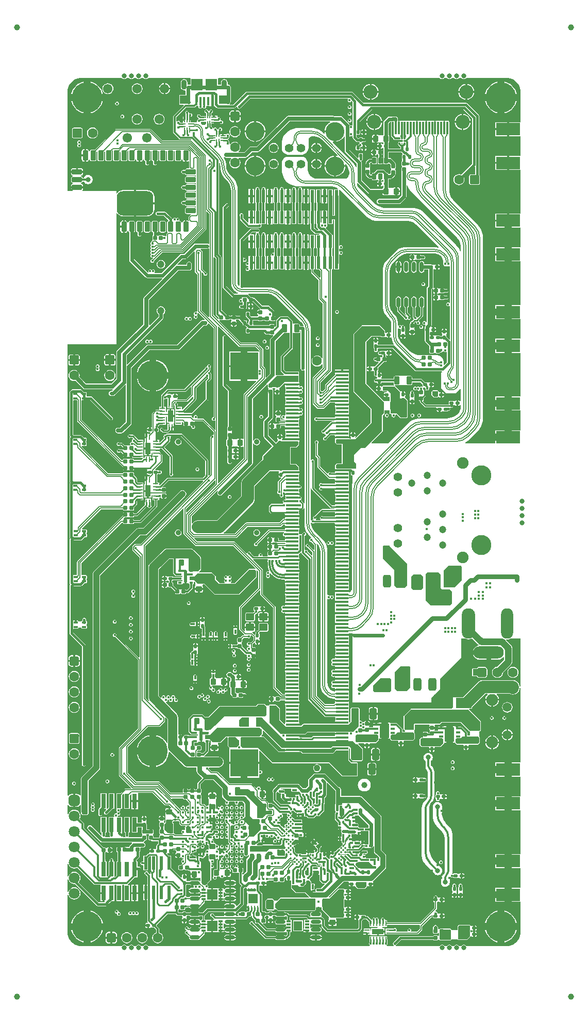
<source format=gbl>
G04*
G04 #@! TF.GenerationSoftware,Altium Limited,Altium Designer,18.1.9 (240)*
G04*
G04 Layer_Physical_Order=6*
G04 Layer_Color=16711680*
%FSLAX44Y44*%
%MOMM*%
G71*
G01*
G75*
%ADD10C,0.2500*%
%ADD11C,0.2000*%
%ADD13C,0.6000*%
%ADD14C,0.3000*%
%ADD16C,0.1000*%
%ADD17C,0.1500*%
G04:AMPARAMS|DCode=19|XSize=0.5mm|YSize=0.6mm|CornerRadius=0.05mm|HoleSize=0mm|Usage=FLASHONLY|Rotation=0.000|XOffset=0mm|YOffset=0mm|HoleType=Round|Shape=RoundedRectangle|*
%AMROUNDEDRECTD19*
21,1,0.5000,0.5000,0,0,0.0*
21,1,0.4000,0.6000,0,0,0.0*
1,1,0.1000,0.2000,-0.2500*
1,1,0.1000,-0.2000,-0.2500*
1,1,0.1000,-0.2000,0.2500*
1,1,0.1000,0.2000,0.2500*
%
%ADD19ROUNDEDRECTD19*%
G04:AMPARAMS|DCode=20|XSize=0.5mm|YSize=0.6mm|CornerRadius=0.05mm|HoleSize=0mm|Usage=FLASHONLY|Rotation=270.000|XOffset=0mm|YOffset=0mm|HoleType=Round|Shape=RoundedRectangle|*
%AMROUNDEDRECTD20*
21,1,0.5000,0.5000,0,0,270.0*
21,1,0.4000,0.6000,0,0,270.0*
1,1,0.1000,-0.2500,-0.2000*
1,1,0.1000,-0.2500,0.2000*
1,1,0.1000,0.2500,0.2000*
1,1,0.1000,0.2500,-0.2000*
%
%ADD20ROUNDEDRECTD20*%
G04:AMPARAMS|DCode=25|XSize=0.6mm|YSize=0.6mm|CornerRadius=0.06mm|HoleSize=0mm|Usage=FLASHONLY|Rotation=0.000|XOffset=0mm|YOffset=0mm|HoleType=Round|Shape=RoundedRectangle|*
%AMROUNDEDRECTD25*
21,1,0.6000,0.4800,0,0,0.0*
21,1,0.4800,0.6000,0,0,0.0*
1,1,0.1200,0.2400,-0.2400*
1,1,0.1200,-0.2400,-0.2400*
1,1,0.1200,-0.2400,0.2400*
1,1,0.1200,0.2400,0.2400*
%
%ADD25ROUNDEDRECTD25*%
G04:AMPARAMS|DCode=26|XSize=1mm|YSize=0.9mm|CornerRadius=0.1125mm|HoleSize=0mm|Usage=FLASHONLY|Rotation=270.000|XOffset=0mm|YOffset=0mm|HoleType=Round|Shape=RoundedRectangle|*
%AMROUNDEDRECTD26*
21,1,1.0000,0.6750,0,0,270.0*
21,1,0.7750,0.9000,0,0,270.0*
1,1,0.2250,-0.3375,-0.3875*
1,1,0.2250,-0.3375,0.3875*
1,1,0.2250,0.3375,0.3875*
1,1,0.2250,0.3375,-0.3875*
%
%ADD26ROUNDEDRECTD26*%
G04:AMPARAMS|DCode=27|XSize=1mm|YSize=0.9mm|CornerRadius=0.1125mm|HoleSize=0mm|Usage=FLASHONLY|Rotation=0.000|XOffset=0mm|YOffset=0mm|HoleType=Round|Shape=RoundedRectangle|*
%AMROUNDEDRECTD27*
21,1,1.0000,0.6750,0,0,0.0*
21,1,0.7750,0.9000,0,0,0.0*
1,1,0.2250,0.3875,-0.3375*
1,1,0.2250,-0.3875,-0.3375*
1,1,0.2250,-0.3875,0.3375*
1,1,0.2250,0.3875,0.3375*
%
%ADD27ROUNDEDRECTD27*%
G04:AMPARAMS|DCode=30|XSize=0.6mm|YSize=0.6mm|CornerRadius=0.06mm|HoleSize=0mm|Usage=FLASHONLY|Rotation=90.000|XOffset=0mm|YOffset=0mm|HoleType=Round|Shape=RoundedRectangle|*
%AMROUNDEDRECTD30*
21,1,0.6000,0.4800,0,0,90.0*
21,1,0.4800,0.6000,0,0,90.0*
1,1,0.1200,0.2400,0.2400*
1,1,0.1200,0.2400,-0.2400*
1,1,0.1200,-0.2400,-0.2400*
1,1,0.1200,-0.2400,0.2400*
%
%ADD30ROUNDEDRECTD30*%
G04:AMPARAMS|DCode=41|XSize=1.3mm|YSize=0.8mm|CornerRadius=0.1mm|HoleSize=0mm|Usage=FLASHONLY|Rotation=270.000|XOffset=0mm|YOffset=0mm|HoleType=Round|Shape=RoundedRectangle|*
%AMROUNDEDRECTD41*
21,1,1.3000,0.6000,0,0,270.0*
21,1,1.1000,0.8000,0,0,270.0*
1,1,0.2000,-0.3000,-0.5500*
1,1,0.2000,-0.3000,0.5500*
1,1,0.2000,0.3000,0.5500*
1,1,0.2000,0.3000,-0.5500*
%
%ADD41ROUNDEDRECTD41*%
G04:AMPARAMS|DCode=42|XSize=1.3mm|YSize=0.8mm|CornerRadius=0.1mm|HoleSize=0mm|Usage=FLASHONLY|Rotation=0.000|XOffset=0mm|YOffset=0mm|HoleType=Round|Shape=RoundedRectangle|*
%AMROUNDEDRECTD42*
21,1,1.3000,0.6000,0,0,0.0*
21,1,1.1000,0.8000,0,0,0.0*
1,1,0.2000,0.5500,-0.3000*
1,1,0.2000,-0.5500,-0.3000*
1,1,0.2000,-0.5500,0.3000*
1,1,0.2000,0.5500,0.3000*
%
%ADD42ROUNDEDRECTD42*%
G04:AMPARAMS|DCode=44|XSize=0.6mm|YSize=1mm|CornerRadius=0.075mm|HoleSize=0mm|Usage=FLASHONLY|Rotation=0.000|XOffset=0mm|YOffset=0mm|HoleType=Round|Shape=RoundedRectangle|*
%AMROUNDEDRECTD44*
21,1,0.6000,0.8500,0,0,0.0*
21,1,0.4500,1.0000,0,0,0.0*
1,1,0.1500,0.2250,-0.4250*
1,1,0.1500,-0.2250,-0.4250*
1,1,0.1500,-0.2250,0.4250*
1,1,0.1500,0.2250,0.4250*
%
%ADD44ROUNDEDRECTD44*%
%ADD46R,0.5500X2.2000*%
G04:AMPARAMS|DCode=49|XSize=1.8mm|YSize=1.15mm|CornerRadius=0.1438mm|HoleSize=0mm|Usage=FLASHONLY|Rotation=90.000|XOffset=0mm|YOffset=0mm|HoleType=Round|Shape=RoundedRectangle|*
%AMROUNDEDRECTD49*
21,1,1.8000,0.8625,0,0,90.0*
21,1,1.5125,1.1500,0,0,90.0*
1,1,0.2875,0.4313,0.7563*
1,1,0.2875,0.4313,-0.7563*
1,1,0.2875,-0.4313,-0.7563*
1,1,0.2875,-0.4313,0.7563*
%
%ADD49ROUNDEDRECTD49*%
%ADD64R,0.6000X1.9500*%
%ADD65R,0.6000X0.3000*%
%ADD71R,0.3000X0.3500*%
%ADD82R,4.0000X2.0000*%
G04:AMPARAMS|DCode=91|XSize=1.4mm|YSize=1.2mm|CornerRadius=0.15mm|HoleSize=0mm|Usage=FLASHONLY|Rotation=180.000|XOffset=0mm|YOffset=0mm|HoleType=Round|Shape=RoundedRectangle|*
%AMROUNDEDRECTD91*
21,1,1.4000,0.9000,0,0,180.0*
21,1,1.1000,1.2000,0,0,180.0*
1,1,0.3000,-0.5500,0.4500*
1,1,0.3000,0.5500,0.4500*
1,1,0.3000,0.5500,-0.4500*
1,1,0.3000,-0.5500,-0.4500*
%
%ADD91ROUNDEDRECTD91*%
%ADD96C,0.3500*%
%ADD101C,0.5000*%
%ADD102C,1.6000*%
%ADD111R,1.6000X2.3500*%
%ADD112R,0.7000X0.3000*%
%ADD217C,1.2000*%
%ADD220C,1.5000*%
%ADD225C,1.9000*%
%ADD232C,0.3250*%
%ADD233C,0.4000*%
%ADD235C,1.0000*%
%ADD236C,0.7000*%
%ADD237C,0.5000*%
%ADD238C,1.5000*%
%ADD239C,0.3500*%
%ADD240C,0.8000*%
%ADD241C,0.2200*%
%ADD242C,1.0000*%
%ADD243C,0.5500*%
%ADD246C,2.0000*%
%ADD247C,0.1100*%
G04:AMPARAMS|DCode=248|XSize=1.524mm|YSize=1.524mm|CornerRadius=0.1905mm|HoleSize=0mm|Usage=FLASHONLY|Rotation=180.000|XOffset=0mm|YOffset=0mm|HoleType=Round|Shape=RoundedRectangle|*
%AMROUNDEDRECTD248*
21,1,1.5240,1.1430,0,0,180.0*
21,1,1.1430,1.5240,0,0,180.0*
1,1,0.3810,-0.5715,0.5715*
1,1,0.3810,0.5715,0.5715*
1,1,0.3810,0.5715,-0.5715*
1,1,0.3810,-0.5715,-0.5715*
%
%ADD248ROUNDEDRECTD248*%
G04:AMPARAMS|DCode=249|XSize=1.6mm|YSize=1.6mm|CornerRadius=0.4mm|HoleSize=0mm|Usage=FLASHONLY|Rotation=0.000|XOffset=0mm|YOffset=0mm|HoleType=Round|Shape=RoundedRectangle|*
%AMROUNDEDRECTD249*
21,1,1.6000,0.8000,0,0,0.0*
21,1,0.8000,1.6000,0,0,0.0*
1,1,0.8000,0.4000,-0.4000*
1,1,0.8000,-0.4000,-0.4000*
1,1,0.8000,-0.4000,0.4000*
1,1,0.8000,0.4000,0.4000*
%
%ADD249ROUNDEDRECTD249*%
%ADD250C,5.0000*%
%ADD251C,0.8000*%
%ADD252C,0.9000*%
%ADD253C,1.1000*%
%ADD254C,1.9500*%
%ADD255C,1.4000*%
%ADD256C,3.3000*%
%ADD257O,5.0000X2.0000*%
%ADD258O,2.2000X5.0000*%
%ADD259O,2.0000X5.0000*%
G04:AMPARAMS|DCode=260|XSize=1.6mm|YSize=1.6mm|CornerRadius=0.4mm|HoleSize=0mm|Usage=FLASHONLY|Rotation=270.000|XOffset=0mm|YOffset=0mm|HoleType=Round|Shape=RoundedRectangle|*
%AMROUNDEDRECTD260*
21,1,1.6000,0.8000,0,0,270.0*
21,1,0.8000,1.6000,0,0,270.0*
1,1,0.8000,-0.4000,-0.4000*
1,1,0.8000,-0.4000,0.4000*
1,1,0.8000,0.4000,0.4000*
1,1,0.8000,0.4000,-0.4000*
%
%ADD260ROUNDEDRECTD260*%
%ADD261C,1.8000*%
G04:AMPARAMS|DCode=262|XSize=1.8mm|YSize=1.8mm|CornerRadius=0.45mm|HoleSize=0mm|Usage=FLASHONLY|Rotation=270.000|XOffset=0mm|YOffset=0mm|HoleType=Round|Shape=RoundedRectangle|*
%AMROUNDEDRECTD262*
21,1,1.8000,0.9000,0,0,270.0*
21,1,0.9000,1.8000,0,0,270.0*
1,1,0.9000,-0.4500,-0.4500*
1,1,0.9000,-0.4500,0.4500*
1,1,0.9000,0.4500,0.4500*
1,1,0.9000,0.4500,-0.4500*
%
%ADD262ROUNDEDRECTD262*%
G04:AMPARAMS|DCode=263|XSize=1.524mm|YSize=1.524mm|CornerRadius=0.1905mm|HoleSize=0mm|Usage=FLASHONLY|Rotation=90.000|XOffset=0mm|YOffset=0mm|HoleType=Round|Shape=RoundedRectangle|*
%AMROUNDEDRECTD263*
21,1,1.5240,1.1430,0,0,90.0*
21,1,1.1430,1.5240,0,0,90.0*
1,1,0.3810,0.5715,0.5715*
1,1,0.3810,0.5715,-0.5715*
1,1,0.3810,-0.5715,-0.5715*
1,1,0.3810,-0.5715,0.5715*
%
%ADD263ROUNDEDRECTD263*%
%ADD264C,2.3000*%
%ADD265C,1.5500*%
%ADD266O,0.9000X1.6000*%
%ADD267C,3.1000*%
%ADD268C,0.4000*%
%ADD269C,1.1000*%
%ADD274C,0.4500*%
G04:AMPARAMS|DCode=275|XSize=2.1mm|YSize=1.3mm|CornerRadius=0.325mm|HoleSize=0mm|Usage=FLASHONLY|Rotation=270.000|XOffset=0mm|YOffset=0mm|HoleType=Round|Shape=RoundedRectangle|*
%AMROUNDEDRECTD275*
21,1,2.1000,0.6500,0,0,270.0*
21,1,1.4500,1.3000,0,0,270.0*
1,1,0.6500,-0.3250,-0.7250*
1,1,0.6500,-0.3250,0.7250*
1,1,0.6500,0.3250,0.7250*
1,1,0.6500,0.3250,-0.7250*
%
%ADD275ROUNDEDRECTD275*%
%ADD276R,0.6000X2.0000*%
%ADD277R,1.7000X1.7000*%
%ADD278R,0.6500X0.3000*%
%ADD279R,0.2200X0.8100*%
%ADD280R,0.8100X0.2200*%
%ADD281R,0.9100X0.2200*%
%ADD282O,1.7000X0.6000*%
%ADD283R,1.6000X1.6000*%
%ADD284R,0.2500X0.6250*%
G04:AMPARAMS|DCode=285|XSize=0.6mm|YSize=0.6mm|CornerRadius=0.06mm|HoleSize=0mm|Usage=FLASHONLY|Rotation=45.000|XOffset=0mm|YOffset=0mm|HoleType=Round|Shape=RoundedRectangle|*
%AMROUNDEDRECTD285*
21,1,0.6000,0.4800,0,0,45.0*
21,1,0.4800,0.6000,0,0,45.0*
1,1,0.1200,0.3394,0.0000*
1,1,0.1200,0.0000,-0.3394*
1,1,0.1200,-0.3394,0.0000*
1,1,0.1200,0.0000,0.3394*
%
%ADD285ROUNDEDRECTD285*%
%ADD286R,0.3500X0.3000*%
G04:AMPARAMS|DCode=287|XSize=0.3mm|YSize=0.35mm|CornerRadius=0mm|HoleSize=0mm|Usage=FLASHONLY|Rotation=135.000|XOffset=0mm|YOffset=0mm|HoleType=Round|Shape=Rectangle|*
%AMROTATEDRECTD287*
4,1,4,0.2298,0.0177,-0.0177,-0.2298,-0.2298,-0.0177,0.0177,0.2298,0.2298,0.0177,0.0*
%
%ADD287ROTATEDRECTD287*%

G04:AMPARAMS|DCode=288|XSize=0.3mm|YSize=0.35mm|CornerRadius=0mm|HoleSize=0mm|Usage=FLASHONLY|Rotation=45.000|XOffset=0mm|YOffset=0mm|HoleType=Round|Shape=Rectangle|*
%AMROTATEDRECTD288*
4,1,4,0.0177,-0.2298,-0.2298,0.0177,-0.0177,0.2298,0.2298,-0.0177,0.0177,-0.2298,0.0*
%
%ADD288ROTATEDRECTD288*%

G04:AMPARAMS|DCode=289|XSize=0.5mm|YSize=0.6mm|CornerRadius=0.0625mm|HoleSize=0mm|Usage=FLASHONLY|Rotation=0.000|XOffset=0mm|YOffset=0mm|HoleType=Round|Shape=RoundedRectangle|*
%AMROUNDEDRECTD289*
21,1,0.5000,0.4750,0,0,0.0*
21,1,0.3750,0.6000,0,0,0.0*
1,1,0.1250,0.1875,-0.2375*
1,1,0.1250,-0.1875,-0.2375*
1,1,0.1250,-0.1875,0.2375*
1,1,0.1250,0.1875,0.2375*
%
%ADD289ROUNDEDRECTD289*%
%ADD290R,2.0000X0.3500*%
%ADD291R,4.6000X4.5000*%
%ADD292R,0.7500X2.4000*%
G04:AMPARAMS|DCode=293|XSize=0.7mm|YSize=0.4mm|CornerRadius=0.05mm|HoleSize=0mm|Usage=FLASHONLY|Rotation=180.000|XOffset=0mm|YOffset=0mm|HoleType=Round|Shape=RoundedRectangle|*
%AMROUNDEDRECTD293*
21,1,0.7000,0.3000,0,0,180.0*
21,1,0.6000,0.4000,0,0,180.0*
1,1,0.1000,-0.3000,0.1500*
1,1,0.1000,0.3000,0.1500*
1,1,0.1000,0.3000,-0.1500*
1,1,0.1000,-0.3000,-0.1500*
%
%ADD293ROUNDEDRECTD293*%
%ADD294O,0.6000X1.7000*%
%ADD295R,0.3000X2.1000*%
%ADD296R,0.9000X1.9000*%
%ADD297R,0.2500X0.9000*%
%ADD298R,0.9000X0.2500*%
%ADD299C,0.2500*%
G04:AMPARAMS|DCode=300|XSize=0.9mm|YSize=1.7mm|CornerRadius=0.225mm|HoleSize=0mm|Usage=FLASHONLY|Rotation=180.000|XOffset=0mm|YOffset=0mm|HoleType=Round|Shape=RoundedRectangle|*
%AMROUNDEDRECTD300*
21,1,0.9000,1.2500,0,0,180.0*
21,1,0.4500,1.7000,0,0,180.0*
1,1,0.4500,-0.2250,0.6250*
1,1,0.4500,0.2250,0.6250*
1,1,0.4500,0.2250,-0.6250*
1,1,0.4500,-0.2250,-0.6250*
%
%ADD300ROUNDEDRECTD300*%
G04:AMPARAMS|DCode=301|XSize=0.9mm|YSize=1.7mm|CornerRadius=0.225mm|HoleSize=0mm|Usage=FLASHONLY|Rotation=270.000|XOffset=0mm|YOffset=0mm|HoleType=Round|Shape=RoundedRectangle|*
%AMROUNDEDRECTD301*
21,1,0.9000,1.2500,0,0,270.0*
21,1,0.4500,1.7000,0,0,270.0*
1,1,0.4500,-0.6250,-0.2250*
1,1,0.4500,-0.6250,0.2250*
1,1,0.4500,0.6250,0.2250*
1,1,0.4500,0.6250,-0.2250*
%
%ADD301ROUNDEDRECTD301*%
G04:AMPARAMS|DCode=302|XSize=6mm|YSize=4mm|CornerRadius=1mm|HoleSize=0mm|Usage=FLASHONLY|Rotation=0.000|XOffset=0mm|YOffset=0mm|HoleType=Round|Shape=RoundedRectangle|*
%AMROUNDEDRECTD302*
21,1,6.0000,2.0000,0,0,0.0*
21,1,4.0000,4.0000,0,0,0.0*
1,1,2.0000,2.0000,-1.0000*
1,1,2.0000,-2.0000,-1.0000*
1,1,2.0000,-2.0000,1.0000*
1,1,2.0000,2.0000,1.0000*
%
%ADD302ROUNDEDRECTD302*%
%ADD303R,0.4000X1.3500*%
%ADD304R,1.6000X1.4000*%
%ADD305R,1.9000X1.9000*%
%ADD306R,0.2200X0.9100*%
%ADD307R,2.5000X1.7000*%
%ADD308R,1.4000X1.6000*%
%ADD309R,0.8000X0.3000*%
%ADD310R,1.9000X0.9000*%
%ADD311C,0.8500*%
%ADD312C,0.2300*%
%ADD313C,0.1800*%
%ADD314C,0.3100*%
%ADD315C,0.1700*%
G36*
X720750Y1426941D02*
X726800D01*
X731117Y1426083D01*
X735182Y1424399D01*
X738842Y1421954D01*
X741954Y1418842D01*
X744399Y1415183D01*
X746083Y1411117D01*
X746941Y1406800D01*
Y1404600D01*
Y1400750D01*
X747000D01*
Y1395000D01*
Y1389250D01*
X746941D01*
Y1354450D01*
X728500D01*
Y1342950D01*
Y1331450D01*
X746941D01*
Y1299050D01*
X728500D01*
Y1287550D01*
Y1276050D01*
X746941D01*
Y1204450D01*
X728500D01*
Y1192950D01*
X732750D01*
Y1181450D01*
X746941D01*
Y1149050D01*
X732750D01*
Y1137550D01*
Y1126050D01*
X746941D01*
Y1054450D01*
X732750D01*
Y1042950D01*
Y1031450D01*
X746941D01*
Y999050D01*
X732750D01*
Y987550D01*
Y976050D01*
X746941D01*
Y904450D01*
X732750D01*
Y892950D01*
Y881450D01*
X746941D01*
Y849050D01*
X732750D01*
Y837550D01*
X727000D01*
Y836050D01*
X727000D01*
Y831800D01*
X705500D01*
Y827500D01*
X656540D01*
X656454Y828770D01*
X660421Y831421D01*
X662189Y833189D01*
X677561Y848560D01*
X677561Y848560D01*
X677561Y848561D01*
X679329Y850330D01*
X682109Y854490D01*
X684024Y859112D01*
X685000Y864019D01*
X685000Y866521D01*
X685000Y1167229D01*
X685000D01*
X685000Y1167229D01*
X685000Y1169731D01*
X684024Y1174638D01*
X682109Y1179260D01*
X679330Y1183420D01*
X677561Y1185190D01*
X637690Y1225061D01*
X636016Y1226907D01*
X633249Y1231048D01*
X631344Y1235648D01*
X630372Y1240531D01*
X630250Y1243021D01*
Y1355000D01*
X629500D01*
Y1356250D01*
X625000D01*
Y1356750D01*
X619000D01*
Y1356250D01*
X614500D01*
Y1356250D01*
X610000D01*
Y1356750D01*
X604000D01*
Y1356250D01*
X600770D01*
X599500Y1356250D01*
Y1356250D01*
X599500D01*
Y1356250D01*
X595000D01*
Y1356750D01*
X589000D01*
Y1356250D01*
X584500D01*
Y1356250D01*
X584500Y1356250D01*
X580000D01*
Y1356750D01*
X574000D01*
Y1356250D01*
X550000D01*
Y1356750D01*
X545832D01*
Y1360750D01*
X545515Y1361515D01*
X545515Y1361515D01*
X544015Y1363015D01*
X543250Y1363332D01*
X536500D01*
X536490Y1363328D01*
X531250D01*
X529689Y1363018D01*
X528366Y1362134D01*
X528366Y1362134D01*
X523116Y1356884D01*
X522232Y1355561D01*
X521922Y1354000D01*
X521922Y1354000D01*
Y1334345D01*
X521500Y1333250D01*
X513920D01*
X513399Y1333598D01*
X512375Y1333801D01*
X510500D01*
Y1327250D01*
Y1320699D01*
X512375D01*
X513399Y1320902D01*
X513920Y1321250D01*
X521500D01*
X521922Y1320155D01*
Y1318750D01*
X519855D01*
X519280Y1319134D01*
X518500Y1319289D01*
X517500D01*
Y1315250D01*
Y1311211D01*
X518500D01*
X519280Y1311366D01*
X519855Y1311750D01*
X521922D01*
Y1307500D01*
Y1291250D01*
X521966Y1291028D01*
Y1287000D01*
X522102Y1286317D01*
X522488Y1285738D01*
X523067Y1285352D01*
X523750Y1285216D01*
X528250D01*
X528933Y1285352D01*
X529512Y1285738D01*
X529898Y1286317D01*
X529964Y1286648D01*
X531149Y1286927D01*
X531271Y1286919D01*
X533922Y1284268D01*
Y1282250D01*
X533969Y1282014D01*
Y1279850D01*
X534093Y1279226D01*
X534446Y1278697D01*
X534500Y1278661D01*
Y1275839D01*
X534446Y1275804D01*
X534093Y1275274D01*
X533969Y1274650D01*
Y1272486D01*
X533922Y1272250D01*
Y1270833D01*
X532417Y1269328D01*
X530034D01*
Y1269500D01*
X529898Y1270183D01*
X529512Y1270762D01*
X528933Y1271148D01*
X528250Y1271284D01*
X527791D01*
X523413Y1275663D01*
X522421Y1276326D01*
X521250Y1276559D01*
X521250Y1276559D01*
X512500D01*
X511329Y1276326D01*
X510337Y1275663D01*
X505959Y1271284D01*
X504750D01*
X504067Y1271148D01*
X503488Y1270762D01*
X503102Y1270183D01*
X502966Y1269500D01*
Y1268309D01*
X500392D01*
X499504Y1269197D01*
X499553Y1269697D01*
X499907Y1270226D01*
X500031Y1270850D01*
Y1275650D01*
X499907Y1276274D01*
X499553Y1276804D01*
X499500Y1276839D01*
Y1279661D01*
X499553Y1279696D01*
X499907Y1280226D01*
X500031Y1280850D01*
Y1285650D01*
X499907Y1286274D01*
X499553Y1286803D01*
X499504Y1287303D01*
X500392Y1288191D01*
X502966D01*
Y1287000D01*
X503102Y1286317D01*
X503488Y1285738D01*
X504067Y1285352D01*
X504750Y1285216D01*
X509250D01*
X509933Y1285352D01*
X510512Y1285738D01*
X510898Y1286317D01*
X511034Y1287000D01*
Y1295500D01*
X510898Y1296183D01*
X510512Y1296762D01*
X509933Y1297148D01*
X509250Y1297284D01*
X504750D01*
X504067Y1297148D01*
X503488Y1296762D01*
X503102Y1296183D01*
X502966Y1295500D01*
Y1294309D01*
X499125D01*
X499125Y1294309D01*
X497955Y1294076D01*
X496962Y1293413D01*
X493837Y1290288D01*
X493174Y1289295D01*
X492941Y1288125D01*
X492941Y1288125D01*
Y1287134D01*
X492446Y1286803D01*
X492093Y1286274D01*
X491969Y1285650D01*
Y1280850D01*
X492093Y1280226D01*
X492446Y1279696D01*
X492500Y1279661D01*
Y1276839D01*
X492446Y1276804D01*
X492093Y1276274D01*
X491969Y1275650D01*
Y1270850D01*
X492093Y1270226D01*
X492446Y1269697D01*
X492941Y1269366D01*
Y1268375D01*
X492941Y1268375D01*
X493174Y1267205D01*
X493837Y1266212D01*
X496962Y1263087D01*
X497955Y1262424D01*
X499125Y1262191D01*
X499125Y1262191D01*
X502966D01*
Y1261000D01*
X503102Y1260317D01*
X503488Y1259738D01*
X504067Y1259352D01*
X504750Y1259216D01*
X509250D01*
X509933Y1259352D01*
X510512Y1259738D01*
X510820Y1260200D01*
X511316Y1260243D01*
X512149Y1260094D01*
X512628Y1259378D01*
X513372Y1258880D01*
X514250Y1258706D01*
X515000D01*
Y1265250D01*
X518000D01*
Y1258706D01*
X518750D01*
X519628Y1258880D01*
X520372Y1259378D01*
X520652Y1259796D01*
X521922Y1259411D01*
Y1256750D01*
X519855D01*
X519280Y1257134D01*
X518500Y1257289D01*
X517500D01*
Y1253250D01*
Y1249211D01*
X518500D01*
X519280Y1249366D01*
X519855Y1249750D01*
X521922D01*
X521922Y1246902D01*
X521796Y1246877D01*
X521093Y1246407D01*
X520623Y1245704D01*
X520499Y1245078D01*
X500689D01*
X486078Y1259689D01*
Y1287919D01*
X485768Y1289480D01*
X485423Y1289995D01*
X486008Y1291406D01*
X486096Y1291424D01*
X487089Y1292087D01*
X487752Y1293080D01*
X487985Y1294250D01*
Y1295905D01*
X488332Y1296424D01*
X488458Y1297058D01*
Y1301808D01*
X488332Y1302442D01*
X487973Y1302980D01*
X487435Y1303339D01*
X486801Y1303465D01*
X483051D01*
X482417Y1303339D01*
X481880Y1302980D01*
X481520Y1302442D01*
X481394Y1301808D01*
Y1297058D01*
X481520Y1296424D01*
X481355Y1296127D01*
X479779Y1295907D01*
X466328Y1309358D01*
Y1330765D01*
X467598Y1331571D01*
X468250Y1331441D01*
X469421Y1331674D01*
X470197Y1332193D01*
X470992Y1331949D01*
X471467Y1331631D01*
Y1329474D01*
X471467Y1329474D01*
X471700Y1328303D01*
X472363Y1327311D01*
X476704Y1322970D01*
X476704Y1322970D01*
X477696Y1322307D01*
X478867Y1322074D01*
X481553D01*
X481880Y1321587D01*
X482417Y1321228D01*
X482471Y1321217D01*
X482545Y1321010D01*
X482605Y1319895D01*
X481884Y1319413D01*
X481221Y1318421D01*
X481123Y1317932D01*
X479557Y1316365D01*
X478151D01*
X477517Y1316239D01*
X476979Y1315880D01*
X476620Y1315342D01*
X476494Y1314708D01*
Y1309958D01*
X476620Y1309324D01*
X476979Y1308787D01*
X477517Y1308428D01*
X478151Y1308302D01*
X481901D01*
X482535Y1308428D01*
X483073Y1308787D01*
X483432Y1309324D01*
X483558Y1309958D01*
Y1313157D01*
X484514Y1314113D01*
X485137Y1313965D01*
X485286Y1313833D01*
X488326D01*
Y1316875D01*
X488326D01*
X487105Y1317250D01*
X486872Y1318421D01*
X486209Y1319413D01*
X485583Y1319832D01*
X485968Y1321102D01*
X486801D01*
X487435Y1321228D01*
X487973Y1321587D01*
X488298Y1322074D01*
X490250D01*
X491421Y1322307D01*
X492413Y1322970D01*
X493076Y1323963D01*
X493309Y1325133D01*
X493076Y1326304D01*
X492413Y1327296D01*
X491421Y1327959D01*
X490250Y1328192D01*
X488298D01*
X487973Y1328680D01*
X487435Y1329039D01*
X486801Y1329165D01*
X483051D01*
X482417Y1329039D01*
X481880Y1328680D01*
X481553Y1328192D01*
X480134D01*
X477585Y1330741D01*
Y1333537D01*
X478151Y1334001D01*
X481901D01*
X482535Y1334128D01*
X483073Y1334487D01*
X483432Y1335024D01*
X483558Y1335658D01*
Y1340408D01*
X483432Y1341042D01*
X483085Y1341562D01*
Y1355009D01*
X503017Y1374941D01*
X653483D01*
X667941Y1360483D01*
Y1286367D01*
X649930Y1268355D01*
X648449Y1268968D01*
X646100Y1269278D01*
X643751Y1268968D01*
X641561Y1268061D01*
X639681Y1266619D01*
X638239Y1264739D01*
X637332Y1262549D01*
X637022Y1260200D01*
X637332Y1257850D01*
X638239Y1255661D01*
X639681Y1253781D01*
X641561Y1252338D01*
X643751Y1251432D01*
X646100Y1251122D01*
X648449Y1251432D01*
X650639Y1252338D01*
X652519Y1253781D01*
X653961Y1255661D01*
X654868Y1257850D01*
X655178Y1260200D01*
X654868Y1262549D01*
X654255Y1264029D01*
X671768Y1281542D01*
X672941Y1281056D01*
Y1268877D01*
X665785D01*
X664651Y1268651D01*
X663691Y1268009D01*
X663048Y1267048D01*
X662823Y1265915D01*
Y1254485D01*
X663048Y1253352D01*
X663691Y1252391D01*
X664651Y1251749D01*
X665785Y1251523D01*
X677215D01*
X678348Y1251749D01*
X679309Y1252391D01*
X679951Y1253352D01*
X680177Y1254485D01*
Y1265915D01*
X679951Y1267048D01*
X679309Y1268009D01*
X679059Y1268177D01*
Y1364500D01*
X679059Y1364500D01*
X678826Y1365670D01*
X678163Y1366663D01*
X678163Y1366663D01*
X659663Y1385163D01*
X658671Y1385826D01*
X657500Y1386059D01*
X657500Y1386059D01*
X489267D01*
X471913Y1403413D01*
X470920Y1404076D01*
X469750Y1404309D01*
X469750Y1404309D01*
X297250Y1404309D01*
X297250Y1404309D01*
X296079Y1404076D01*
X295087Y1403413D01*
X295087Y1403413D01*
X288087Y1396413D01*
X288087Y1396413D01*
X274983Y1383309D01*
X269587D01*
X269292Y1383753D01*
X269096Y1384579D01*
X269884Y1385366D01*
X270768Y1386689D01*
X271078Y1388250D01*
X271078Y1388250D01*
Y1411750D01*
X270768Y1413311D01*
X269884Y1414634D01*
X268561Y1415518D01*
X267000Y1415828D01*
X266108D01*
Y1419250D01*
X265681Y1421396D01*
X264465Y1423215D01*
X262646Y1424431D01*
X260500Y1424858D01*
X258354Y1424431D01*
X256535Y1423215D01*
X255319Y1421396D01*
X254892Y1419250D01*
Y1415828D01*
X250000D01*
Y1426250D01*
X250984Y1426941D01*
X614280D01*
X614645Y1426395D01*
X616299Y1425290D01*
X618250Y1424902D01*
X620201Y1425290D01*
X621855Y1426395D01*
X622220Y1426941D01*
X626280D01*
X626645Y1426395D01*
X628299Y1425290D01*
X630250Y1424902D01*
X632201Y1425290D01*
X633855Y1426395D01*
X634220Y1426941D01*
X638280D01*
X638645Y1426395D01*
X640299Y1425290D01*
X642250Y1424902D01*
X644201Y1425290D01*
X645855Y1426395D01*
X646220Y1426941D01*
X650030D01*
X650395Y1426395D01*
X652049Y1425290D01*
X654000Y1424902D01*
X655951Y1425290D01*
X657605Y1426395D01*
X657970Y1426941D01*
X709250D01*
Y1427000D01*
X720750D01*
Y1426941D01*
D02*
G37*
G36*
X40750D02*
X92030D01*
X92395Y1426395D01*
X94049Y1425290D01*
X96000Y1424902D01*
X97951Y1425290D01*
X99605Y1426395D01*
X99970Y1426941D01*
X103780D01*
X104145Y1426395D01*
X105799Y1425290D01*
X107750Y1424902D01*
X109701Y1425290D01*
X111355Y1426395D01*
X111720Y1426941D01*
X115780D01*
X116145Y1426395D01*
X117799Y1425290D01*
X119750Y1424902D01*
X121701Y1425290D01*
X123355Y1426395D01*
X123720Y1426941D01*
X127780D01*
X128145Y1426395D01*
X129799Y1425290D01*
X131750Y1424902D01*
X133701Y1425290D01*
X135355Y1426395D01*
X135720Y1426941D01*
X204016D01*
X205000Y1426250D01*
Y1415828D01*
X201000D01*
X200108Y1416561D01*
Y1419250D01*
X199681Y1421396D01*
X198465Y1423215D01*
X196646Y1424431D01*
X194500Y1424858D01*
X192354Y1424431D01*
X190535Y1423215D01*
X189319Y1421396D01*
X188892Y1419250D01*
Y1412250D01*
X189319Y1410104D01*
X190535Y1408285D01*
X192354Y1407069D01*
X194500Y1406642D01*
X195652Y1406871D01*
X196922Y1405842D01*
Y1399250D01*
X186500D01*
Y1383250D01*
X193599D01*
X194125Y1381980D01*
X177198Y1365052D01*
X176645Y1364225D01*
X176451Y1363250D01*
Y1337750D01*
X176645Y1336774D01*
X177198Y1335948D01*
X186198Y1326948D01*
X187025Y1326395D01*
X188000Y1326201D01*
X206433D01*
X206521Y1326117D01*
X206775Y1325722D01*
X206458Y1325024D01*
X206029Y1324534D01*
X158581D01*
X140854Y1342262D01*
X140275Y1342648D01*
X139592Y1342784D01*
X82000D01*
X81317Y1342648D01*
X80738Y1342262D01*
X47801Y1309324D01*
X47100Y1309464D01*
X42600D01*
X41332Y1309211D01*
X40257Y1308493D01*
X39539Y1307418D01*
X39402Y1306733D01*
X38108D01*
X37932Y1307613D01*
X37104Y1308854D01*
X35863Y1309682D01*
X34400Y1309973D01*
X33650D01*
Y1299900D01*
Y1289827D01*
X34400D01*
X35863Y1290118D01*
X37104Y1290947D01*
X37932Y1292187D01*
X38108Y1293067D01*
X39402D01*
X39539Y1292382D01*
X40257Y1291307D01*
X41332Y1290589D01*
X42600Y1290336D01*
X47100D01*
X48368Y1290589D01*
X49443Y1291307D01*
X50161Y1292382D01*
X50414Y1293650D01*
Y1306150D01*
X50388Y1306278D01*
X50782Y1306605D01*
X51514Y1306329D01*
X51986Y1305954D01*
Y1293650D01*
X52239Y1292382D01*
X52957Y1291307D01*
X54032Y1290589D01*
X55300Y1290336D01*
X59800D01*
X61068Y1290589D01*
X62143Y1291307D01*
X62861Y1292382D01*
X63114Y1293650D01*
Y1305850D01*
X63416Y1306114D01*
X64421Y1305724D01*
X64686Y1305432D01*
Y1293650D01*
X64939Y1292382D01*
X65657Y1291307D01*
X66732Y1290589D01*
X68000Y1290336D01*
X72500D01*
X73768Y1290589D01*
X74843Y1291307D01*
X75561Y1292382D01*
X75814Y1293650D01*
Y1306150D01*
X75583Y1307310D01*
X76956Y1308683D01*
X77943Y1307873D01*
X77639Y1307418D01*
X77386Y1306150D01*
Y1293650D01*
X77639Y1292382D01*
X78357Y1291307D01*
X79432Y1290589D01*
X80700Y1290336D01*
X85200D01*
X86468Y1290589D01*
X87543Y1291307D01*
X88261Y1292382D01*
X88514Y1293650D01*
Y1305712D01*
X88816Y1305947D01*
X90043Y1305347D01*
X90086Y1305276D01*
Y1293650D01*
X90339Y1292382D01*
X91057Y1291307D01*
X92132Y1290589D01*
X93400Y1290336D01*
X97900D01*
X99168Y1290589D01*
X100243Y1291307D01*
X100961Y1292382D01*
X101214Y1293650D01*
Y1306150D01*
X101041Y1307018D01*
X101942Y1307919D01*
X102243Y1307781D01*
X102989Y1307170D01*
X102786Y1306150D01*
Y1293650D01*
X103039Y1292382D01*
X103757Y1291307D01*
X104832Y1290589D01*
X106100Y1290336D01*
X110600D01*
X111868Y1290589D01*
X112943Y1291307D01*
X113661Y1292382D01*
X113798Y1293067D01*
X115093Y1293067D01*
X115268Y1292187D01*
X116096Y1290947D01*
X117337Y1290118D01*
X118800Y1289827D01*
X119550D01*
Y1299900D01*
X122550D01*
Y1289827D01*
X123300D01*
X124763Y1290118D01*
X126004Y1290947D01*
X126833Y1292187D01*
X127008Y1293067D01*
X128302D01*
X128439Y1292382D01*
X129157Y1291307D01*
X130232Y1290589D01*
X130691Y1290497D01*
Y1287050D01*
X130924Y1285879D01*
X131587Y1284887D01*
X132579Y1284224D01*
X133750Y1283991D01*
X134921Y1284224D01*
X135913Y1284887D01*
X136576Y1285879D01*
X136809Y1287050D01*
Y1290497D01*
X137268Y1290589D01*
X138343Y1291307D01*
X139061Y1292382D01*
X139314Y1293650D01*
Y1306150D01*
X139242Y1306512D01*
X140100Y1307639D01*
X140958Y1306512D01*
X140886Y1306150D01*
Y1293650D01*
X141139Y1292382D01*
X141857Y1291307D01*
X142932Y1290589D01*
X143391Y1290497D01*
Y1287050D01*
X143624Y1285879D01*
X144287Y1284887D01*
X145280Y1284224D01*
X146450Y1283991D01*
X147621Y1284224D01*
X148613Y1284887D01*
X149276Y1285879D01*
X149509Y1287050D01*
Y1290497D01*
X149968Y1290589D01*
X151043Y1291307D01*
X151761Y1292382D01*
X152014Y1293650D01*
Y1306150D01*
X151942Y1306512D01*
X152800Y1307639D01*
X153658Y1306512D01*
X153586Y1306150D01*
Y1293650D01*
X153839Y1292382D01*
X154557Y1291307D01*
X155632Y1290589D01*
X156900Y1290336D01*
X161400D01*
X162668Y1290589D01*
X163743Y1291307D01*
X164461Y1292382D01*
X164714Y1293650D01*
Y1306150D01*
X164642Y1306512D01*
X165500Y1307639D01*
X166358Y1306512D01*
X166286Y1306150D01*
Y1293650D01*
X166539Y1292382D01*
X167257Y1291307D01*
X168332Y1290589D01*
X169600Y1290336D01*
X174100D01*
X175368Y1290589D01*
X176443Y1291307D01*
X177161Y1292382D01*
X177414Y1293650D01*
Y1306150D01*
X177342Y1306512D01*
X178200Y1307639D01*
X179058Y1306512D01*
X178986Y1306150D01*
Y1293650D01*
X179239Y1292382D01*
X179957Y1291307D01*
X181032Y1290589D01*
X182300Y1290336D01*
X186800D01*
X188068Y1290589D01*
X189143Y1291307D01*
X189862Y1292382D01*
X189998Y1293067D01*
X191293D01*
X191468Y1292187D01*
X192296Y1290947D01*
X193537Y1290118D01*
X195000Y1289827D01*
X195750D01*
Y1299900D01*
X198750D01*
Y1289827D01*
X199500D01*
X200963Y1290118D01*
X201196Y1290273D01*
X202466Y1289594D01*
Y1280686D01*
X202602Y1280003D01*
X202782Y1279734D01*
X202314Y1278464D01*
X199250D01*
X197982Y1278211D01*
X196907Y1277493D01*
X196189Y1276418D01*
X196097Y1275959D01*
X192650D01*
X191479Y1275726D01*
X190487Y1275063D01*
X189824Y1274071D01*
X189591Y1272900D01*
X189824Y1271729D01*
X190487Y1270737D01*
X191479Y1270074D01*
X192650Y1269841D01*
X196097D01*
X196189Y1269382D01*
X196907Y1268307D01*
X197982Y1267589D01*
X199250Y1267336D01*
X211750D01*
X212997Y1267584D01*
X213131Y1267525D01*
X214115Y1266971D01*
Y1266129D01*
X213131Y1265575D01*
X212997Y1265516D01*
X211750Y1265764D01*
X199250D01*
X197982Y1265511D01*
X196907Y1264793D01*
X196189Y1263718D01*
X195937Y1262450D01*
Y1257950D01*
X196189Y1256682D01*
X196907Y1255607D01*
X197982Y1254889D01*
X199250Y1254636D01*
X211750D01*
X212997Y1254884D01*
X213132Y1254824D01*
X214115Y1254270D01*
Y1253429D01*
X213132Y1252876D01*
X212997Y1252816D01*
X211750Y1253064D01*
X199250D01*
X197982Y1252811D01*
X196907Y1252093D01*
X196189Y1251018D01*
X196097Y1250559D01*
X192650D01*
X191479Y1250326D01*
X190487Y1249663D01*
X189824Y1248671D01*
X189591Y1247500D01*
X189824Y1246329D01*
X190487Y1245337D01*
X191479Y1244674D01*
X192650Y1244441D01*
X196097D01*
X196189Y1243982D01*
X196907Y1242907D01*
X197982Y1242188D01*
X199250Y1241936D01*
X211750D01*
X212997Y1242184D01*
X213131Y1242125D01*
X214115Y1241571D01*
Y1240729D01*
X213131Y1240175D01*
X212997Y1240116D01*
X211750Y1240364D01*
X199250D01*
X197982Y1240111D01*
X196907Y1239393D01*
X196189Y1238318D01*
X195936Y1237050D01*
Y1232550D01*
X196189Y1231282D01*
X196907Y1230207D01*
X197982Y1229489D01*
X199250Y1229236D01*
X211750D01*
X212997Y1229484D01*
X213132Y1229424D01*
X214115Y1228870D01*
Y1228029D01*
X213132Y1227476D01*
X212997Y1227416D01*
X211750Y1227664D01*
X199250D01*
X197982Y1227411D01*
X196907Y1226693D01*
X196189Y1225618D01*
X196097Y1225159D01*
X192650D01*
X191479Y1224926D01*
X190487Y1224263D01*
X189824Y1223270D01*
X189591Y1222100D01*
X189824Y1220929D01*
X190487Y1219937D01*
X191479Y1219274D01*
X192650Y1219041D01*
X196097D01*
X196189Y1218582D01*
X196907Y1217507D01*
X197982Y1216788D01*
X199250Y1216536D01*
X211750D01*
X212997Y1216784D01*
X213132Y1216724D01*
X214115Y1216171D01*
Y1215329D01*
X213132Y1214775D01*
X212997Y1214716D01*
X211750Y1214964D01*
X199250D01*
X197982Y1214711D01*
X196907Y1213993D01*
X196189Y1212918D01*
X195936Y1211650D01*
Y1207150D01*
X196189Y1205882D01*
X196907Y1204807D01*
X197982Y1204089D01*
X199250Y1203836D01*
X204935D01*
X205320Y1202566D01*
X205238Y1202512D01*
X202488Y1199762D01*
X202102Y1199183D01*
X201966Y1198500D01*
Y1194500D01*
X202102Y1193817D01*
X202488Y1193238D01*
X202632Y1193095D01*
X201822Y1192108D01*
X200963Y1192682D01*
X199500Y1192973D01*
X198750D01*
Y1182900D01*
X195750D01*
Y1192973D01*
X195000D01*
X193537Y1192682D01*
X192296Y1191853D01*
X191468Y1190613D01*
X191293Y1189733D01*
X189998D01*
X189861Y1190418D01*
X189143Y1191493D01*
X188068Y1192211D01*
X187308Y1192363D01*
X186662Y1193464D01*
X186624Y1193734D01*
X186826Y1194750D01*
X186594Y1195921D01*
X185931Y1196913D01*
X184938Y1197576D01*
X183768Y1197809D01*
X182597Y1197576D01*
X182182Y1197299D01*
X181259Y1197018D01*
X180335Y1197299D01*
X179921Y1197576D01*
X178750Y1197809D01*
X177579Y1197576D01*
X176587Y1196913D01*
X175983Y1196009D01*
X175575Y1195963D01*
X174964Y1196036D01*
X174663Y1196090D01*
X174013Y1197063D01*
X174013Y1197063D01*
X164563Y1206513D01*
X163570Y1207176D01*
X162400Y1207409D01*
X162400Y1207409D01*
X150850D01*
X149679Y1207176D01*
X148687Y1206513D01*
X148024Y1205521D01*
X147791Y1204350D01*
X148024Y1203179D01*
X148687Y1202187D01*
X149679Y1201524D01*
X150850Y1201291D01*
X161133D01*
X168791Y1193633D01*
Y1192303D01*
X168332Y1192211D01*
X167257Y1191493D01*
X166539Y1190418D01*
X166286Y1189150D01*
Y1176650D01*
X166539Y1175382D01*
X167257Y1174307D01*
X167339Y1173847D01*
X167256Y1172780D01*
X165738Y1171262D01*
X165352Y1170683D01*
X165216Y1170000D01*
Y1167823D01*
X163946Y1167225D01*
X163421Y1167576D01*
X162250Y1167809D01*
X161716Y1167703D01*
X160833Y1167751D01*
X160054Y1168304D01*
X159524Y1168657D01*
X158900Y1168781D01*
X154100D01*
X153476Y1168657D01*
X152947Y1168304D01*
X152911Y1168250D01*
X150089D01*
X150054Y1168304D01*
X149524Y1168657D01*
X149509Y1168660D01*
Y1173497D01*
X149968Y1173589D01*
X151043Y1174307D01*
X151761Y1175382D01*
X152014Y1176650D01*
Y1189150D01*
X151761Y1190418D01*
X151043Y1191493D01*
X149968Y1192211D01*
X148700Y1192464D01*
X144200D01*
X142932Y1192211D01*
X141857Y1191493D01*
X141139Y1190418D01*
X140886Y1189150D01*
Y1176650D01*
X141139Y1175382D01*
X141857Y1174307D01*
X142932Y1173589D01*
X143391Y1173497D01*
Y1168601D01*
X142947Y1168304D01*
X142593Y1167774D01*
X142469Y1167150D01*
Y1162350D01*
X142593Y1161726D01*
X142947Y1161197D01*
X142151Y1160275D01*
X140988Y1159111D01*
X140602Y1158533D01*
X140466Y1157850D01*
Y1157666D01*
X140087Y1157413D01*
X139424Y1156421D01*
X139191Y1155250D01*
X139424Y1154080D01*
X140087Y1153087D01*
Y1152413D01*
X139424Y1151421D01*
X139191Y1150250D01*
X139424Y1149080D01*
X140087Y1148087D01*
Y1147413D01*
X139424Y1146421D01*
X139191Y1145250D01*
X139424Y1144080D01*
X140087Y1143087D01*
Y1142413D01*
X139424Y1141421D01*
X139191Y1140250D01*
X139424Y1139080D01*
X140087Y1138087D01*
Y1137413D01*
X139424Y1136421D01*
X139191Y1135250D01*
X139424Y1134080D01*
X140087Y1133087D01*
X141080Y1132424D01*
X142250Y1132191D01*
X143338Y1132408D01*
X143415Y1132352D01*
X143838Y1131111D01*
X142697Y1129970D01*
X142250Y1130059D01*
X141080Y1129826D01*
X140087Y1129163D01*
X139424Y1128171D01*
X139191Y1127000D01*
X139424Y1125829D01*
X140087Y1124837D01*
X141080Y1124174D01*
X142250Y1123941D01*
X143420Y1124174D01*
X144413Y1124837D01*
X145076Y1125829D01*
X145309Y1127000D01*
X145220Y1127447D01*
X158739Y1140966D01*
X192500D01*
X193183Y1141102D01*
X193762Y1141488D01*
X230012Y1177738D01*
X230399Y1178317D01*
X230534Y1179000D01*
Y1207423D01*
X231708Y1207909D01*
X235711Y1203905D01*
Y1155360D01*
X234441Y1154681D01*
X234311Y1154768D01*
X232750Y1155078D01*
X213250D01*
X213250Y1155078D01*
X211689Y1154768D01*
X210366Y1153884D01*
X210366Y1153884D01*
X194811Y1138328D01*
X190250D01*
X188689Y1138018D01*
X187366Y1137134D01*
X187366Y1137134D01*
X157061Y1106828D01*
X146400D01*
X146150Y1107171D01*
X145837Y1108098D01*
X146326Y1108829D01*
X146559Y1110000D01*
X146326Y1111171D01*
X145663Y1112163D01*
X144670Y1112826D01*
X143500Y1113059D01*
X142330Y1112826D01*
X141337Y1112163D01*
X140913D01*
X139921Y1112826D01*
X138750Y1113059D01*
X137579Y1112826D01*
X136587Y1112163D01*
X135924Y1111171D01*
X135691Y1110000D01*
X135924Y1108829D01*
X135304Y1107471D01*
X135078Y1107405D01*
X134798Y1107469D01*
X112428Y1129839D01*
Y1170050D01*
Y1173963D01*
X112943Y1174307D01*
X113661Y1175382D01*
X113914Y1176650D01*
Y1189150D01*
X113661Y1190418D01*
X112943Y1191493D01*
X111868Y1192211D01*
X110600Y1192464D01*
X106100D01*
X104832Y1192211D01*
X103757Y1191493D01*
X103039Y1190418D01*
X102902Y1189733D01*
X101608Y1189733D01*
X101432Y1190613D01*
X100604Y1191854D01*
X99363Y1192682D01*
X97900Y1192973D01*
X97150D01*
Y1182900D01*
Y1172827D01*
X97900D01*
X99363Y1173118D01*
X100604Y1173946D01*
X101432Y1175187D01*
X101608Y1176067D01*
X102902Y1176067D01*
X103039Y1175382D01*
X103757Y1174307D01*
X104272Y1173963D01*
Y1170050D01*
Y1128150D01*
X104272Y1128150D01*
X104582Y1126589D01*
X105466Y1125266D01*
X130866Y1099866D01*
X130866Y1099866D01*
X132189Y1098982D01*
X133750Y1098672D01*
X133750Y1098672D01*
X158290D01*
X158864Y1097449D01*
X129006Y1067591D01*
X128011Y1066102D01*
X127662Y1064346D01*
Y1022650D01*
X84506Y979494D01*
X83511Y978006D01*
X83162Y976250D01*
Y933651D01*
X74850Y925338D01*
X33779D01*
X22526Y936591D01*
X22827Y938878D01*
X22518Y941228D01*
X21611Y943417D01*
X20169Y945297D01*
X18289Y946740D01*
X16099Y947647D01*
X13750Y947956D01*
X11400Y947647D01*
X9211Y946740D01*
X7331Y945297D01*
X5888Y943417D01*
X4981Y941228D01*
X4672Y938878D01*
X4981Y936529D01*
X5888Y934340D01*
X7331Y932460D01*
X9211Y931017D01*
X11400Y930110D01*
X13750Y929801D01*
X16038Y930102D01*
X28634Y917506D01*
X30122Y916511D01*
X31878Y916162D01*
X76750D01*
X76873Y916186D01*
X77498Y915016D01*
X76061Y913578D01*
X74750D01*
X73189Y913268D01*
X71866Y912384D01*
X70982Y911061D01*
X70672Y909500D01*
X70982Y907939D01*
X71866Y906616D01*
X73189Y905732D01*
X74750Y905422D01*
X77750D01*
X77750Y905422D01*
X79311Y905732D01*
X80634Y906616D01*
X97642Y923624D01*
X98912Y923098D01*
Y862781D01*
X89219Y853088D01*
X86000D01*
X84244Y852739D01*
X82756Y851744D01*
X81761Y850256D01*
X81412Y848500D01*
X81761Y846744D01*
X82756Y845256D01*
X84244Y844261D01*
X86000Y843912D01*
X91119D01*
X92875Y844261D01*
X94364Y845256D01*
X106744Y857636D01*
X107739Y859125D01*
X108088Y860881D01*
Y950600D01*
X137900Y980412D01*
X184750D01*
X186506Y980761D01*
X187994Y981756D01*
X226651Y1020412D01*
X229250D01*
X231006Y1020761D01*
X232494Y1021756D01*
X233489Y1023244D01*
X233629Y1023948D01*
X235007Y1024367D01*
X242961Y1016413D01*
Y870551D01*
X241829Y870326D01*
X240837Y869663D01*
X240174Y868671D01*
X239941Y867500D01*
X240174Y866329D01*
X240837Y865337D01*
X241829Y864674D01*
X243000Y864441D01*
X244170Y864674D01*
X244691Y865022D01*
X245961Y864419D01*
Y850207D01*
X244788Y849721D01*
X227067Y867442D01*
X226405Y867884D01*
X225625Y868039D01*
X216584D01*
X215980Y869309D01*
X216326Y869827D01*
X216559Y870997D01*
X216326Y872168D01*
X215663Y873160D01*
X214671Y873823D01*
X213500Y874056D01*
X212329Y873823D01*
X211337Y873160D01*
X210674Y872168D01*
X210441Y870997D01*
X210555Y870425D01*
X209879Y869140D01*
X209706Y868990D01*
X209440Y868944D01*
X206698Y871686D01*
X206698Y871712D01*
X207086Y872956D01*
X207750D01*
X208628Y873131D01*
X209372Y873628D01*
X233592Y897848D01*
X234089Y898592D01*
X234264Y899470D01*
Y928270D01*
X238622Y932628D01*
X239119Y933372D01*
X239294Y934250D01*
X239294Y934250D01*
Y941000D01*
X239119Y941878D01*
X238622Y942622D01*
X238622Y942622D01*
X238513Y942732D01*
X238326Y943671D01*
X237663Y944663D01*
X236966Y945129D01*
X236581Y946540D01*
X236942Y946901D01*
X237384Y947563D01*
X237539Y948343D01*
X237539Y948343D01*
Y952004D01*
X237663Y952087D01*
X238326Y953080D01*
X238559Y954250D01*
X238326Y955421D01*
X237663Y956413D01*
X236670Y957076D01*
X235500Y957309D01*
X234329Y957076D01*
X233337Y956413D01*
X232674Y955421D01*
X232441Y954250D01*
X232458Y954163D01*
X231500Y953059D01*
X230329Y952826D01*
X229337Y952163D01*
X228674Y951171D01*
X228487Y950232D01*
X195050Y916794D01*
X168000D01*
X167122Y916619D01*
X166378Y916122D01*
X157378Y907122D01*
X156881Y906378D01*
X156706Y905500D01*
Y887500D01*
X153500D01*
Y883770D01*
X153500Y883000D01*
X152527Y882284D01*
X148000D01*
X147317Y882149D01*
X146738Y881762D01*
X141988Y877012D01*
X141601Y876433D01*
X141466Y875750D01*
Y854377D01*
X140750Y853789D01*
X139750D01*
Y849750D01*
X138250D01*
Y848250D01*
X133711D01*
Y847750D01*
X133866Y846970D01*
X134308Y846308D01*
X134970Y845866D01*
X135750Y845711D01*
X138528D01*
X139014Y844538D01*
X137226Y842750D01*
X136393D01*
X135330Y843250D01*
X134267Y843250D01*
X134080D01*
Y837250D01*
X132580D01*
Y835750D01*
X129830D01*
Y831520D01*
X129830Y831250D01*
X129178Y830250D01*
X129080D01*
Y820750D01*
X135080D01*
Y819250D01*
X136580D01*
Y808250D01*
X141080D01*
Y811706D01*
X141792Y812391D01*
X142350Y812526D01*
X142580Y812310D01*
X142580Y809000D01*
X142580Y807730D01*
Y804990D01*
X141750Y804309D01*
X141100Y804180D01*
X139830Y804986D01*
Y806750D01*
X135330D01*
Y806750D01*
X134830Y806750D01*
Y806750D01*
X130330D01*
Y803544D01*
X128661D01*
X128414Y803649D01*
X127580Y804656D01*
Y808500D01*
X127580D01*
Y809000D01*
X127580D01*
Y813500D01*
X127580D01*
Y814000D01*
X127580D01*
Y817730D01*
X127580Y818500D01*
X127580D01*
Y819000D01*
X127580D01*
Y823500D01*
X127580Y823500D01*
Y824000D01*
X127580D01*
X127580Y824770D01*
Y828500D01*
X127580D01*
Y829000D01*
X127580D01*
Y833500D01*
X122302D01*
X122080Y833544D01*
X119307D01*
X111979Y840872D01*
X111235Y841369D01*
X110357Y841544D01*
X106717D01*
X105921Y842076D01*
X104750Y842309D01*
X103580Y842076D01*
X102587Y841413D01*
X101924Y840421D01*
X101691Y839250D01*
X101924Y838080D01*
X102587Y837087D01*
X103580Y836424D01*
X104750Y836191D01*
X105921Y836424D01*
X106717Y836956D01*
X109406D01*
X110604Y835758D01*
X110265Y834301D01*
X109683Y833913D01*
X109020Y832921D01*
X108787Y831750D01*
X108928Y831041D01*
X108836Y830400D01*
X108095Y829678D01*
X107579Y829576D01*
X106587Y828913D01*
X105924Y827921D01*
X105691Y826750D01*
X105924Y825580D01*
X105943Y825551D01*
X105839Y825072D01*
X105311Y824210D01*
X105044Y824157D01*
X104514Y823803D01*
X104479Y823750D01*
X101657D01*
X101622Y823803D01*
X101092Y824157D01*
X100468Y824281D01*
X97281D01*
X93690Y827872D01*
X92946Y828369D01*
X92068Y828544D01*
X88717D01*
X87921Y829076D01*
X86750Y829309D01*
X85580Y829076D01*
X84587Y828413D01*
X83924Y827421D01*
X83691Y826250D01*
X83924Y825079D01*
X84587Y824087D01*
X85580Y823424D01*
X86750Y823191D01*
X87921Y823424D01*
X88717Y823956D01*
X91118D01*
X94037Y821037D01*
Y818176D01*
X93187Y817529D01*
X92832Y817394D01*
X92080Y817544D01*
X88967D01*
X88170Y818076D01*
X87000Y818309D01*
X85829Y818076D01*
X84837Y817413D01*
X84174Y816421D01*
X83941Y815250D01*
X84174Y814080D01*
X84837Y813087D01*
X85829Y812424D01*
X87000Y812191D01*
X88170Y812424D01*
X88967Y812956D01*
X91130D01*
X94049Y810037D01*
Y806850D01*
X94173Y806226D01*
X94527Y805696D01*
X95056Y805343D01*
X95680Y805219D01*
X100480D01*
X101104Y805343D01*
X101634Y805696D01*
X101669Y805750D01*
X104491D01*
X104526Y805696D01*
X105056Y805343D01*
X105680Y805219D01*
X108867D01*
X109458Y804628D01*
X110202Y804130D01*
X111080Y803956D01*
X122080D01*
X122302Y804000D01*
X126280D01*
X126643Y803315D01*
X126736Y802730D01*
X124550Y800544D01*
X112111D01*
Y800650D01*
X111987Y801274D01*
X111634Y801804D01*
X111104Y802157D01*
X110480Y802281D01*
X105680D01*
X105056Y802157D01*
X104526Y801804D01*
X104491Y801750D01*
X101669D01*
X101634Y801804D01*
X101104Y802157D01*
X100480Y802281D01*
X95680D01*
X95056Y802157D01*
X94527Y801804D01*
X94173Y801274D01*
X94049Y800650D01*
Y800289D01*
X92167D01*
X25789Y866667D01*
Y897378D01*
X27000Y898251D01*
X33000D01*
X33156Y898316D01*
X39858D01*
X72087Y866087D01*
X72087Y866087D01*
X73080Y865424D01*
X74250Y865191D01*
X75421Y865424D01*
X76413Y866087D01*
X77076Y867079D01*
X77309Y868250D01*
X77076Y869420D01*
X76413Y870413D01*
X76413Y870413D01*
X43288Y903538D01*
X42296Y904201D01*
X41125Y904434D01*
X41125Y904434D01*
X34345D01*
X34092Y905704D01*
X34148Y905727D01*
X34624Y906875D01*
Y909875D01*
X34148Y911023D01*
X33000Y911498D01*
X30202D01*
X26163Y915538D01*
X25171Y916201D01*
X24000Y916434D01*
X24000Y916434D01*
X11550D01*
X11550Y916434D01*
X10380Y916201D01*
X9387Y915538D01*
X9387Y915538D01*
X7087Y913237D01*
X6424Y912245D01*
X6191Y911075D01*
X6191Y911074D01*
Y840675D01*
X6191Y840675D01*
X6424Y839505D01*
X7087Y838512D01*
Y838237D01*
X6424Y837245D01*
X6191Y836075D01*
X6191Y836074D01*
Y765175D01*
X6191Y765175D01*
X6424Y764005D01*
X7012Y763125D01*
X6424Y762245D01*
X6191Y761075D01*
X6191Y761074D01*
Y673675D01*
X6424Y672505D01*
X7087Y671512D01*
X7156Y671466D01*
X6674Y670745D01*
X6441Y669575D01*
X6441Y669575D01*
Y598675D01*
X6441Y598675D01*
X6674Y597505D01*
X7337Y596512D01*
Y596237D01*
X6674Y595245D01*
X6441Y594075D01*
X6441Y594075D01*
Y516000D01*
X6441Y516000D01*
X6674Y514829D01*
X7337Y513837D01*
X26691Y494483D01*
Y300750D01*
X26924Y299580D01*
X27587Y298587D01*
X28579Y297924D01*
X29750Y297691D01*
X30921Y297924D01*
X31913Y298587D01*
X32576Y299580D01*
X32809Y300750D01*
Y495750D01*
X32576Y496921D01*
X31913Y497913D01*
X31913Y497913D01*
X12559Y517267D01*
Y522789D01*
X13250Y523251D01*
X19250D01*
X20398Y523727D01*
X20874Y524875D01*
Y525125D01*
X25626D01*
Y524875D01*
X26102Y523727D01*
X27250Y523251D01*
X33250D01*
X34398Y523727D01*
X34873Y524875D01*
Y527875D01*
X34398Y529023D01*
X34000Y529188D01*
Y530562D01*
X34398Y530727D01*
X34874Y531875D01*
Y534875D01*
X34398Y536023D01*
X33309Y536474D01*
Y538250D01*
X33076Y539421D01*
X32413Y540413D01*
X31421Y541076D01*
X30250Y541309D01*
X29079Y541076D01*
X28087Y540413D01*
X27424Y539421D01*
X27191Y538250D01*
Y536474D01*
X26102Y536023D01*
X25730Y535125D01*
X21240D01*
X21134Y535655D01*
X20692Y536317D01*
X20030Y536759D01*
X19250Y536914D01*
X17750D01*
Y535125D01*
X17500D01*
Y533375D01*
X14750D01*
Y536914D01*
X13250D01*
X12559Y537481D01*
Y592808D01*
X13067Y593316D01*
X24250D01*
X24250Y593316D01*
X25421Y593549D01*
X26413Y594212D01*
X30452Y598251D01*
X33250D01*
X34398Y598727D01*
X34873Y599875D01*
Y602875D01*
X34398Y604023D01*
X34001Y604188D01*
Y605562D01*
X34398Y605727D01*
X34874Y606875D01*
Y609875D01*
X34398Y611023D01*
X33250Y611498D01*
X27250D01*
X26809Y611316D01*
X25539Y612120D01*
Y630655D01*
X92095Y697211D01*
X93969D01*
Y696850D01*
X94093Y696226D01*
X94446Y695697D01*
X94976Y695343D01*
X95600Y695219D01*
X100400D01*
X101024Y695343D01*
X101553Y695697D01*
X101589Y695750D01*
X104411D01*
X104446Y695697D01*
X104976Y695343D01*
X105600Y695219D01*
X110400D01*
X111024Y695343D01*
X111553Y695697D01*
X111907Y696226D01*
X112031Y696850D01*
Y696956D01*
X122500D01*
X123378Y697131D01*
X124122Y697628D01*
X149714Y723220D01*
X150211Y723964D01*
X150386Y724842D01*
X150386Y724842D01*
Y734000D01*
X153592D01*
Y737421D01*
X154574Y738226D01*
X154750Y738191D01*
X155920Y738424D01*
X156600Y738143D01*
X156622Y738031D01*
X157086Y737336D01*
X157781Y736872D01*
X158600Y736709D01*
X159500D01*
Y741250D01*
X161000D01*
Y742750D01*
X165541D01*
Y743650D01*
X165378Y744469D01*
X164914Y745164D01*
X164500Y745441D01*
Y747661D01*
X164554Y747696D01*
X164907Y748226D01*
X165031Y748850D01*
Y753650D01*
X164907Y754274D01*
X164554Y754803D01*
X164024Y755157D01*
X163400Y755281D01*
X159572D01*
X159046Y756551D01*
X168950Y766456D01*
X225333D01*
X225859Y765186D01*
X123458Y662784D01*
X114500D01*
X113817Y662648D01*
X113238Y662262D01*
X109738Y658762D01*
X109352Y658183D01*
X109216Y657500D01*
Y653500D01*
X109352Y652817D01*
X109738Y652238D01*
X121216Y640761D01*
Y476552D01*
X120042Y476066D01*
X83470Y512638D01*
X83559Y513085D01*
X83326Y514255D01*
X82663Y515248D01*
X81671Y515911D01*
X80500Y516144D01*
X79330Y515911D01*
X78337Y515248D01*
X77674Y514255D01*
X77441Y513085D01*
X77674Y511914D01*
X78337Y510922D01*
X79330Y510259D01*
X80500Y510026D01*
X80947Y510115D01*
X118716Y472346D01*
Y359289D01*
X87988Y328561D01*
X87602Y327982D01*
X87466Y327300D01*
Y283061D01*
X87602Y282378D01*
X87988Y281800D01*
X107575Y262213D01*
X107089Y261039D01*
X98000D01*
X98000Y261039D01*
X97220Y260884D01*
X96558Y260442D01*
X96558Y260442D01*
X89832Y253716D01*
X83000D01*
Y227716D01*
X83000D01*
X83565Y226680D01*
X83642Y226446D01*
X83441Y225438D01*
X83674Y224268D01*
X84337Y223275D01*
Y222413D01*
X83674Y221420D01*
X83664Y221372D01*
X82500Y220309D01*
X81329Y220076D01*
X80337Y219413D01*
X79674Y218421D01*
X79441Y217250D01*
X79674Y216080D01*
X79736Y215986D01*
X79057Y214716D01*
X70250D01*
Y188716D01*
X71941D01*
Y184501D01*
X71941Y184500D01*
X72174Y183330D01*
X72837Y182337D01*
X72435Y181078D01*
X64815D01*
X64413Y182337D01*
X64413Y182337D01*
X65076Y183330D01*
X65309Y184500D01*
Y188716D01*
X67000D01*
Y214716D01*
X57500D01*
Y188716D01*
X59191D01*
Y184914D01*
X58108Y184364D01*
X57964Y184345D01*
X42384Y199926D01*
X41061Y200810D01*
X39500Y201120D01*
X37939Y200810D01*
X36616Y199926D01*
X35732Y198603D01*
X35422Y197042D01*
X35732Y195481D01*
X36616Y194158D01*
X56658Y174116D01*
X56658Y174116D01*
X57981Y173232D01*
X59542Y172922D01*
X59542Y172922D01*
X108537D01*
X108922Y171652D01*
X108521Y171384D01*
X105366Y168229D01*
X104482Y166906D01*
X104172Y165345D01*
X102980Y165017D01*
X97250D01*
X97014Y164970D01*
X94850D01*
X94226Y164845D01*
X93696Y164492D01*
X93661Y164438D01*
X90839D01*
X90804Y164492D01*
X90274Y164845D01*
X89650Y164970D01*
X84850D01*
X84226Y164845D01*
X83696Y164492D01*
X83343Y163962D01*
X83219Y163338D01*
Y158538D01*
X83343Y157914D01*
X83696Y157385D01*
X84226Y157031D01*
X84691Y156938D01*
Y141778D01*
X83000D01*
Y118597D01*
X81020Y116617D01*
X79750Y116724D01*
Y141778D01*
X78733D01*
X78454Y142064D01*
X77894Y143048D01*
X78059Y143878D01*
X77826Y145048D01*
X77163Y146041D01*
X76171Y146704D01*
X75000Y146937D01*
X73829Y146704D01*
X72837Y146041D01*
X72174Y145048D01*
X71941Y143878D01*
X72106Y143048D01*
X71547Y142064D01*
X71268Y141778D01*
X70250D01*
Y119105D01*
X68270Y117125D01*
X67000Y117651D01*
Y141778D01*
X65583D01*
X65055Y143048D01*
X65076Y143080D01*
X65309Y144250D01*
X65076Y145421D01*
X64799Y145835D01*
Y156548D01*
X65024Y156593D01*
X65553Y156946D01*
X65589Y157000D01*
X67809D01*
X68086Y156586D01*
X68781Y156122D01*
X69600Y155959D01*
X70500D01*
Y160500D01*
Y165041D01*
X69600D01*
X68781Y164878D01*
X68086Y164414D01*
X67809Y164000D01*
X65589D01*
X65553Y164053D01*
X65024Y164407D01*
X64400Y164531D01*
X62073D01*
X29895Y196709D01*
Y203192D01*
X29701Y204167D01*
X29149Y204994D01*
X22762Y211381D01*
X23742Y213747D01*
X24086Y216357D01*
X23742Y218968D01*
X22735Y221400D01*
X21132Y223489D01*
X19043Y225092D01*
X16610Y226100D01*
X14000Y226443D01*
X11389Y226100D01*
X8957Y225092D01*
X6868Y223489D01*
X5265Y221400D01*
X4257Y218968D01*
X3059Y219238D01*
Y233840D01*
X4329Y234225D01*
X5174Y232960D01*
X7159Y231634D01*
X9500Y231168D01*
X12500D01*
Y241786D01*
Y252403D01*
X9500D01*
X7159Y251938D01*
X5174Y250611D01*
X4329Y249346D01*
X3059Y249731D01*
X3058Y990000D01*
X83000D01*
Y1181400D01*
X83000D01*
Y1204758D01*
X84270Y1205190D01*
X85798Y1203198D01*
X88200Y1201355D01*
X90998Y1200196D01*
X94000Y1199801D01*
X112500D01*
Y1221400D01*
Y1242999D01*
X94000D01*
X90998Y1242604D01*
X88200Y1241445D01*
X85798Y1239602D01*
X84270Y1237610D01*
X83000Y1238042D01*
Y1241400D01*
X28024D01*
X27678Y1242095D01*
X27536Y1242670D01*
X28282Y1243787D01*
X28574Y1245250D01*
Y1246000D01*
X18500D01*
X8427D01*
Y1245250D01*
X8718Y1243787D01*
X9464Y1242670D01*
X9322Y1242095D01*
X8976Y1241400D01*
X3058D01*
X3058Y1389250D01*
X3000D01*
Y1395000D01*
Y1400750D01*
X3058D01*
Y1404599D01*
X3059Y1406800D01*
X3917Y1411117D01*
X5601Y1415182D01*
X8046Y1418842D01*
X11158Y1421954D01*
X14818Y1424399D01*
X18883Y1426083D01*
X23200Y1426941D01*
X29250D01*
Y1427000D01*
X40750D01*
Y1426941D01*
D02*
G37*
G36*
X463759Y1391921D02*
X463424Y1391420D01*
X463191Y1390250D01*
X463424Y1389079D01*
X464087Y1388087D01*
X465079Y1387424D01*
X466250Y1387191D01*
X467421Y1387424D01*
X468413Y1388087D01*
X468865Y1388763D01*
X470284Y1389140D01*
X471467Y1387957D01*
Y1349321D01*
X470197Y1348724D01*
X469670Y1349076D01*
X468500Y1349309D01*
X467598Y1349129D01*
X467409Y1349147D01*
X466918Y1349362D01*
X466208Y1349854D01*
X466018Y1350811D01*
X465134Y1352134D01*
X465134Y1352134D01*
X454184Y1363084D01*
X452861Y1363968D01*
X451300Y1364278D01*
X451300Y1364278D01*
X441196D01*
X440956Y1364439D01*
X439200Y1364788D01*
X365950D01*
X364194Y1364439D01*
X362706Y1363444D01*
X313703Y1314442D01*
X304604D01*
X302848Y1314093D01*
X301360Y1313098D01*
X293349Y1305088D01*
X284187D01*
X283756Y1306358D01*
X284419Y1306867D01*
X285861Y1308747D01*
X286768Y1310936D01*
X287078Y1313286D01*
X286768Y1315635D01*
X285861Y1317825D01*
X284419Y1319705D01*
X282539Y1321147D01*
X280350Y1322054D01*
X278000Y1322363D01*
X275651Y1322054D01*
X273461Y1321147D01*
X271581Y1319705D01*
X270224Y1317936D01*
X269124Y1318572D01*
X269309Y1319500D01*
X269076Y1320670D01*
X268413Y1321663D01*
X268391Y1321677D01*
Y1322880D01*
X268228Y1323700D01*
X267764Y1324394D01*
X266649Y1325509D01*
X266463Y1326501D01*
X266675Y1327147D01*
X267764Y1328236D01*
X268228Y1328931D01*
X268391Y1329750D01*
Y1330323D01*
X268413Y1330337D01*
X269076Y1331329D01*
X269309Y1332500D01*
X269124Y1333429D01*
X270224Y1334064D01*
X270573Y1333609D01*
X271581Y1332295D01*
X273461Y1330853D01*
X275651Y1329946D01*
X278000Y1329637D01*
X280350Y1329946D01*
X282539Y1330853D01*
X284419Y1332295D01*
X285861Y1334175D01*
X286768Y1336365D01*
X287078Y1338714D01*
X286768Y1341064D01*
X285861Y1343253D01*
X284419Y1345133D01*
X282539Y1346576D01*
X280350Y1347482D01*
X278000Y1347792D01*
X275651Y1347482D01*
X273461Y1346576D01*
X271581Y1345133D01*
X270139Y1343253D01*
X269232Y1341064D01*
X268922Y1338714D01*
X269232Y1336365D01*
X269722Y1335182D01*
X269931Y1334677D01*
X268806Y1334075D01*
X268413Y1334663D01*
X267420Y1335326D01*
X266250Y1335559D01*
X265079Y1335326D01*
X264960Y1335246D01*
X263800Y1334980D01*
X263800Y1334980D01*
X263800Y1334980D01*
X259750D01*
Y1332381D01*
X256750D01*
Y1334980D01*
X253891D01*
Y1339600D01*
X254920Y1339805D01*
X255913Y1340468D01*
X256576Y1341460D01*
X256809Y1342630D01*
X256576Y1343801D01*
X255913Y1344793D01*
X254920Y1345456D01*
X253750Y1345689D01*
X252579Y1345456D01*
X251587Y1344793D01*
X250924Y1343801D01*
X250770Y1343027D01*
X249750Y1342513D01*
X248730Y1343027D01*
X248576Y1343801D01*
X247913Y1344793D01*
X246921Y1345456D01*
X245750Y1345689D01*
X244579Y1345456D01*
X243587Y1344793D01*
X243286Y1344343D01*
X242728Y1344415D01*
X242014Y1344725D01*
X241826Y1345670D01*
X241163Y1346663D01*
X240170Y1347326D01*
X239141Y1347531D01*
Y1352150D01*
X243293D01*
X243500Y1352109D01*
X253323D01*
X253337Y1352087D01*
X254329Y1351424D01*
X255500Y1351191D01*
X256671Y1351424D01*
X257663Y1352087D01*
X258326Y1353080D01*
X258559Y1354250D01*
X258326Y1355421D01*
X257663Y1356413D01*
X256671Y1357076D01*
X255500Y1357309D01*
X254928Y1357195D01*
X254165Y1358338D01*
X254326Y1358580D01*
X254559Y1359750D01*
X254326Y1360921D01*
X253663Y1361913D01*
X252670Y1362576D01*
X251500Y1362809D01*
X250329Y1362576D01*
X250320Y1362570D01*
X249050Y1363248D01*
Y1364850D01*
X245000D01*
Y1362250D01*
X242000D01*
Y1364850D01*
X239141D01*
Y1369469D01*
X240170Y1369674D01*
X241163Y1370337D01*
X241826Y1371329D01*
X242059Y1372500D01*
X241826Y1373671D01*
X241163Y1374663D01*
X240170Y1375326D01*
X239000Y1375559D01*
X237829Y1375326D01*
X236837Y1374663D01*
X236174Y1373671D01*
X236020Y1372897D01*
X235000Y1372383D01*
X233980Y1372897D01*
X233826Y1373671D01*
X233163Y1374663D01*
X232171Y1375326D01*
X231000Y1375559D01*
X229829Y1375326D01*
X228837Y1374663D01*
X228174Y1373671D01*
X227941Y1372500D01*
X228174Y1371329D01*
X228837Y1370337D01*
X229829Y1369674D01*
X230859Y1369469D01*
Y1364750D01*
X229643Y1364350D01*
X226707D01*
X226500Y1364391D01*
X221781D01*
X221576Y1365421D01*
X220913Y1366413D01*
X219921Y1367076D01*
X218750Y1367309D01*
X217579Y1367076D01*
X216587Y1366413D01*
X215924Y1365421D01*
X215691Y1364250D01*
X215924Y1363080D01*
X216587Y1362087D01*
X217579Y1361424D01*
X218255Y1361290D01*
X218794Y1360250D01*
X218255Y1359210D01*
X217579Y1359076D01*
X216587Y1358413D01*
X215924Y1357421D01*
X215691Y1356250D01*
X215837Y1355517D01*
X215192Y1354456D01*
X214951Y1354250D01*
X205350D01*
Y1357793D01*
X205391Y1358000D01*
Y1363069D01*
X205921Y1363174D01*
X206913Y1363837D01*
X207576Y1364830D01*
X207809Y1366000D01*
X207576Y1367171D01*
X206913Y1368163D01*
X205921Y1368826D01*
X204750Y1369059D01*
X203580Y1368826D01*
X203338Y1368665D01*
X202195Y1369428D01*
X202309Y1370000D01*
X202076Y1371171D01*
X201413Y1372163D01*
X200420Y1372826D01*
X199250Y1373059D01*
X198079Y1372826D01*
X197087Y1372163D01*
X196424Y1371171D01*
X196191Y1370000D01*
X196424Y1368829D01*
X197087Y1367837D01*
X197109Y1367823D01*
Y1363550D01*
X196750D01*
Y1358000D01*
X195250D01*
Y1356500D01*
X192650D01*
Y1353641D01*
X188031D01*
X187826Y1354671D01*
X187163Y1355663D01*
X186171Y1356326D01*
X185000Y1356559D01*
X183829Y1356326D01*
X182837Y1355663D01*
X182819Y1355636D01*
X181549Y1356021D01*
Y1362194D01*
X197806Y1378451D01*
X211000D01*
X211975Y1378645D01*
X212802Y1379198D01*
X214855Y1381250D01*
X216983Y1381250D01*
X217990Y1380240D01*
X217988Y1379985D01*
X217941Y1379750D01*
X218174Y1378580D01*
X218837Y1377587D01*
X219830Y1376924D01*
X221000Y1376691D01*
X222171Y1376924D01*
X223163Y1377587D01*
X223544Y1378158D01*
X223597Y1378178D01*
X224903D01*
X224956Y1378158D01*
X225337Y1377587D01*
X226329Y1376924D01*
X227500Y1376691D01*
X228671Y1376924D01*
X229663Y1377587D01*
X230326Y1378580D01*
X230559Y1379750D01*
X230512Y1379985D01*
X230510Y1380240D01*
X231517Y1381250D01*
X231770Y1381250D01*
X235937D01*
X237000Y1380750D01*
X238063Y1380750D01*
X239000D01*
Y1389000D01*
X242000D01*
Y1380750D01*
X244000D01*
X244000Y1380750D01*
Y1380750D01*
X245242Y1380682D01*
X247837Y1378087D01*
X248829Y1377424D01*
X250000Y1377191D01*
X250000Y1377191D01*
X276250D01*
X276250Y1377191D01*
X277421Y1377424D01*
X278413Y1378087D01*
X280538Y1380212D01*
X281708Y1379587D01*
X281691Y1379500D01*
X281924Y1378329D01*
X282587Y1377337D01*
X283580Y1376674D01*
X284750Y1376441D01*
X285921Y1376674D01*
X286913Y1377337D01*
X302767Y1393191D01*
X340170D01*
X463140Y1393191D01*
X463759Y1391921D01*
D02*
G37*
G36*
X544750Y1360750D02*
Y1356250D01*
X543500Y1355000D01*
Y1353000D01*
X540500D01*
Y1355200D01*
X539450Y1356250D01*
X536500D01*
Y1362250D01*
X543250D01*
X544750Y1360750D01*
D02*
G37*
G36*
X230523Y1355227D02*
Y1352303D01*
X227970Y1349750D01*
X224592D01*
X222500Y1351842D01*
Y1355250D01*
X230500D01*
X230523Y1355227D01*
D02*
G37*
G36*
X434572Y1354342D02*
X432910Y1353453D01*
X430321Y1351329D01*
X428197Y1348740D01*
X426618Y1345787D01*
X425646Y1342583D01*
X425466Y1340750D01*
X442400D01*
Y1339250D01*
X443900D01*
Y1322316D01*
X445733Y1322496D01*
X448937Y1323468D01*
X451890Y1325047D01*
X454479Y1327171D01*
X456603Y1329760D01*
X456940Y1330389D01*
X458172Y1330080D01*
Y1307669D01*
X458172Y1307669D01*
X458482Y1306108D01*
X459366Y1304785D01*
X477922Y1286230D01*
Y1280486D01*
X476652Y1280233D01*
X475459Y1283112D01*
X472719Y1287213D01*
X470975Y1288957D01*
X438456Y1321476D01*
X438609Y1321732D01*
X439250Y1322478D01*
X440900Y1322316D01*
Y1337750D01*
X425466D01*
X425628Y1336100D01*
X424882Y1335459D01*
X424626Y1335306D01*
X421102Y1338829D01*
X416942Y1341609D01*
X412320Y1343524D01*
X407412Y1344500D01*
X377898D01*
X372991Y1343524D01*
X368369Y1341609D01*
X364208Y1338829D01*
X360671Y1335291D01*
X357891Y1331131D01*
X355976Y1326509D01*
X355000Y1321602D01*
Y1310917D01*
X355423Y1308791D01*
X356252Y1306790D01*
X357456Y1304988D01*
X358988Y1303456D01*
X360789Y1302252D01*
X362791Y1301423D01*
X364917Y1301000D01*
X388157D01*
X390427Y1301452D01*
X392566Y1302337D01*
X394490Y1303623D01*
X396127Y1305260D01*
X397413Y1307184D01*
X398298Y1309323D01*
X398750Y1311593D01*
Y1324932D01*
X398875Y1326200D01*
X399845Y1328543D01*
X401639Y1330336D01*
X403982Y1331307D01*
X405250Y1331432D01*
X407632Y1331315D01*
X412306Y1330385D01*
X416708Y1328562D01*
X420670Y1325914D01*
X422437Y1324313D01*
X422437Y1324313D01*
X446488Y1300262D01*
X445835Y1299173D01*
X445733Y1299204D01*
X443900Y1299384D01*
Y1283950D01*
X459334D01*
X459181Y1285509D01*
X460104Y1285981D01*
X460358Y1286034D01*
X462751Y1282452D01*
X464656Y1277852D01*
X465628Y1272969D01*
X465750Y1270479D01*
X465709Y1269656D01*
X465388Y1268041D01*
X464758Y1266520D01*
X464068Y1265488D01*
X463290Y1264540D01*
X463290D01*
X463290Y1264540D01*
X461750Y1263000D01*
X461378Y1262662D01*
X460543Y1262105D01*
X459615Y1261721D01*
X458631Y1261525D01*
X458129Y1261500D01*
X414000D01*
X412358Y1261581D01*
X409138Y1262221D01*
X406104Y1263478D01*
X403374Y1265302D01*
X401052Y1267624D01*
X399228Y1270354D01*
X397971Y1273388D01*
X397331Y1276608D01*
X397250Y1278250D01*
Y1288936D01*
X396885Y1290771D01*
X396169Y1292500D01*
X395129Y1294056D01*
X393806Y1295379D01*
X392250Y1296419D01*
X390521Y1297135D01*
X388686Y1297500D01*
X363388D01*
X361698Y1297164D01*
X360105Y1296504D01*
X358672Y1295547D01*
X357453Y1294328D01*
X356496Y1292895D01*
X355836Y1291302D01*
X355500Y1289612D01*
Y1272398D01*
X356476Y1267491D01*
X358391Y1262869D01*
X361171Y1258708D01*
X364708Y1255171D01*
X368869Y1252391D01*
X373491Y1250476D01*
X378398Y1249500D01*
X433729D01*
X436219Y1249378D01*
X441102Y1248406D01*
X445702Y1246501D01*
X447544Y1245270D01*
X447159Y1244000D01*
X441000D01*
Y1233394D01*
X440922Y1233000D01*
Y1202078D01*
X439078D01*
Y1233000D01*
X439000Y1233394D01*
Y1244000D01*
X431000D01*
Y1233394D01*
X430922Y1233000D01*
Y1198000D01*
X431000Y1197606D01*
Y1187000D01*
X439000D01*
Y1193922D01*
X440922D01*
Y1158750D01*
Y1123750D01*
X441000Y1123356D01*
Y1112750D01*
X449000D01*
Y1123356D01*
X449078Y1123750D01*
Y1137100D01*
X449421Y1137350D01*
X450348Y1137663D01*
X451079Y1137174D01*
X452250Y1136941D01*
X453421Y1137174D01*
X454413Y1137837D01*
X455076Y1138829D01*
X455309Y1140000D01*
X455076Y1141171D01*
X454413Y1142163D01*
X453421Y1142826D01*
X452250Y1143059D01*
X451079Y1142826D01*
X450348Y1142337D01*
X449421Y1142650D01*
X449078Y1142900D01*
Y1146600D01*
X449421Y1146850D01*
X450348Y1147163D01*
X451079Y1146674D01*
X452250Y1146441D01*
X453420Y1146674D01*
X454413Y1147337D01*
X455076Y1148329D01*
X455309Y1149500D01*
X455076Y1150670D01*
X454413Y1151663D01*
X453420Y1152326D01*
X452250Y1152559D01*
X451079Y1152326D01*
X450348Y1151837D01*
X449421Y1152150D01*
X449078Y1152400D01*
Y1158750D01*
Y1198000D01*
X449078Y1198000D01*
X449078Y1198000D01*
Y1233000D01*
X449000Y1233394D01*
Y1242770D01*
X449020Y1242793D01*
X450270Y1243347D01*
X451689Y1242060D01*
X451689Y1242060D01*
X493811Y1199939D01*
X495579Y1198170D01*
X499740Y1195391D01*
X504362Y1193476D01*
X509269Y1192500D01*
X559479D01*
X561969Y1192378D01*
X566852Y1191406D01*
X571452Y1189501D01*
X575592Y1186734D01*
X577439Y1185061D01*
X577439Y1185061D01*
X612880Y1149620D01*
X612254Y1148450D01*
X608231Y1149250D01*
X556769D01*
X551862Y1148274D01*
X547240Y1146359D01*
X543079Y1143579D01*
X541311Y1141811D01*
X528439Y1128940D01*
Y1128940D01*
X526670Y1127170D01*
X523891Y1123010D01*
X521976Y1118388D01*
X521000Y1113481D01*
Y1110979D01*
Y1052572D01*
Y1050070D01*
X521976Y1045163D01*
X523891Y1040541D01*
X526670Y1036381D01*
X531000Y1032051D01*
X531900Y1031058D01*
X533387Y1028832D01*
X534412Y1026359D01*
X534934Y1023733D01*
X535000Y1022394D01*
Y1010264D01*
X534671Y1009965D01*
X533730Y1009444D01*
X533250Y1009539D01*
X532250D01*
Y1005500D01*
Y1001461D01*
X533250D01*
X533730Y1001556D01*
X534489Y1001236D01*
X535050Y1000770D01*
X535976Y996112D01*
X537891Y991490D01*
X538518Y990550D01*
X538447Y990221D01*
X537821Y989309D01*
X513000D01*
Y992395D01*
X513384Y992970D01*
X513539Y993750D01*
Y994750D01*
X505461D01*
Y993750D01*
X505616Y992970D01*
X506000Y992395D01*
Y989250D01*
X506000D01*
X506051Y989173D01*
X505876Y988750D01*
Y983750D01*
X506352Y982602D01*
X506674Y981671D01*
X506441Y980500D01*
X506674Y979330D01*
X507337Y978337D01*
X508330Y977674D01*
X509500Y977441D01*
X510671Y977674D01*
X511663Y978337D01*
X512326Y979330D01*
X512559Y980500D01*
X512326Y981671D01*
X512609Y982489D01*
X513271Y983191D01*
X536983D01*
X573087Y947087D01*
X574080Y946424D01*
X575250Y946191D01*
X575250Y946191D01*
X617645D01*
X618171Y944921D01*
X616500Y943250D01*
Y918500D01*
X625250Y909750D01*
X640439D01*
X647730Y917041D01*
X649000Y916515D01*
Y896722D01*
X648853Y896664D01*
X647730Y896511D01*
X647442Y896942D01*
X646780Y897384D01*
X646000Y897539D01*
X645000D01*
Y893500D01*
Y889461D01*
X646000D01*
X646780Y889616D01*
X647442Y890058D01*
X647730Y890489D01*
X648853Y890336D01*
X649000Y890278D01*
Y885600D01*
X649000Y885600D01*
X648942Y884428D01*
X648485Y882131D01*
X647589Y879967D01*
X646288Y878019D01*
X645500Y877150D01*
X644225Y875875D01*
X644225Y875875D01*
X642378Y874201D01*
X638238Y871434D01*
X633638Y869529D01*
X628754Y868558D01*
X626264Y868435D01*
X581706D01*
X581706Y868435D01*
X579205Y868435D01*
X574297Y867459D01*
X569675Y865545D01*
X565515Y862765D01*
X563746Y860996D01*
X530250Y827500D01*
X502690D01*
X502204Y828673D01*
X511765Y838235D01*
X520515Y846985D01*
X520832Y847750D01*
Y873302D01*
X523265Y875735D01*
X523582Y876500D01*
Y881500D01*
X532418D01*
Y876500D01*
X532735Y875735D01*
X533500Y875418D01*
X534813D01*
X535127Y875054D01*
X535620Y874148D01*
X535441Y873250D01*
X535674Y872080D01*
X536337Y871087D01*
X537329Y870424D01*
X538500Y870191D01*
X539671Y870424D01*
X540663Y871087D01*
X541326Y872080D01*
X541559Y873250D01*
X541380Y874148D01*
X541873Y875054D01*
X542082Y875296D01*
X543393Y875326D01*
X549735Y868985D01*
X550500Y868668D01*
X559000D01*
X559765Y868985D01*
X559765Y868985D01*
X561515Y870735D01*
X561832Y871500D01*
Y898000D01*
X561515Y898765D01*
X561515Y898765D01*
X558265Y902016D01*
X557500Y902333D01*
X557500Y904395D01*
X557884Y904970D01*
X558039Y905750D01*
Y906750D01*
X554000D01*
Y908250D01*
X552500D01*
Y912789D01*
X552000D01*
X551220Y912634D01*
X551200Y912621D01*
X549827Y912759D01*
X549581Y912950D01*
X540805Y921726D01*
X540832Y922105D01*
X541000Y922961D01*
X546746D01*
X547000Y922961D01*
X548000Y923000D01*
X548000Y923000D01*
X560000D01*
X560000Y923000D01*
X561000Y922961D01*
X567000D01*
X567780Y923116D01*
X568442Y923558D01*
X568884Y924220D01*
X569039Y925000D01*
Y927696D01*
X582339D01*
X586126Y923908D01*
Y921750D01*
X586433Y921010D01*
X585407Y920168D01*
X585171Y920326D01*
X584000Y920559D01*
X582830Y920326D01*
X581837Y919663D01*
X581163D01*
X580171Y920326D01*
X579000Y920559D01*
X577830Y920326D01*
X576837Y919663D01*
X576163D01*
X575171Y920326D01*
X574000Y920559D01*
X572830Y920326D01*
X571837Y919663D01*
X571174Y918671D01*
X570941Y917500D01*
X571174Y916329D01*
X571837Y915337D01*
X572830Y914674D01*
X574000Y914441D01*
X575171Y914674D01*
X575573Y914943D01*
X576500Y915232D01*
X577427Y914943D01*
X577830Y914674D01*
X578980Y914445D01*
X579005Y914436D01*
X579959Y913410D01*
X579969Y913339D01*
Y908600D01*
X580093Y907976D01*
X580447Y907446D01*
X580500Y907411D01*
Y904589D01*
X580447Y904554D01*
X580093Y904024D01*
X579969Y903400D01*
Y898600D01*
X580093Y897976D01*
X580447Y897446D01*
X580976Y897093D01*
X581600Y896969D01*
X581706D01*
Y896250D01*
X581881Y895372D01*
X582378Y894628D01*
X589628Y887378D01*
X589628Y887378D01*
X590372Y886881D01*
X591250Y886706D01*
X608489D01*
X609461Y885500D01*
Y885000D01*
X614000D01*
Y883500D01*
X615500D01*
Y879461D01*
X616500D01*
X617281Y879616D01*
X617855Y880000D01*
X621000D01*
Y880000D01*
X621500Y879876D01*
X622219Y879876D01*
X626500D01*
X627648Y880352D01*
X627892Y880941D01*
X628500D01*
X629670Y881174D01*
X630663Y881837D01*
X631326Y882830D01*
X631559Y884000D01*
X631326Y885171D01*
X631149Y885435D01*
X632065Y886351D01*
X632329Y886174D01*
X633500Y885941D01*
X634670Y886174D01*
X635663Y886837D01*
X636326Y887830D01*
X636559Y889000D01*
Y890000D01*
X639645D01*
X640220Y889616D01*
X641000Y889461D01*
X642000D01*
Y893500D01*
Y897539D01*
X641000D01*
X640220Y897384D01*
X639645Y897000D01*
X636500Y897000D01*
Y897000D01*
X636423Y896948D01*
X636000Y897123D01*
X631000D01*
X629852Y896648D01*
X629376Y895500D01*
Y891500D01*
X629239Y891294D01*
X592200D01*
X587503Y895992D01*
X587553Y897446D01*
X587907Y897976D01*
X588031Y898600D01*
Y901787D01*
X590872Y904628D01*
X591369Y905372D01*
X591544Y906250D01*
Y914006D01*
X592814Y914684D01*
X592830Y914674D01*
X594000Y914441D01*
X595171Y914674D01*
X596163Y915337D01*
X596826Y916329D01*
X597059Y917500D01*
X596826Y918671D01*
X596863Y918766D01*
X597750Y919711D01*
X598750D01*
Y923750D01*
Y927789D01*
X597750D01*
X596970Y927634D01*
X596395Y927250D01*
X593250D01*
Y927250D01*
X593173Y927198D01*
X592750Y927374D01*
X590592D01*
X585483Y932483D01*
X584573Y933091D01*
X583500Y933304D01*
X569039D01*
Y936000D01*
X568884Y936780D01*
X568442Y937442D01*
X567780Y937884D01*
X567000Y938039D01*
X561254D01*
X561000Y938039D01*
X560000Y938000D01*
X560000Y938000D01*
X548000D01*
X548000Y938000D01*
X547000Y938039D01*
X541000D01*
X540220Y937884D01*
X539558Y937442D01*
X539116Y936780D01*
X538961Y936000D01*
Y933304D01*
X518500D01*
Y935645D01*
X518884Y936220D01*
X519039Y937000D01*
Y938000D01*
X515000D01*
Y939500D01*
X513500D01*
Y944039D01*
X513000D01*
X512304Y944611D01*
Y946252D01*
X513148Y946602D01*
X513624Y947750D01*
Y951658D01*
X523184Y961219D01*
X525650D01*
X526274Y961343D01*
X526804Y961696D01*
X527157Y962226D01*
X527281Y962850D01*
Y967650D01*
X527157Y968274D01*
X526804Y968804D01*
X526274Y969157D01*
X526054Y969201D01*
Y971397D01*
X527324Y971964D01*
X527470Y971866D01*
X528250Y971711D01*
X529250D01*
Y975750D01*
Y979789D01*
X528250D01*
X527470Y979634D01*
X526895Y979250D01*
X523750Y979250D01*
Y979250D01*
X523673Y979199D01*
X523250Y979374D01*
X518250D01*
X517102Y978898D01*
X516888Y978382D01*
X516000Y978559D01*
X514829Y978326D01*
X513837Y977663D01*
X513174Y976671D01*
X512941Y975500D01*
X513174Y974330D01*
X513837Y973337D01*
X514829Y972674D01*
X516000Y972441D01*
X517080Y972656D01*
X517102Y972602D01*
X518250Y972126D01*
X520408D01*
X520446Y972089D01*
Y969695D01*
X519363Y968750D01*
X516839Y968750D01*
X516804Y968804D01*
X516274Y969157D01*
X515650Y969281D01*
X510850D01*
X510226Y969157D01*
X509697Y968804D01*
X509412Y968378D01*
X508500Y968559D01*
X507329Y968326D01*
X506337Y967663D01*
X505674Y966671D01*
X505441Y965500D01*
X505674Y964330D01*
X506337Y963337D01*
X507329Y962674D01*
X508500Y962441D01*
X509270Y962594D01*
X509343Y962226D01*
X509697Y961696D01*
X510226Y961343D01*
X510850Y961219D01*
X513594D01*
X514080Y960045D01*
X507628Y953593D01*
X506500Y953250D01*
X506500Y953250D01*
X503355Y953250D01*
X502780Y953634D01*
X502000Y953789D01*
X501000D01*
Y949750D01*
Y945711D01*
X502000D01*
X502780Y945866D01*
X503355Y946250D01*
X506500D01*
X506696Y945061D01*
Y941704D01*
X506674Y941671D01*
X506441Y940500D01*
X506674Y939330D01*
X507337Y938337D01*
X508330Y937674D01*
X509500Y937441D01*
X509691Y937479D01*
X510088Y937329D01*
X511056Y936521D01*
X511116Y936220D01*
X511500Y935645D01*
Y934224D01*
X511414Y934131D01*
X510230Y933414D01*
X509500Y933559D01*
X508330Y933326D01*
X507337Y932663D01*
X506674Y931671D01*
X506441Y930500D01*
X506674Y929330D01*
X507337Y928337D01*
X508330Y927674D01*
X509500Y927441D01*
X510106Y927562D01*
X511187Y927084D01*
X511481Y926748D01*
X511852Y925852D01*
X513000Y925377D01*
X517000D01*
X518148Y925852D01*
X518624Y927000D01*
Y927696D01*
X538961D01*
Y925000D01*
X539116Y924220D01*
X539558Y923558D01*
X539866Y923352D01*
X539481Y922082D01*
X521250D01*
X520485Y921765D01*
X520168Y921000D01*
X518105D01*
X517530Y921384D01*
X516750Y921539D01*
X515750D01*
Y917500D01*
Y913461D01*
X516750D01*
X517530Y913616D01*
X518105Y914000D01*
X520168Y914000D01*
X520485Y913235D01*
X521250Y912918D01*
X527580D01*
X527653Y912809D01*
X526974Y911539D01*
X524750D01*
X523970Y911384D01*
X523308Y910942D01*
X522866Y910280D01*
X522711Y909500D01*
Y909000D01*
X527250D01*
Y907500D01*
X528750D01*
Y903461D01*
X529750D01*
X530530Y903616D01*
X531105Y904000D01*
X532418Y904000D01*
Y896500D01*
X522531D01*
X515605Y903426D01*
X515605Y903426D01*
X493582Y925448D01*
X493582Y993802D01*
X502198Y1002418D01*
X517075D01*
X517102Y1002352D01*
X518250Y1001877D01*
X523250D01*
X523673Y1002052D01*
X523750Y1002000D01*
Y1002000D01*
X526895Y1002000D01*
X527470Y1001616D01*
X528250Y1001461D01*
X529250D01*
Y1005500D01*
Y1009539D01*
X528250D01*
X527470Y1009384D01*
X526895Y1009000D01*
X524832D01*
Y1012250D01*
X524515Y1013015D01*
X516765Y1020765D01*
X516000Y1021082D01*
X486749D01*
X485984Y1020765D01*
X473235Y1008016D01*
X472918Y1007251D01*
Y912250D01*
X473235Y911485D01*
X473235Y911485D01*
X501168Y883552D01*
X501168Y861698D01*
X489485Y850015D01*
X476603Y837133D01*
X475616Y837943D01*
X475634Y837970D01*
X475789Y838750D01*
Y839750D01*
X471750D01*
X467711D01*
Y838750D01*
X467866Y837970D01*
X468250Y837395D01*
Y835332D01*
X466398D01*
X465980Y835750D01*
X454000D01*
X442500D01*
Y834000D01*
X442500Y834000D01*
X442500D01*
X442667Y832799D01*
Y828750D01*
X442984Y827985D01*
X444984Y825985D01*
X445750Y825668D01*
X453668D01*
Y794833D01*
X445750D01*
X444984Y794516D01*
X442984Y792515D01*
X442667Y791750D01*
Y787500D01*
X442667Y787500D01*
Y787500D01*
X442500Y786500D01*
X442500Y786500D01*
Y784750D01*
X454000D01*
X465500D01*
Y785168D01*
X468750D01*
Y783355D01*
X468366Y782780D01*
X468211Y782000D01*
Y777000D01*
X468366Y776220D01*
X468808Y775558D01*
X469470Y775116D01*
X470250Y774961D01*
X471360D01*
Y765263D01*
X470835Y763997D01*
X469859Y759090D01*
Y756588D01*
Y588109D01*
X469747Y586966D01*
X468872Y584854D01*
X467255Y583237D01*
X466556Y582948D01*
X465500Y583653D01*
Y583750D01*
X454000D01*
X442500D01*
Y582000D01*
X442710D01*
Y570500D01*
X442500D01*
Y564000D01*
X442710D01*
Y552500D01*
X442500D01*
Y546000D01*
X442710D01*
Y534500D01*
X442500D01*
Y528000D01*
X442710D01*
Y516500D01*
X442500D01*
Y514750D01*
X454000D01*
X465500D01*
Y516250D01*
X468500D01*
X468500Y516250D01*
X468500Y516250D01*
X471239Y516250D01*
X471359Y516144D01*
Y503661D01*
X471360Y402125D01*
X601000D01*
Y410250D01*
X614644Y423894D01*
X614644Y441079D01*
X619314Y445750D01*
X650000Y476436D01*
Y507530D01*
X656523D01*
X658867Y506559D01*
X662000Y506147D01*
X665133Y506559D01*
X667477Y507530D01*
X667728D01*
X677894Y497364D01*
X678463Y496928D01*
X678107Y495600D01*
X676998Y495454D01*
X674200Y494295D01*
X671798Y492452D01*
X669955Y490050D01*
X669209Y488250D01*
X678500D01*
Y485750D01*
X695000D01*
Y484250D01*
X699000D01*
X699000Y472651D01*
X710000D01*
X713002Y473046D01*
X715799Y474205D01*
X718202Y476048D01*
X719174Y477315D01*
X720444Y476884D01*
Y472466D01*
X708991Y461012D01*
X706865Y460733D01*
X704676Y459826D01*
X702795Y458383D01*
X701353Y456503D01*
X700446Y454314D01*
X700137Y451964D01*
X700446Y449615D01*
X701353Y447425D01*
X702795Y445545D01*
X704676Y444103D01*
X706865Y443196D01*
X709214Y442887D01*
X711564Y443196D01*
X713753Y444103D01*
X715633Y445545D01*
X717076Y447425D01*
X717983Y449615D01*
X718262Y451741D01*
X731636Y465114D01*
X732678Y466472D01*
X733333Y468053D01*
X733556Y469750D01*
Y491500D01*
X733333Y493197D01*
X732678Y494778D01*
X731636Y496136D01*
X723159Y504612D01*
X723753Y505815D01*
X725000Y505651D01*
X728002Y506046D01*
X730799Y507205D01*
X731223Y507530D01*
X746941D01*
Y428390D01*
X745671Y428307D01*
X745360Y430671D01*
X744252Y433347D01*
X742488Y435645D01*
X740191Y437408D01*
X737515Y438517D01*
X734643Y438895D01*
X685050D01*
X682178Y438517D01*
X679502Y437408D01*
X677205Y435645D01*
X675940Y434381D01*
X653030Y411470D01*
X652861Y411250D01*
D01*
X636250D01*
Y394500D01*
X634380Y392630D01*
X599750D01*
Y391942D01*
X567130D01*
X567130Y391942D01*
X566364Y391625D01*
X555614Y380875D01*
X555297Y380110D01*
X555297Y358621D01*
X555297Y358621D01*
X555614Y357855D01*
X555615Y357855D01*
X556377Y357093D01*
X556377Y357093D01*
X556377Y357093D01*
X556758Y356935D01*
X557142Y356776D01*
X557296Y355602D01*
Y354123D01*
X553345D01*
Y358290D01*
X553151Y359266D01*
X552599Y360093D01*
X544959Y367733D01*
X544132Y368285D01*
X543156Y368479D01*
X537500D01*
X537254Y368430D01*
X533250D01*
Y369430D01*
X529204D01*
Y356180D01*
X529204D01*
X529204Y342930D01*
X531541D01*
X532714Y342790D01*
X533031Y342025D01*
X533031D01*
X535281Y339775D01*
X535281Y339775D01*
X536046Y339458D01*
X545978Y339458D01*
X546239Y339210D01*
X546836Y338188D01*
X546757Y337790D01*
Y336790D01*
X554836D01*
Y337790D01*
X554757Y338188D01*
X555354Y339210D01*
X555615Y339458D01*
X570046Y339458D01*
X570046Y339458D01*
X570812Y339775D01*
X570812Y339775D01*
X573062Y342025D01*
X573062Y342025D01*
X573379Y342790D01*
Y351290D01*
X573062Y352056D01*
X573062Y352056D01*
X572296Y352821D01*
Y357266D01*
X572876Y357845D01*
X572876Y357845D01*
X573193Y358610D01*
X573193Y366142D01*
X573328Y366278D01*
X597225D01*
X597467Y365949D01*
X597788Y365008D01*
X597502Y364579D01*
X597339Y363760D01*
Y362860D01*
X601880D01*
X606421D01*
Y363760D01*
X606258Y364579D01*
X605972Y365008D01*
X606292Y365949D01*
X606534Y366278D01*
X614130D01*
X614130Y366278D01*
X614895Y366595D01*
X617828Y369528D01*
X649181D01*
X663364Y355345D01*
X664130Y355028D01*
Y347942D01*
X660179D01*
Y352110D01*
X659985Y353086D01*
X659432Y353912D01*
X651792Y361552D01*
X650965Y362105D01*
X649990Y362299D01*
X644333D01*
X644087Y362250D01*
X640083D01*
Y363250D01*
X636037D01*
X636037Y350000D01*
X636037Y336750D01*
X638374D01*
X639547Y336610D01*
X639864Y335845D01*
X639864D01*
X642114Y333595D01*
X642114Y333595D01*
X642880Y333278D01*
X652811D01*
X653072Y333030D01*
X653670Y332008D01*
X653590Y331610D01*
Y330610D01*
X661669D01*
Y331610D01*
X661590Y332008D01*
X662187Y333030D01*
X662448Y333278D01*
X676880D01*
X676880Y333278D01*
X677645Y333595D01*
X679895Y335845D01*
X679895Y335845D01*
X680212Y336610D01*
X680212Y345110D01*
X680212Y345110D01*
X679895Y345875D01*
X679895Y345876D01*
X679130Y346641D01*
X679130Y353758D01*
X679130Y355028D01*
X679895Y355345D01*
Y355345D01*
X681645Y357095D01*
X681962Y357860D01*
Y371360D01*
X681645Y372125D01*
X681645Y372125D01*
X662790Y390980D01*
X663316Y392250D01*
X667250D01*
Y394651D01*
X668720Y395780D01*
X689646Y416705D01*
X692677D01*
X693085Y415502D01*
X692526Y415073D01*
X690723Y412723D01*
X689590Y409987D01*
X689400Y408550D01*
X700550D01*
X711700D01*
X711510Y409987D01*
X710377Y412723D01*
X708574Y415073D01*
X708015Y415502D01*
X708423Y416705D01*
X729633D01*
X731772Y415819D01*
X734643Y415441D01*
X737515Y415819D01*
X740191Y416928D01*
X742488Y418691D01*
X744252Y420989D01*
X745360Y423665D01*
X745671Y426029D01*
X746941Y425946D01*
Y303950D01*
X732750D01*
Y292450D01*
Y280950D01*
X746941D01*
Y248550D01*
X732750D01*
Y237050D01*
Y225550D01*
X746941D01*
Y153950D01*
X732750D01*
Y142450D01*
Y130950D01*
X746941D01*
Y98550D01*
X732750D01*
Y87050D01*
Y75550D01*
X746941D01*
Y40750D01*
X747000D01*
Y35000D01*
Y29250D01*
X746941D01*
Y25400D01*
Y23200D01*
X746083Y18883D01*
X744399Y14818D01*
X741954Y11158D01*
X738842Y8046D01*
X735183Y5601D01*
X731117Y3917D01*
X726800Y3059D01*
X724600D01*
X720750D01*
Y3000D01*
X709250D01*
Y3059D01*
X657970D01*
X657605Y3605D01*
X655951Y4710D01*
X654000Y5098D01*
X652049Y4710D01*
X650395Y3605D01*
X650030Y3059D01*
X646220D01*
X645855Y3605D01*
X644201Y4710D01*
X642250Y5098D01*
X640299Y4710D01*
X638645Y3605D01*
X638280Y3059D01*
X634220D01*
X633855Y3605D01*
X632201Y4710D01*
X630250Y5098D01*
X628299Y4710D01*
X626645Y3605D01*
X626280Y3059D01*
X622220D01*
X621855Y3605D01*
X620201Y4710D01*
X618250Y5098D01*
X616299Y4710D01*
X614645Y3605D01*
X614280Y3059D01*
X542113Y3059D01*
X542058Y3197D01*
X541902Y4329D01*
X542663Y4837D01*
X551017Y13191D01*
X603515D01*
X603845Y12696D01*
X604375Y12343D01*
X604999Y12219D01*
X609799D01*
X610423Y12343D01*
X610952Y12696D01*
X610988Y12750D01*
X613810Y12750D01*
X613845Y12696D01*
X614375Y12343D01*
X614999Y12219D01*
X617276D01*
X617399Y12168D01*
X631921D01*
X631922Y12168D01*
X632687Y12485D01*
X632687Y12485D01*
X633664Y13462D01*
X633981Y14227D01*
X643817D01*
X644134Y13462D01*
X644899Y13145D01*
X659227D01*
X659993Y13462D01*
X659993Y13462D01*
X664515Y17985D01*
X664832Y18750D01*
X666895Y18750D01*
X667470Y18366D01*
X668250Y18211D01*
X669250D01*
Y22250D01*
Y26289D01*
X668250D01*
X667470Y26134D01*
X666895Y25750D01*
X664832D01*
Y28745D01*
X666895D01*
X667470Y28361D01*
X668250Y28206D01*
X669250D01*
Y32245D01*
Y36284D01*
X668250D01*
X667470Y36129D01*
X666895Y35745D01*
X664832D01*
Y36750D01*
X664515Y37515D01*
X663750Y37832D01*
X646750Y37832D01*
X646750Y37832D01*
X645985Y37515D01*
X644134Y35664D01*
X644134Y35664D01*
X643816Y34899D01*
Y29227D01*
X633981D01*
X633664Y29993D01*
X633664Y29993D01*
X632642Y31015D01*
X631876Y31332D01*
X617250D01*
X617127Y31281D01*
X614999D01*
X614375Y31157D01*
X613845Y30803D01*
X613810Y30750D01*
X611477D01*
Y33149D01*
X611167Y34710D01*
X610283Y36033D01*
X608960Y36917D01*
X607399Y37227D01*
X605838Y36917D01*
X604515Y36033D01*
X603631Y34710D01*
X603321Y33149D01*
Y27250D01*
X603368Y27014D01*
Y24850D01*
X603492Y24226D01*
X603845Y23696D01*
X604375Y23343D01*
X604999Y23219D01*
X607163D01*
X607399Y23172D01*
X607635Y23219D01*
X609799D01*
X610423Y23343D01*
X610952Y23696D01*
X610988Y23750D01*
X613316D01*
Y19750D01*
X610988D01*
X610952Y19804D01*
X610423Y20157D01*
X609799Y20281D01*
X604999D01*
X604375Y20157D01*
X603845Y19804D01*
X603515Y19309D01*
X549750D01*
X548579Y19076D01*
X547587Y18413D01*
X547587Y18413D01*
X538337Y9163D01*
X537674Y8170D01*
X537441Y7000D01*
X537674Y5829D01*
X538337Y4837D01*
X539098Y4329D01*
X538941Y3197D01*
X538887Y3059D01*
X527613D01*
X527558Y3198D01*
X527402Y4329D01*
X528163Y4837D01*
X528826Y5829D01*
X529059Y7000D01*
X528826Y8171D01*
X528294Y8967D01*
Y13750D01*
X528250Y13972D01*
Y19250D01*
X523750D01*
Y19250D01*
X523250D01*
Y19250D01*
X518750D01*
Y19250D01*
X518250D01*
Y19250D01*
X513750D01*
Y19250D01*
X513250D01*
Y19250D01*
X508750D01*
Y19250D01*
X508250D01*
Y19250D01*
X503750D01*
Y19250D01*
X503250D01*
Y19250D01*
X498750D01*
Y13972D01*
X498706Y13750D01*
Y8967D01*
X498174Y8171D01*
X497941Y7000D01*
X498174Y5829D01*
X498837Y4837D01*
X499598Y4329D01*
X499442Y3198D01*
X499387Y3059D01*
X135720Y3059D01*
X135355Y3605D01*
X133701Y4710D01*
X131750Y5098D01*
X129799Y4710D01*
X128145Y3605D01*
X127780Y3059D01*
X123720D01*
X123355Y3605D01*
X121701Y4710D01*
X119750Y5098D01*
X117799Y4710D01*
X116145Y3605D01*
X115780Y3059D01*
X111720D01*
X111355Y3605D01*
X109701Y4710D01*
X107750Y5098D01*
X105799Y4710D01*
X104145Y3605D01*
X103780Y3059D01*
X99970D01*
X99605Y3605D01*
X97951Y4710D01*
X96000Y5098D01*
X94049Y4710D01*
X92395Y3605D01*
X92030Y3059D01*
X40750D01*
Y2600D01*
X29250D01*
Y3059D01*
X25400D01*
X23200D01*
X18883Y3917D01*
X14817Y5601D01*
X11158Y8046D01*
X8046Y11158D01*
X5601Y14817D01*
X3917Y18883D01*
X3059Y23200D01*
Y25400D01*
Y28850D01*
X3000D01*
Y34600D01*
Y40350D01*
X3059D01*
X3059Y86333D01*
X4257Y86604D01*
X5265Y84171D01*
X6868Y82082D01*
X8957Y80479D01*
X11389Y79472D01*
X14000Y79128D01*
X16610Y79472D01*
X19043Y80479D01*
X21132Y82082D01*
X22735Y84171D01*
X23742Y86604D01*
X24086Y89214D01*
X23742Y91825D01*
X22735Y94257D01*
X21132Y96347D01*
X19043Y97949D01*
X16610Y98957D01*
X14000Y99301D01*
X11389Y98957D01*
X8957Y97949D01*
X6868Y96347D01*
X5265Y94257D01*
X4257Y91825D01*
X3059Y92095D01*
Y111762D01*
X4257Y112032D01*
X5265Y109600D01*
X6868Y107511D01*
X8957Y105908D01*
X11389Y104900D01*
X14000Y104557D01*
X14987Y104687D01*
X50337Y69337D01*
X50337Y69337D01*
X51329Y68674D01*
X52500Y68441D01*
X65500D01*
X65500Y68441D01*
X66671Y68674D01*
X67663Y69337D01*
X71413Y73087D01*
X71413Y73087D01*
X75104Y76778D01*
X79750D01*
Y102173D01*
X79750Y102778D01*
X80745Y103443D01*
X82005D01*
X83000Y102778D01*
X83000Y102173D01*
Y76778D01*
X92500D01*
Y102173D01*
X92500Y102778D01*
X93495Y103443D01*
X94755D01*
X95750Y102778D01*
X95750Y102173D01*
Y76778D01*
X105250D01*
Y102778D01*
X101968D01*
X101582Y104048D01*
X101794Y104190D01*
X113383Y115778D01*
X118000D01*
Y126969D01*
X120321D01*
X121491Y127202D01*
X122484Y127865D01*
X123147Y128857D01*
X123380Y130028D01*
X123147Y131198D01*
X122484Y132191D01*
X121491Y132854D01*
X120321Y133087D01*
X118000D01*
Y141778D01*
X116309D01*
Y143983D01*
X120413Y148087D01*
X120413Y148087D01*
X121076Y149079D01*
X121309Y150250D01*
X121309Y150250D01*
Y157054D01*
X121804Y157385D01*
X122157Y157914D01*
X122281Y158538D01*
Y163338D01*
X123261Y164422D01*
X126750D01*
X128311Y164732D01*
X129634Y165616D01*
X130518Y166939D01*
X130828Y168500D01*
X130518Y170061D01*
X129634Y171384D01*
X128311Y172268D01*
X128190Y172292D01*
X127921Y173640D01*
X128634Y174116D01*
X130986Y176469D01*
X131650D01*
X132274Y176593D01*
X132804Y176947D01*
X133157Y177476D01*
X133281Y178100D01*
Y180264D01*
X133328Y180500D01*
X133281Y180737D01*
Y182900D01*
X133157Y183524D01*
X132804Y184054D01*
X132750Y184089D01*
Y186422D01*
X136750D01*
X136750Y184089D01*
X136697Y184054D01*
X136343Y183524D01*
X136219Y182900D01*
Y178100D01*
X136343Y177476D01*
X136697Y176947D01*
X137226Y176593D01*
X137850Y176469D01*
X140316D01*
X141049Y175736D01*
X141959Y175128D01*
X143032Y174915D01*
X151696D01*
Y171100D01*
X149767Y169171D01*
X149160Y168261D01*
X148946Y167188D01*
Y163189D01*
X148750Y162000D01*
X145605D01*
X145030Y162384D01*
X144250Y162539D01*
X143250D01*
Y158500D01*
X141750D01*
Y157000D01*
X137211D01*
Y156500D01*
X137264Y156234D01*
X136832Y155275D01*
X136384Y154903D01*
X135814Y154789D01*
X135070Y154292D01*
X131778Y151000D01*
X127700D01*
Y142716D01*
X126430Y141924D01*
X125750Y142059D01*
X124579Y141826D01*
X123587Y141163D01*
X122924Y140171D01*
X122691Y139000D01*
X122924Y137830D01*
X123587Y136837D01*
X124579Y136174D01*
X125750Y135941D01*
X126430Y136077D01*
X127700Y135284D01*
Y127000D01*
X135200D01*
Y147934D01*
X137642Y150376D01*
X140400D01*
Y127000D01*
X140400D01*
X140702Y125819D01*
X140698Y125730D01*
X139837Y125155D01*
X139174Y124162D01*
X138941Y122992D01*
X139174Y121821D01*
X139216Y121758D01*
X139124Y121277D01*
X137757Y120858D01*
X137741Y120863D01*
X135423Y123182D01*
X135326Y123671D01*
X134663Y124663D01*
X133671Y125326D01*
X132500Y125559D01*
X131329Y125326D01*
X130337Y124663D01*
X129674Y123671D01*
X129441Y122500D01*
X129674Y121329D01*
X130337Y120337D01*
X131329Y119674D01*
X131818Y119577D01*
X134201Y117194D01*
Y103500D01*
X132950D01*
Y91000D01*
Y78500D01*
X134201D01*
Y43993D01*
X134395Y43017D01*
X134948Y42190D01*
X135175Y41963D01*
X134689Y40789D01*
X132750D01*
X131970Y40634D01*
X131308Y40192D01*
X130866Y39530D01*
X130711Y38750D01*
Y38250D01*
X135250D01*
Y36750D01*
X136750D01*
Y32711D01*
X137750D01*
X138530Y32866D01*
X139105Y33250D01*
X142250D01*
Y33250D01*
X142327Y33302D01*
X142750Y33126D01*
X145269D01*
X148630Y29766D01*
Y25208D01*
X146640Y24384D01*
X144760Y22941D01*
X143317Y21061D01*
X142410Y18872D01*
X142101Y16523D01*
X142410Y14173D01*
X143317Y11984D01*
X144760Y10104D01*
X146640Y8661D01*
X148829Y7754D01*
X151179Y7445D01*
X153528Y7754D01*
X155717Y8661D01*
X157597Y10104D01*
X159040Y11984D01*
X159947Y14173D01*
X160256Y16523D01*
X159947Y18872D01*
X159040Y21061D01*
X157597Y22941D01*
X155717Y24384D01*
X153728Y25208D01*
Y30821D01*
X153533Y31797D01*
X152981Y32624D01*
X149374Y36231D01*
Y37269D01*
X167106Y55001D01*
X180944D01*
X182698Y53248D01*
X183525Y52695D01*
X184500Y52501D01*
X190217D01*
X191300Y52050D01*
Y48905D01*
X190916Y48330D01*
X190761Y47550D01*
Y46550D01*
X194800D01*
X198839D01*
Y47550D01*
X198684Y48330D01*
X198300Y48905D01*
Y52050D01*
X199383Y52501D01*
X203392D01*
X203616Y52166D01*
X204939Y51282D01*
X206500Y50972D01*
X217500D01*
X219061Y51282D01*
X220122Y51991D01*
X224461D01*
Y46000D01*
X222250D01*
Y45627D01*
X220980Y45242D01*
X220744Y45594D01*
X219256Y46589D01*
X217500Y46938D01*
X213500D01*
Y42350D01*
Y37762D01*
X217500D01*
X219256Y38111D01*
X220480Y38929D01*
X221416Y38612D01*
X221750Y38366D01*
Y35500D01*
X220934Y34568D01*
X219494Y33128D01*
X219061Y33418D01*
X217500Y33728D01*
X206500D01*
X204939Y33418D01*
X203616Y32534D01*
X203337Y32117D01*
X202491Y32049D01*
X202077Y32128D01*
X201953Y32179D01*
X201726Y33321D01*
X201063Y34313D01*
X200070Y34976D01*
X198900Y35209D01*
X197729Y34976D01*
X196737Y34313D01*
X196074Y33321D01*
X195841Y32150D01*
X196074Y30979D01*
X196737Y29987D01*
X197729Y29324D01*
X198165Y29237D01*
Y27943D01*
X197579Y27826D01*
X196587Y27163D01*
X195924Y26171D01*
X195691Y25000D01*
X195924Y23830D01*
X196587Y22837D01*
X197579Y22174D01*
X198750Y21941D01*
X198896Y21970D01*
X202670Y18197D01*
X202422Y16950D01*
X202732Y15389D01*
X203616Y14066D01*
X204939Y13182D01*
X206500Y12872D01*
X217500D01*
X219061Y13182D01*
X220384Y14066D01*
X221268Y15389D01*
X221329Y15695D01*
X227942Y22308D01*
X227942Y22308D01*
X228384Y22970D01*
X228539Y23750D01*
X228539Y23750D01*
Y26000D01*
X239000D01*
Y36000D01*
Y46000D01*
X230750D01*
Y46000D01*
X228539D01*
Y52964D01*
X234267Y58691D01*
X259993D01*
X260672Y57421D01*
X260261Y56806D01*
X260210Y56550D01*
X270000D01*
X279790D01*
X279739Y56806D01*
X279245Y57545D01*
X279640Y58826D01*
X279792Y59005D01*
X280663Y59587D01*
X291413Y70337D01*
X291413Y70337D01*
X292076Y71329D01*
X292309Y72500D01*
X292309Y72500D01*
Y96983D01*
X294017Y98691D01*
X296250D01*
X296250Y98691D01*
X296268Y98695D01*
X297250Y97889D01*
Y96250D01*
X300000D01*
Y93250D01*
X297250D01*
Y90125D01*
X297385D01*
X298500Y89750D01*
Y71750D01*
X297385Y71375D01*
X297250D01*
Y68250D01*
X300000D01*
Y66750D01*
X301500D01*
Y61122D01*
X301611Y60855D01*
X300037Y59281D01*
X298350D01*
X297726Y59157D01*
X297196Y58804D01*
X297161Y58750D01*
X294339D01*
X294303Y58804D01*
X293774Y59157D01*
X293150Y59281D01*
X288350D01*
X287726Y59157D01*
X287197Y58804D01*
X286866Y58309D01*
X285500D01*
X284329Y58076D01*
X283337Y57413D01*
X282674Y56421D01*
X282441Y55250D01*
X282674Y54079D01*
X283337Y53087D01*
X283746Y52814D01*
X283361Y51544D01*
X280097D01*
X279418Y52814D01*
X279739Y53294D01*
X279790Y53550D01*
X270000D01*
X260210D01*
X260261Y53294D01*
X260582Y52814D01*
X259903Y51544D01*
X245950D01*
X243513Y53982D01*
X243326Y54921D01*
X242663Y55913D01*
X241670Y56576D01*
X240500Y56809D01*
X239329Y56576D01*
X238337Y55913D01*
X237674Y54921D01*
X237441Y53750D01*
X237674Y52579D01*
X238337Y51587D01*
X239329Y50924D01*
X240268Y50737D01*
X243378Y47628D01*
X243913Y47270D01*
X243822Y46324D01*
X243702Y46000D01*
X242000D01*
Y36000D01*
Y26000D01*
X249750D01*
Y25500D01*
X253000D01*
Y28500D01*
X256000D01*
Y25500D01*
X259250D01*
Y27122D01*
X260520Y27507D01*
X261256Y26406D01*
X262744Y25411D01*
X264500Y25062D01*
X268500D01*
Y29650D01*
Y34238D01*
X264500D01*
X262744Y33889D01*
X261256Y32894D01*
X260520Y31793D01*
X259250Y32178D01*
Y39822D01*
X260520Y40207D01*
X261256Y39106D01*
X262744Y38111D01*
X264500Y37762D01*
X268500D01*
Y42350D01*
X270000D01*
Y43850D01*
X279790D01*
X279739Y44106D01*
X278744Y45594D01*
X278607Y45686D01*
X278993Y46956D01*
X295875D01*
X296753Y47131D01*
X297497Y47628D01*
X301088Y51219D01*
X303150D01*
X303774Y51343D01*
X304303Y51697D01*
X304657Y52226D01*
X304686Y52371D01*
X305956Y52245D01*
Y51000D01*
X306131Y50122D01*
X306628Y49378D01*
X310969Y45037D01*
Y41850D01*
X311093Y41226D01*
X311446Y40697D01*
X311976Y40343D01*
X312600Y40219D01*
X315787D01*
X327978Y28028D01*
X328722Y27531D01*
X329600Y27356D01*
X344222D01*
X344616Y26766D01*
X345939Y25882D01*
X347500Y25572D01*
X358500D01*
X360061Y25882D01*
X360232Y25996D01*
X361500Y26000D01*
X361500Y26000D01*
X361500Y26000D01*
X363951D01*
Y21502D01*
X362660Y20211D01*
X361384Y19834D01*
X360061Y20718D01*
X358500Y21028D01*
X347500D01*
X345939Y20718D01*
X344616Y19834D01*
X344222Y19244D01*
X329571D01*
X308263Y40553D01*
X308076Y41492D01*
X307413Y42484D01*
X306420Y43147D01*
X305250Y43380D01*
X304079Y43147D01*
X303087Y42484D01*
X302424Y41492D01*
X302191Y40321D01*
X302424Y39151D01*
X303087Y38158D01*
X304079Y37495D01*
X305018Y37309D01*
X326999Y15328D01*
X327743Y14831D01*
X328621Y14656D01*
X344222D01*
X344616Y14066D01*
X345939Y13182D01*
X347500Y12872D01*
X358500D01*
X360061Y13182D01*
X361384Y14066D01*
X361608Y14401D01*
X363004D01*
X363979Y14595D01*
X364806Y15148D01*
X368302Y18644D01*
X368855Y19471D01*
X369049Y20446D01*
Y26000D01*
X371500D01*
Y31000D01*
X371500D01*
Y31000D01*
X371500D01*
Y36000D01*
X371500D01*
Y36000D01*
X371500D01*
Y46000D01*
X369049D01*
Y49005D01*
X395554D01*
X397288Y47270D01*
X396832Y46000D01*
X391500D01*
Y41000D01*
Y31500D01*
X391000D01*
Y30000D01*
X396500D01*
Y28500D01*
X398000D01*
Y25500D01*
X402000D01*
Y25650D01*
X403270Y26329D01*
X403939Y25882D01*
X405500Y25572D01*
X416500D01*
X418061Y25882D01*
X419384Y26766D01*
X420268Y28089D01*
X420578Y29650D01*
X420268Y31211D01*
X419384Y32534D01*
X418061Y33418D01*
X416500Y33728D01*
X405500D01*
X403939Y33418D01*
X402770Y32637D01*
X402111Y32812D01*
X401500Y33149D01*
Y38851D01*
X402111Y39188D01*
X402770Y39363D01*
X403939Y38582D01*
X405500Y38272D01*
X416500D01*
X418061Y38582D01*
X418681Y38997D01*
X419951Y38318D01*
Y35500D01*
X420145Y34525D01*
X420698Y33698D01*
X428198Y26198D01*
X429025Y25645D01*
X430000Y25451D01*
X480403D01*
X481379Y25645D01*
X482206Y26198D01*
X482585Y26577D01*
X483074Y26674D01*
X484066Y27337D01*
X484729Y28330D01*
X484826Y28818D01*
X485802Y29794D01*
X486355Y30621D01*
X486549Y31597D01*
Y43944D01*
X489231Y46626D01*
X491250D01*
X492398Y47102D01*
X493612Y47003D01*
X498451Y42164D01*
Y39750D01*
X498645Y38775D01*
X498750Y38617D01*
Y34250D01*
X502480D01*
X503250Y34250D01*
Y34250D01*
X503750D01*
Y34250D01*
X508250D01*
Y34250D01*
X508750D01*
Y34250D01*
X512060D01*
X512185Y34020D01*
X511428Y32750D01*
X502000D01*
Y28795D01*
X501289Y28110D01*
X500730Y27974D01*
X500500Y28190D01*
Y31500D01*
X489500D01*
Y28063D01*
X489000Y27000D01*
X489000Y25937D01*
Y25750D01*
X495000D01*
Y24250D01*
X496500D01*
Y21500D01*
X500730D01*
X501000Y21500D01*
X502000Y20848D01*
Y20750D01*
X511500D01*
Y26750D01*
X513000D01*
Y28250D01*
X524000D01*
Y32750D01*
X520572D01*
X519815Y34020D01*
X519940Y34250D01*
X522480D01*
X523250Y34250D01*
Y34250D01*
X523750D01*
Y34250D01*
X528250D01*
Y37711D01*
X580960D01*
X581240Y37424D01*
X581799Y36441D01*
X581711Y36000D01*
Y30845D01*
X577155Y26289D01*
X567870D01*
X567191Y27559D01*
X567372Y27829D01*
X567604Y29000D01*
X567372Y30171D01*
X566709Y31163D01*
X565716Y31826D01*
X564546Y32059D01*
X563375Y31826D01*
X562383Y31163D01*
X561720Y30171D01*
X561487Y29000D01*
X561720Y27829D01*
X561900Y27559D01*
X561222Y26289D01*
X543581D01*
X542978Y27559D01*
X543326Y28080D01*
X543559Y29250D01*
X543326Y30421D01*
X542663Y31413D01*
X541670Y32076D01*
X540500Y32309D01*
X539329Y32076D01*
X538533Y31544D01*
X531000D01*
X530778Y31500D01*
X525500D01*
Y27770D01*
X525500Y27000D01*
X525500D01*
Y26500D01*
X525500D01*
Y22000D01*
X536500D01*
Y22211D01*
X578000D01*
X578781Y22366D01*
X579442Y22808D01*
X585192Y28558D01*
X585192Y28558D01*
X585634Y29220D01*
X585789Y30000D01*
Y35155D01*
X600949Y50315D01*
X603643D01*
X604102Y49206D01*
X605250Y48730D01*
X610250D01*
X610673Y48905D01*
X610750Y48854D01*
Y48854D01*
X613895D01*
X614470Y48470D01*
X615250Y48315D01*
X616250D01*
Y52354D01*
Y56393D01*
X615250D01*
X614470Y56238D01*
X613895Y55854D01*
X610809D01*
Y56500D01*
X610576Y57670D01*
X609913Y58663D01*
X608921Y59326D01*
X607750Y59559D01*
X607745Y59558D01*
X607119Y60728D01*
X609192Y62801D01*
X609192Y62801D01*
X609634Y63462D01*
X609789Y64243D01*
Y74503D01*
X610750Y75250D01*
X613895D01*
X614470Y74866D01*
X615250Y74711D01*
X616250D01*
Y78750D01*
Y82789D01*
X615250D01*
X614470Y82634D01*
X613895Y82250D01*
X610809D01*
Y83000D01*
X610576Y84171D01*
X609913Y85163D01*
X608921Y85826D01*
X607750Y86059D01*
X606580Y85826D01*
X605587Y85163D01*
X604924Y84171D01*
X604691Y83000D01*
Y82142D01*
X604102Y81898D01*
X603626Y80750D01*
Y76750D01*
X604102Y75602D01*
X605250Y75126D01*
X605711D01*
Y65087D01*
X582413Y41789D01*
X528250D01*
Y45250D01*
X525105D01*
X524059Y46500D01*
X523826Y47671D01*
X523163Y48663D01*
X522171Y49326D01*
X521000Y49559D01*
X519830Y49326D01*
X518837Y48663D01*
X518174Y47671D01*
X517941Y46500D01*
X517500Y45962D01*
Y39750D01*
X514500D01*
Y45962D01*
X514059Y46500D01*
X513826Y47671D01*
X513163Y48663D01*
X512171Y49326D01*
X511000Y49559D01*
X509830Y49326D01*
X509427Y49057D01*
X508500Y48768D01*
X507573Y49057D01*
X507171Y49326D01*
X506000Y49559D01*
X504830Y49326D01*
X503837Y48663D01*
X503174Y47671D01*
X502971Y46649D01*
X502455Y46339D01*
X501726Y46098D01*
X496272Y51552D01*
X495445Y52105D01*
X494470Y52299D01*
X492853D01*
X492398Y53398D01*
X491250Y53874D01*
X486250D01*
X485827Y53698D01*
X485750Y53750D01*
Y53750D01*
X482605D01*
X482030Y54134D01*
X481250Y54289D01*
X480250D01*
Y50250D01*
Y46211D01*
X480397D01*
X481445Y45039D01*
X481448Y45019D01*
X481451Y44974D01*
Y32653D01*
X481222Y32423D01*
X480733Y32326D01*
X479740Y31663D01*
X479077Y30670D01*
X479053Y30549D01*
X431056D01*
X425049Y36556D01*
Y45750D01*
X424855Y46726D01*
X424302Y47552D01*
X421302Y50552D01*
X420476Y51105D01*
X420132Y51173D01*
X419980Y51374D01*
X419620Y52519D01*
X419620Y52519D01*
X420268Y53489D01*
X420578Y55050D01*
X420268Y56611D01*
X419384Y57934D01*
X418061Y58818D01*
X416500Y59128D01*
X405500D01*
X403939Y58818D01*
X402616Y57934D01*
X401732Y56611D01*
X401422Y55050D01*
X401732Y53489D01*
X402347Y52569D01*
X401802Y51299D01*
X400469D01*
X398412Y53356D01*
X397585Y53909D01*
X396609Y54103D01*
X367556D01*
X364806Y56852D01*
X363979Y57405D01*
X363004Y57599D01*
X361608D01*
X361384Y57934D01*
X360061Y58818D01*
X358500Y59128D01*
X347500D01*
X345939Y58818D01*
X344616Y57934D01*
X344526Y57799D01*
X340085D01*
X339648Y58854D01*
X338500Y59329D01*
X334500D01*
X333352Y58854D01*
X332915Y57799D01*
X329002D01*
X328907Y58274D01*
X328554Y58804D01*
X328024Y59157D01*
X327400Y59281D01*
X324573D01*
X323299Y60556D01*
Y87750D01*
X323105Y88726D01*
X322552Y89552D01*
X317549Y94556D01*
Y101167D01*
X318000Y102250D01*
X321145D01*
X321720Y101866D01*
X322500Y101711D01*
X323500D01*
Y105750D01*
X325000D01*
Y107250D01*
X329539D01*
Y107750D01*
X329407Y108413D01*
X329710Y108919D01*
X330234Y109544D01*
X330750Y109441D01*
X331921Y109674D01*
X332913Y110337D01*
X332995Y110461D01*
X341288D01*
Y109592D01*
X341413Y108968D01*
X341766Y108438D01*
X342295Y108085D01*
X342920Y107961D01*
X347720D01*
X348344Y108085D01*
X348873Y108438D01*
X348909Y108492D01*
X351730D01*
X351766Y108438D01*
X352295Y108085D01*
X352920Y107961D01*
X357720D01*
X358344Y108085D01*
X358873Y108438D01*
X359227Y108968D01*
X359351Y109592D01*
Y113639D01*
X360817Y115105D01*
X361990Y114619D01*
Y112451D01*
X362145Y111671D01*
X362587Y111010D01*
X363249Y110568D01*
X364029Y110412D01*
X364529D01*
Y114951D01*
X367529D01*
Y110412D01*
X368029D01*
X368810Y110568D01*
X369396Y110959D01*
X369802Y110872D01*
X370666Y110512D01*
Y106438D01*
X370720Y106167D01*
Y103938D01*
X370720D01*
X370521Y102750D01*
X370418Y102500D01*
Y98250D01*
X370418Y98250D01*
X370735Y97485D01*
X370735Y97485D01*
X377985Y90235D01*
X378750Y89918D01*
X393012D01*
X399578Y83352D01*
X399052Y82082D01*
X352500D01*
X351735Y81765D01*
X351735Y81765D01*
X347719Y77750D01*
X342332D01*
X342015Y78515D01*
X342015Y78515D01*
X340515Y80015D01*
X339750Y80332D01*
X331500D01*
X330735Y80015D01*
X330735Y80015D01*
X328485Y77765D01*
X328168Y77000D01*
Y76034D01*
X328161Y76000D01*
X328168Y75967D01*
Y66033D01*
X328161Y66000D01*
X328168Y65967D01*
Y65097D01*
X328168Y65097D01*
X328485Y64332D01*
X330832Y61985D01*
X331597Y61668D01*
X341250D01*
X342015Y61985D01*
X342332Y62750D01*
X346469D01*
X348485Y60735D01*
X349250Y60418D01*
X408300D01*
X409065Y60735D01*
X409065Y60735D01*
X410565Y62235D01*
X410882Y63000D01*
Y66000D01*
X420717D01*
Y63000D01*
X420717Y63000D01*
X421034Y62235D01*
X421034Y62235D01*
X432250Y51019D01*
Y46420D01*
X431902Y45899D01*
X431699Y44875D01*
Y43000D01*
X444801D01*
Y44875D01*
X444598Y45899D01*
X444250Y46420D01*
Y48673D01*
X456782D01*
X457547Y48990D01*
X457864Y49755D01*
X459927D01*
X460502Y49371D01*
X461282Y49216D01*
X462282D01*
Y53255D01*
Y57295D01*
X461282D01*
X460502Y57139D01*
X459927Y56755D01*
X457864D01*
Y59755D01*
X459927D01*
X460502Y59372D01*
X461282Y59216D01*
X462282D01*
Y63256D01*
Y67295D01*
X461282D01*
X460502Y67139D01*
X459927Y66755D01*
X457864D01*
Y78755D01*
X459927D01*
X460502Y78371D01*
X461282Y78216D01*
X462282D01*
Y82255D01*
Y86294D01*
X461282D01*
X460502Y86139D01*
X459927Y85755D01*
X457864D01*
Y88755D01*
X459927Y88755D01*
X460502Y88371D01*
X461282Y88216D01*
X462282D01*
Y92255D01*
Y96294D01*
X461282D01*
X460502Y96139D01*
X459927Y95755D01*
X457864D01*
X457547Y96520D01*
X456782Y96837D01*
X452037D01*
X452037Y96837D01*
X452036Y96837D01*
X448345D01*
X447964Y96679D01*
X447582Y96523D01*
X433372Y82405D01*
X432622Y82506D01*
X432168Y83848D01*
X456945Y108625D01*
X464581D01*
X465287Y107543D01*
X465313Y107355D01*
X465181Y106688D01*
Y106188D01*
X469720D01*
Y104688D01*
X471220D01*
Y100649D01*
X472220D01*
X473000Y100804D01*
X473575Y101188D01*
X475637D01*
X475954Y100423D01*
X479204Y97173D01*
X479970Y96856D01*
X490470D01*
X491235Y97173D01*
X491235Y97173D01*
X494485Y100423D01*
X494802Y101188D01*
X496865D01*
X497439Y100804D01*
X498220Y100649D01*
X499220D01*
Y104688D01*
X500720D01*
Y106188D01*
X505259D01*
Y106688D01*
X505104Y107469D01*
X504662Y108130D01*
X504812Y109557D01*
X505763Y110193D01*
X524785Y129215D01*
X525945Y130952D01*
X526353Y133000D01*
Y150250D01*
X525945Y152298D01*
X524785Y154035D01*
X518618Y160203D01*
Y199500D01*
Y205000D01*
Y213609D01*
X518152Y215951D01*
X516826Y217935D01*
X487685Y247076D01*
X485700Y248402D01*
X483359Y248867D01*
X452397D01*
Y259191D01*
X452048Y260947D01*
X451054Y262435D01*
X449565Y263430D01*
X448658Y263610D01*
X427446Y284822D01*
X426123Y285706D01*
X424562Y286017D01*
X424562Y286017D01*
X409470D01*
X407909Y285706D01*
X406586Y284822D01*
X406586Y284822D01*
X399836Y278072D01*
X398952Y276749D01*
X398641Y275188D01*
X398641Y275188D01*
Y265909D01*
X394852Y262120D01*
X389064D01*
X383661Y267523D01*
X382503Y268297D01*
X381137Y268569D01*
X351282D01*
X349916Y268297D01*
X348758Y267523D01*
X340946Y259712D01*
X340173Y258554D01*
X339901Y257188D01*
X340173Y255823D01*
X340921Y254703D01*
Y242082D01*
X341115Y241107D01*
X341667Y240280D01*
X350558Y231390D01*
X351385Y230837D01*
X352270Y230661D01*
Y229842D01*
X355520D01*
Y226842D01*
X351327D01*
X351096Y226747D01*
X343102Y234741D01*
X342275Y235293D01*
X341300Y235487D01*
X340221D01*
X340127Y235963D01*
X339773Y236492D01*
X339244Y236845D01*
X338620Y236970D01*
X333820D01*
X332942Y238088D01*
X332868Y238461D01*
X332481Y239040D01*
X329034Y242487D01*
X328455Y242874D01*
X327773Y243009D01*
X322560D01*
X321364Y244205D01*
X321500Y244534D01*
Y251930D01*
Y258482D01*
X320286D01*
X319600Y259741D01*
X319826Y260079D01*
X320059Y261250D01*
X319826Y262421D01*
X319163Y263413D01*
X318171Y264076D01*
X317000Y264309D01*
X315830Y264076D01*
X314837Y263413D01*
X314236Y262514D01*
X314095Y262404D01*
X312822Y262132D01*
X306192Y268762D01*
X305613Y269149D01*
X304930Y269284D01*
X269197D01*
X249970Y288512D01*
X249391Y288899D01*
X248708Y289034D01*
X239739D01*
X235220Y293553D01*
X235309Y294000D01*
X235128Y294907D01*
X235612Y295801D01*
X235931Y296177D01*
X251250D01*
X253469Y296469D01*
X255537Y297325D01*
X257312Y298688D01*
X258675Y300463D01*
X259531Y302531D01*
X259823Y304750D01*
X259531Y306969D01*
X258675Y309037D01*
X257312Y310812D01*
X255537Y312175D01*
X253469Y313031D01*
X251250Y313323D01*
X227852D01*
X227522Y314593D01*
X228053Y314948D01*
X233803Y320698D01*
X234355Y321525D01*
X234549Y322500D01*
Y336750D01*
X236000D01*
Y339923D01*
X237270Y340449D01*
X238250Y339469D01*
Y333670D01*
X237902Y333149D01*
X237699Y332125D01*
Y330250D01*
X250801D01*
Y332125D01*
X250598Y333149D01*
X250250Y333670D01*
Y336168D01*
X253750Y336168D01*
X254515Y336485D01*
X254515Y336485D01*
X263948Y345918D01*
X265478D01*
X266229Y344648D01*
X266168Y344500D01*
X266168Y331125D01*
X266485Y330360D01*
X266485Y330360D01*
X268376Y328469D01*
X268500Y327250D01*
X268500Y327250D01*
Y304750D01*
X293000D01*
X317500D01*
Y323060D01*
X318673Y323546D01*
X338985Y303235D01*
X339750Y302918D01*
X432802Y302918D01*
X453985Y281735D01*
X454750Y281418D01*
X478750D01*
X479515Y281735D01*
X479832Y282500D01*
Y302750D01*
X479515Y303515D01*
X478750Y303832D01*
X469448D01*
X465582Y307698D01*
Y323500D01*
X465423Y323885D01*
X465500Y324000D01*
X465500D01*
Y326093D01*
X466770Y326755D01*
X467097Y326526D01*
Y310571D01*
X467096Y310571D01*
X467414Y309806D01*
X467414Y309806D01*
X470735Y306485D01*
X471500Y306168D01*
X485685D01*
X486450Y306485D01*
X486450Y306485D01*
X487950Y307985D01*
X488267Y308750D01*
Y326566D01*
X487950Y327331D01*
X480593Y334688D01*
X481057Y335958D01*
X489843Y335958D01*
X489984Y335873D01*
X490787Y334688D01*
X490757Y334540D01*
Y333540D01*
X498836D01*
Y334540D01*
X498806Y334688D01*
X499609Y335874D01*
X499750Y335958D01*
X509046Y335958D01*
X509046Y335958D01*
X509812Y336275D01*
X509812Y336275D01*
X514312Y340775D01*
X514312Y340775D01*
X514629Y341540D01*
Y342930D01*
X518296D01*
X518296Y356180D01*
X518296Y369430D01*
X514250D01*
Y368930D01*
X511500D01*
Y365930D01*
X510000D01*
Y364430D01*
X505000D01*
Y362930D01*
X504230Y361979D01*
X498546D01*
Y363349D01*
X498960Y363626D01*
X499425Y364321D01*
X499588Y365140D01*
Y366040D01*
X495046D01*
Y367540D01*
X493546D01*
Y372081D01*
X492646D01*
X491827Y371918D01*
X491132Y371454D01*
X490668Y370760D01*
X490018Y369948D01*
X489244Y369961D01*
X488750Y370059D01*
X487596Y369829D01*
X487421Y370711D01*
X486758Y371703D01*
X485765Y372366D01*
X484595Y372599D01*
X483852Y372451D01*
X482582Y373215D01*
X482582Y392026D01*
X482582Y392026D01*
X482582Y392026D01*
X482415Y392430D01*
X482265Y392791D01*
X482265Y392791D01*
X482265Y392791D01*
X481041Y394015D01*
X481041Y394015D01*
X481041Y394015D01*
X480740Y394140D01*
X480276Y394332D01*
X470250Y394332D01*
X469485Y394015D01*
X469485Y394015D01*
X468244Y392775D01*
X467927Y392009D01*
X467927Y370958D01*
X466673Y369704D01*
X465500Y370190D01*
X465500Y372500D01*
X465000Y373563D01*
X465000Y378000D01*
X465000Y379270D01*
Y384000D01*
X465000D01*
Y384500D01*
X465000D01*
Y390000D01*
X465000D01*
Y390500D01*
X465000D01*
Y396000D01*
X465000D01*
Y396500D01*
X465000D01*
Y402000D01*
X465500Y402000D01*
Y403750D01*
X454000D01*
X442500D01*
Y402534D01*
X442369Y401880D01*
X441579Y401156D01*
X441470Y401134D01*
X440808Y400692D01*
X439905Y399789D01*
X425845D01*
X412289Y413345D01*
Y661750D01*
X412227Y662063D01*
X412233Y662068D01*
X413423Y662561D01*
X416001Y658702D01*
X417906Y654102D01*
X418878Y649219D01*
X419000Y646729D01*
Y430379D01*
Y428341D01*
X419795Y424344D01*
X421354Y420579D01*
X423619Y417191D01*
X426889Y413921D01*
X431049Y411141D01*
X435672Y409226D01*
X440579Y408250D01*
X442500D01*
Y406750D01*
X454000D01*
X465500D01*
Y408500D01*
X465000Y408500D01*
Y413230D01*
X465000Y414000D01*
X465000D01*
Y414500D01*
X465000D01*
Y420000D01*
X465500Y420000D01*
Y421750D01*
X454000D01*
X442500D01*
Y421148D01*
X442442Y421093D01*
X441230Y420383D01*
X439370Y420753D01*
X437254Y421629D01*
X435350Y422902D01*
X434500Y423672D01*
X433487Y424789D01*
X431814Y427293D01*
X430662Y430076D01*
X430074Y433030D01*
X430000Y434536D01*
Y571400D01*
X431270Y572287D01*
X431750Y572191D01*
X432920Y572424D01*
X433913Y573087D01*
X435087D01*
X436079Y572424D01*
X437250Y572191D01*
X438420Y572424D01*
X439413Y573087D01*
X440076Y574080D01*
X440309Y575250D01*
X440076Y576421D01*
X439413Y577413D01*
X438420Y578076D01*
X437250Y578309D01*
X436079Y578076D01*
X435087Y577413D01*
X433913D01*
X432920Y578076D01*
X431750Y578309D01*
X431270Y578213D01*
X430000Y579100D01*
Y651479D01*
Y653981D01*
X429024Y658888D01*
X427109Y663510D01*
X424329Y667671D01*
X422561Y669439D01*
X422561Y669439D01*
X409689Y682311D01*
X408015Y684158D01*
X405249Y688298D01*
X403344Y692898D01*
X402489Y697192D01*
X403686Y697688D01*
X404087Y697087D01*
X405079Y696424D01*
X406250Y696191D01*
X407421Y696424D01*
X408217Y696956D01*
X441419D01*
X442500Y696500D01*
X442500Y695437D01*
Y694750D01*
X454000D01*
X465500D01*
Y696500D01*
X465000Y697563D01*
X465000Y702000D01*
X465000Y703270D01*
Y706937D01*
X465500Y708000D01*
X465500Y709063D01*
Y709750D01*
X454000D01*
X442500D01*
Y708000D01*
X441419Y707544D01*
X422404D01*
X421608Y708076D01*
X420437Y708309D01*
X419267Y708076D01*
X418274Y707413D01*
X417612Y706421D01*
X417379Y705250D01*
X417612Y704080D01*
X418274Y703087D01*
X418683Y702814D01*
X418298Y701544D01*
X410841D01*
X410723Y701862D01*
X410630Y702814D01*
X411413Y703337D01*
X412076Y704330D01*
X412263Y705268D01*
X421950Y714956D01*
X441419D01*
X442500Y714500D01*
X442500Y713437D01*
Y712750D01*
X454000D01*
X465500D01*
Y714500D01*
X465000Y715563D01*
X465000Y720000D01*
X465000Y721270D01*
Y724937D01*
X465500Y726000D01*
X465500Y727063D01*
Y727750D01*
X454000D01*
X442500D01*
Y726000D01*
X441419Y725544D01*
X437500D01*
X408044Y755001D01*
Y796283D01*
X408576Y797079D01*
X408809Y798250D01*
X408576Y799420D01*
X407913Y800413D01*
X406921Y801076D01*
X405750Y801309D01*
X404580Y801076D01*
X403587Y800413D01*
X403520Y800312D01*
X402250Y800697D01*
Y1015083D01*
Y1017585D01*
X401274Y1022492D01*
X399359Y1027114D01*
X396579Y1031275D01*
X394810Y1033044D01*
X394810Y1033044D01*
X352294Y1075561D01*
X350524Y1077329D01*
X346364Y1080109D01*
X341742Y1082024D01*
X336835Y1083000D01*
X292382D01*
X291862Y1083697D01*
X291614Y1084270D01*
X291809Y1085250D01*
Y1090250D01*
Y1124778D01*
X293079Y1125575D01*
X293750Y1125441D01*
X294921Y1125674D01*
X295913Y1126337D01*
X296576Y1127329D01*
X296809Y1128500D01*
X296576Y1129670D01*
X295913Y1130663D01*
X294921Y1131326D01*
X293750Y1131559D01*
X293079Y1131425D01*
X291809Y1132222D01*
Y1159662D01*
X299327Y1167180D01*
X300500Y1166694D01*
Y1160250D01*
X309500D01*
Y1170250D01*
X304056D01*
X303570Y1171423D01*
X306088Y1173941D01*
X312113D01*
X312393Y1173544D01*
X312676Y1172671D01*
X312174Y1171920D01*
X311941Y1170750D01*
X311945Y1170732D01*
X311139Y1169750D01*
X311000D01*
Y1147750D01*
X312324D01*
Y1134750D01*
X311000D01*
Y1112750D01*
X319000D01*
Y1134750D01*
X317676D01*
Y1147750D01*
X319000D01*
Y1169750D01*
X318861D01*
X318055Y1170732D01*
X318059Y1170750D01*
X317826Y1171920D01*
X317163Y1172913D01*
X316966Y1173044D01*
X316949Y1173091D01*
X317054Y1174513D01*
X317538Y1174837D01*
X318201Y1175829D01*
X318434Y1177000D01*
X318201Y1178170D01*
X317538Y1179163D01*
X316546Y1179826D01*
X315375Y1180059D01*
X304821D01*
X303650Y1179826D01*
X302658Y1179163D01*
X302658Y1179163D01*
X286587Y1163092D01*
X285924Y1162100D01*
X285691Y1160929D01*
X285691Y1160929D01*
Y1090250D01*
Y1086438D01*
X284421Y1085912D01*
X284043Y1086290D01*
X283063Y1087757D01*
X282388Y1089387D01*
X282043Y1091118D01*
X282000Y1092000D01*
Y1245630D01*
Y1248131D01*
X281024Y1253038D01*
X279109Y1257661D01*
X276329Y1261821D01*
X274561Y1263590D01*
X274561Y1263590D01*
X268664Y1269486D01*
X267615Y1270644D01*
X265880Y1273240D01*
X264686Y1276124D01*
X264077Y1279186D01*
X264000Y1280747D01*
Y1285342D01*
X263159Y1289569D01*
X261510Y1293552D01*
X259592Y1296421D01*
X260455Y1297256D01*
X261944Y1296261D01*
X263700Y1295912D01*
X271627D01*
X272058Y1294642D01*
X271581Y1294276D01*
X270139Y1292396D01*
X269232Y1290207D01*
X268922Y1287857D01*
X269232Y1285508D01*
X270139Y1283318D01*
X271581Y1281438D01*
X273461Y1279996D01*
X275651Y1279089D01*
X278000Y1278780D01*
X280350Y1279089D01*
X282539Y1279996D01*
X284419Y1281438D01*
X285861Y1283318D01*
X286768Y1285508D01*
X287078Y1287857D01*
X286768Y1290207D01*
X285861Y1292396D01*
X284419Y1294276D01*
X283942Y1294642D01*
X284373Y1295912D01*
X295250D01*
X297006Y1296261D01*
X298494Y1297256D01*
X306504Y1305266D01*
X315604D01*
X317360Y1305615D01*
X318848Y1306610D01*
X367850Y1355612D01*
X434254D01*
X434572Y1354342D01*
D02*
G37*
G36*
X534500Y1344746D02*
X534451Y1344500D01*
Y1332000D01*
X534645Y1331024D01*
X535198Y1330198D01*
X538077Y1327318D01*
X538174Y1326830D01*
X538837Y1325837D01*
X539829Y1325174D01*
X541000Y1324941D01*
X541275Y1324996D01*
X541500Y1324951D01*
X544751D01*
X545732Y1323681D01*
X545696Y1323500D01*
X545910Y1322427D01*
X546517Y1321517D01*
X546145Y1320475D01*
X545951Y1319500D01*
Y1318197D01*
X546145Y1317221D01*
X546698Y1316394D01*
X549144Y1313948D01*
X549441Y1313749D01*
Y1311059D01*
X530078D01*
Y1313141D01*
X530124Y1313250D01*
Y1317250D01*
X530078Y1317359D01*
Y1321348D01*
X530204Y1321373D01*
X530907Y1321843D01*
X531377Y1322546D01*
X531542Y1323375D01*
Y1331125D01*
X531377Y1331954D01*
X530907Y1332657D01*
X530204Y1333127D01*
X530078Y1333152D01*
Y1352311D01*
X532939Y1355172D01*
X534500D01*
Y1344746D01*
D02*
G37*
G36*
X553564Y1302610D02*
X553117Y1301261D01*
X553091Y1301256D01*
X552553Y1300896D01*
X552194Y1300359D01*
X552068Y1299725D01*
Y1294975D01*
X552194Y1294341D01*
X552541Y1293822D01*
Y1290634D01*
X552047Y1290303D01*
X551693Y1289774D01*
X551569Y1289150D01*
Y1284350D01*
X551693Y1283726D01*
X552047Y1283197D01*
X552100Y1283161D01*
Y1280339D01*
X552047Y1280304D01*
X551693Y1279774D01*
X551569Y1279150D01*
Y1276986D01*
X551522Y1276750D01*
Y1234289D01*
X545811Y1228578D01*
X515000D01*
X513439Y1228268D01*
X512116Y1227384D01*
X511232Y1226061D01*
X510922Y1224500D01*
X511232Y1222939D01*
X512116Y1221616D01*
X513439Y1220732D01*
X515000Y1220422D01*
X547500D01*
X547500Y1220422D01*
X549061Y1220732D01*
X550384Y1221616D01*
X558484Y1229716D01*
X558484Y1229716D01*
X559368Y1231039D01*
X559678Y1232600D01*
X559678Y1232600D01*
Y1250469D01*
X560948Y1250722D01*
X562391Y1247240D01*
X565171Y1243079D01*
X577189Y1231060D01*
X641560Y1166690D01*
X641560Y1166689D01*
X641560Y1166690D01*
X643234Y1164843D01*
X646001Y1160702D01*
X647906Y1156102D01*
X648878Y1151219D01*
X649000Y1148729D01*
Y1142764D01*
X647730Y1142511D01*
X646048Y1146572D01*
X643268Y1150732D01*
X641499Y1152501D01*
X641499Y1152501D01*
X587621Y1206379D01*
X585852Y1208148D01*
X581692Y1210927D01*
X577070Y1212842D01*
X572163Y1213818D01*
X525203D01*
X522713Y1213941D01*
X517830Y1214912D01*
X513229Y1216817D01*
X509089Y1219584D01*
X507242Y1221258D01*
X482250Y1246250D01*
X481363Y1247228D01*
X479898Y1249421D01*
X478889Y1251858D01*
X478469Y1253967D01*
X479640Y1254593D01*
X496116Y1238116D01*
X496116Y1238116D01*
X497439Y1237232D01*
X499000Y1236922D01*
X520499D01*
X520623Y1236296D01*
X521093Y1235593D01*
X521796Y1235123D01*
X522625Y1234958D01*
X529247D01*
X529375Y1234958D01*
X530500Y1235000D01*
X530500Y1235000D01*
X538080D01*
X538601Y1234652D01*
X539625Y1234449D01*
X541500D01*
Y1241000D01*
Y1247551D01*
X539625D01*
X538601Y1247348D01*
X538080Y1247000D01*
X530500D01*
X530078Y1248095D01*
Y1251141D01*
X530124Y1251250D01*
Y1255250D01*
X530078Y1255359D01*
Y1261172D01*
X534106D01*
X534106Y1261172D01*
X535667Y1261482D01*
X536990Y1262366D01*
X540884Y1266260D01*
X540884Y1266260D01*
X541768Y1267583D01*
X542078Y1269144D01*
X542078Y1269144D01*
Y1272250D01*
X542031Y1272486D01*
Y1274650D01*
X541907Y1275274D01*
X541553Y1275804D01*
X541500Y1275839D01*
Y1278661D01*
X541553Y1278697D01*
X541907Y1279226D01*
X542031Y1279850D01*
Y1282014D01*
X542078Y1282250D01*
Y1285957D01*
X542078Y1285957D01*
X541768Y1287518D01*
X540884Y1288841D01*
X535591Y1294134D01*
X534268Y1295018D01*
X532707Y1295328D01*
X532707Y1295328D01*
X530078D01*
Y1304941D01*
X551233D01*
X553564Y1302610D01*
D02*
G37*
G36*
X607142Y1138926D02*
X610096Y1138338D01*
X612878Y1137186D01*
X615383Y1135512D01*
X616500Y1134500D01*
X617287Y1133631D01*
X618589Y1131683D01*
X619486Y1129519D01*
X619942Y1127222D01*
X620000Y1126050D01*
Y1121004D01*
X620571Y1119626D01*
X621626Y1118571D01*
X623004Y1118000D01*
X629196D01*
X629926Y1118302D01*
X631196Y1117587D01*
Y1058384D01*
X630785Y1058097D01*
X629926Y1057821D01*
X629170Y1058326D01*
X628000Y1058559D01*
X626829Y1058326D01*
X625837Y1057663D01*
X625174Y1056671D01*
X624941Y1055500D01*
X625174Y1054330D01*
X625837Y1053337D01*
X626829Y1052674D01*
X628000Y1052441D01*
X629170Y1052674D01*
X629926Y1053179D01*
X630785Y1052903D01*
X631196Y1052616D01*
Y998430D01*
X630023Y997944D01*
X625624Y1002343D01*
Y1003750D01*
X625448Y1004173D01*
X625500Y1004250D01*
X625500D01*
X625500Y1007395D01*
X625884Y1007970D01*
X626039Y1008750D01*
Y1009750D01*
X617961D01*
Y1008750D01*
X618116Y1007970D01*
X618500Y1007395D01*
Y1004250D01*
X617518Y1003554D01*
X617025D01*
X617000Y1003559D01*
X616975Y1003554D01*
X615291D01*
X615148Y1003898D01*
X614000Y1004374D01*
X609000D01*
X608577Y1004199D01*
X608500Y1004250D01*
Y1004250D01*
X605355D01*
X604780Y1004634D01*
X604000Y1004789D01*
X603000D01*
Y1000750D01*
X600000D01*
Y1004789D01*
X599000D01*
X598078Y1005901D01*
Y1009602D01*
X598976Y1010500D01*
X600145Y1010500D01*
X600720Y1010116D01*
X601500Y1009961D01*
X602500D01*
Y1014000D01*
Y1018039D01*
X601500D01*
X600953Y1017931D01*
X600375Y1018496D01*
X600113Y1018960D01*
X600768Y1019939D01*
X601078Y1021500D01*
X601078Y1021500D01*
Y1079561D01*
X602678Y1081161D01*
X603660Y1080774D01*
X603864Y1080614D01*
X603772Y1080150D01*
Y1079250D01*
X606813D01*
Y1082291D01*
X605913D01*
X605094Y1082128D01*
X604787Y1081923D01*
X603994Y1082534D01*
X603796Y1082788D01*
X604089Y1084260D01*
Y1112477D01*
X604987Y1113375D01*
X606156Y1113375D01*
X606730Y1112991D01*
X607510Y1112836D01*
X608511D01*
Y1116875D01*
Y1120914D01*
X607510D01*
X606730Y1120759D01*
X606156Y1120375D01*
X603010D01*
Y1120375D01*
X602933Y1120323D01*
X602510Y1120499D01*
X601787D01*
X601571Y1120643D01*
X600010Y1120953D01*
X588889D01*
Y1122375D01*
X588578Y1123936D01*
X587694Y1125259D01*
X586371Y1126143D01*
X584810Y1126453D01*
X583250Y1126143D01*
X581927Y1125259D01*
X581043Y1123936D01*
X580732Y1122375D01*
Y1111375D01*
X581043Y1109814D01*
X581927Y1108491D01*
X583250Y1107607D01*
X584810Y1107297D01*
X586371Y1107607D01*
X587694Y1108491D01*
X588578Y1109814D01*
X588889Y1111375D01*
Y1112797D01*
X595932D01*
Y1085950D01*
X594116Y1084134D01*
X593232Y1082811D01*
X592922Y1081250D01*
X592922Y1081250D01*
Y1026676D01*
X591652Y1026431D01*
X591163Y1027163D01*
X590171Y1027826D01*
X589000Y1028059D01*
X587830Y1027826D01*
X586837Y1027163D01*
X586174Y1026171D01*
X585941Y1025000D01*
X586174Y1023829D01*
X586837Y1022837D01*
X587830Y1022174D01*
X589000Y1021941D01*
X590171Y1022174D01*
X590175Y1022177D01*
X591116Y1021384D01*
X590232Y1020061D01*
X589922Y1018500D01*
X589922Y1018500D01*
Y1016109D01*
X589876Y1016000D01*
Y1012000D01*
X589922Y1011891D01*
Y996250D01*
X589922Y996250D01*
X590232Y994689D01*
X591116Y993366D01*
X597172Y987310D01*
Y979250D01*
X597219Y979014D01*
Y976850D01*
X597343Y976226D01*
X597697Y975696D01*
X598226Y975343D01*
X598850Y975219D01*
X601014D01*
X601250Y975172D01*
X601487Y975219D01*
X603650D01*
X604274Y975343D01*
X604804Y975696D01*
X604840Y975750D01*
X607661D01*
X607697Y975696D01*
X608226Y975343D01*
X608850Y975219D01*
X613650D01*
X614274Y975343D01*
X614804Y975696D01*
X615157Y976226D01*
X615201Y976446D01*
X615750D01*
X616823Y976660D01*
X617733Y977267D01*
X618132Y977666D01*
X618171Y977674D01*
X619163Y978337D01*
X619344Y978608D01*
X619725Y978675D01*
X620807Y978512D01*
X621258Y977837D01*
X622250Y977174D01*
X623420Y976941D01*
X624591Y977174D01*
X625171Y977562D01*
X626423Y977017D01*
X626441Y976999D01*
Y960767D01*
X622020Y956346D01*
X620750Y956872D01*
Y962333D01*
X620327Y964459D01*
X619498Y966460D01*
X618294Y968262D01*
X616762Y969794D01*
X614960Y970998D01*
X612959Y971827D01*
X610833Y972250D01*
X582271D01*
X579781Y972372D01*
X574898Y973344D01*
X570298Y975249D01*
X566157Y978016D01*
X564310Y979689D01*
X550750Y993250D01*
X550750Y993250D01*
X550750D01*
X549625Y994491D01*
X547766Y997274D01*
X546485Y1000366D01*
X545832Y1003648D01*
X545750Y1005321D01*
Y1015678D01*
X546293Y1016007D01*
X547020Y1016215D01*
X547830Y1015674D01*
X549000Y1015441D01*
X549106Y1015462D01*
X550376Y1014420D01*
Y1011250D01*
X550552Y1010827D01*
X550500Y1010750D01*
X550500D01*
Y1007605D01*
X550116Y1007030D01*
X549961Y1006250D01*
Y1005250D01*
X554000D01*
X558039D01*
Y1006250D01*
X557884Y1007030D01*
X557500Y1007605D01*
Y1010750D01*
X557500D01*
X557449Y1010827D01*
X557624Y1011250D01*
Y1016250D01*
X557148Y1017398D01*
X556863Y1017516D01*
X557059Y1018500D01*
X556826Y1019671D01*
X556163Y1020663D01*
X555171Y1021326D01*
X554000Y1021559D01*
X552830Y1021326D01*
X551837Y1020663D01*
X551163D01*
X550171Y1021326D01*
X549000Y1021559D01*
X547830Y1021326D01*
X547020Y1020785D01*
X546293Y1020993D01*
X545750Y1021322D01*
Y1025602D01*
X544774Y1030509D01*
X542859Y1035132D01*
X540079Y1039292D01*
X538311Y1041061D01*
X537371Y1042000D01*
X537371Y1042000D01*
X537371D01*
X536106Y1043395D01*
X534016Y1046524D01*
X532576Y1050000D01*
X531842Y1053690D01*
X531750Y1055571D01*
Y1106979D01*
X531872Y1109469D01*
X532844Y1114352D01*
X534749Y1118952D01*
X537515Y1123092D01*
X539189Y1124939D01*
X545811Y1131561D01*
X545811Y1131561D01*
Y1131561D01*
X547657Y1133234D01*
X551798Y1136001D01*
X556398Y1137906D01*
X561281Y1138878D01*
X563771Y1139000D01*
X605636D01*
X607142Y1138926D01*
D02*
G37*
G36*
X211077Y1142719D02*
X212211Y1141907D01*
Y1109257D01*
X212366Y1108477D01*
X212808Y1107815D01*
X215961Y1104663D01*
Y1044257D01*
X216033Y1043897D01*
X214971Y1043079D01*
X214671Y1043279D01*
X213500Y1043512D01*
X212330Y1043279D01*
X211337Y1042616D01*
X210674Y1041624D01*
X210441Y1040453D01*
X210674Y1039283D01*
X211152Y1038567D01*
X211263Y1037727D01*
X211152Y1036887D01*
X210674Y1036171D01*
X210441Y1035000D01*
X210674Y1033829D01*
X211337Y1032837D01*
X212330Y1032174D01*
X213500Y1031941D01*
X214671Y1032174D01*
X215663Y1032837D01*
X216326Y1033829D01*
X216559Y1035000D01*
X216326Y1036171D01*
X215847Y1036887D01*
X215737Y1037727D01*
X215847Y1038567D01*
X216326Y1039283D01*
X216559Y1040453D01*
X216418Y1041159D01*
X217589Y1041785D01*
X228515Y1030858D01*
X227989Y1029588D01*
X224750D01*
X222994Y1029239D01*
X221506Y1028244D01*
X182850Y989588D01*
X136000D01*
X134244Y989239D01*
X132756Y988244D01*
X101348Y956837D01*
X100078Y957363D01*
Y972204D01*
X159384Y1031509D01*
X159384Y1031510D01*
X160268Y1032833D01*
X160578Y1034393D01*
X160578Y1034394D01*
Y1039556D01*
X161492Y1040258D01*
X162614Y1041720D01*
X163320Y1043423D01*
X163560Y1045250D01*
X163320Y1047077D01*
X162614Y1048780D01*
X161492Y1050242D01*
X160030Y1051365D01*
X158327Y1052070D01*
X156500Y1052310D01*
X154673Y1052070D01*
X152970Y1051365D01*
X151508Y1050242D01*
X150386Y1048780D01*
X149680Y1047077D01*
X149440Y1045250D01*
X149680Y1043423D01*
X150386Y1041720D01*
X151508Y1040258D01*
X152422Y1039556D01*
Y1036083D01*
X138108Y1021769D01*
X136838Y1022295D01*
Y1062446D01*
X185554Y1111162D01*
X202750D01*
X204506Y1111511D01*
X205994Y1112506D01*
X206989Y1113994D01*
X207338Y1115750D01*
Y1121000D01*
X206989Y1122756D01*
X205994Y1124244D01*
X204506Y1125239D01*
X202750Y1125588D01*
X200994Y1125239D01*
X199506Y1124244D01*
X198511Y1122756D01*
X198162Y1121000D01*
Y1120338D01*
X183902D01*
X183501Y1120934D01*
X183338Y1121570D01*
X191939Y1130172D01*
X196500D01*
X196500Y1130172D01*
X198061Y1130482D01*
X199384Y1131366D01*
X210772Y1142754D01*
X211077Y1142719D01*
D02*
G37*
G36*
X235711Y1146640D02*
Y1036000D01*
X234630Y1035041D01*
X234390Y1034994D01*
X223039Y1046345D01*
Y1107668D01*
X224212Y1108154D01*
X226470Y1105896D01*
X226441Y1105750D01*
X226674Y1104579D01*
X227337Y1103587D01*
X228330Y1102924D01*
X229500Y1102691D01*
X230671Y1102924D01*
X231663Y1103587D01*
X232326Y1104579D01*
X232559Y1105750D01*
X232326Y1106920D01*
X231663Y1107913D01*
X230671Y1108576D01*
X229500Y1108809D01*
X229354Y1108780D01*
X224789Y1113345D01*
Y1141407D01*
X224634Y1142187D01*
X224192Y1142849D01*
X221389Y1145652D01*
X221397Y1145824D01*
X221794Y1146922D01*
X232750D01*
X234311Y1147232D01*
X234441Y1147319D01*
X235711Y1146640D01*
D02*
G37*
G36*
X253911Y1284266D02*
X254000Y1282450D01*
Y1277739D01*
X254976Y1272832D01*
X256891Y1268209D01*
X259671Y1264049D01*
X261439Y1262280D01*
X264720Y1259000D01*
X266301Y1257255D01*
X268916Y1253342D01*
X270716Y1248995D01*
X271634Y1244380D01*
X271750Y1242027D01*
Y1090750D01*
Y1089002D01*
X272432Y1085573D01*
X273770Y1082342D01*
X275713Y1079435D01*
X278185Y1076963D01*
X281092Y1075020D01*
X282761Y1074329D01*
X282509Y1073059D01*
X276517D01*
X264059Y1085517D01*
Y1212983D01*
X267413Y1216337D01*
X268076Y1217329D01*
X268309Y1218500D01*
X268076Y1219670D01*
X267413Y1220663D01*
X266420Y1221326D01*
X265250Y1221559D01*
X264079Y1221326D01*
X263087Y1220663D01*
X258837Y1216413D01*
X258174Y1215421D01*
X257941Y1214250D01*
X257941Y1214250D01*
Y1084250D01*
X257941Y1084250D01*
X258174Y1083080D01*
X258837Y1082087D01*
X273087Y1067837D01*
X273087Y1067837D01*
X274079Y1067174D01*
X275250Y1066941D01*
X275250Y1066941D01*
X288792D01*
X289620Y1065916D01*
X289484Y1065244D01*
X288671Y1064326D01*
X287500Y1064559D01*
X286329Y1064326D01*
X285337Y1063663D01*
X284674Y1062671D01*
X284441Y1061500D01*
X284674Y1060330D01*
X285337Y1059337D01*
X286329Y1058674D01*
X287500Y1058441D01*
X288671Y1058674D01*
X289315Y1059104D01*
X289892Y1059407D01*
X291041Y1058709D01*
Y1055728D01*
X290694Y1055209D01*
X290615Y1054809D01*
X288000D01*
X286829Y1054576D01*
X285837Y1053913D01*
X285174Y1052921D01*
X284941Y1051750D01*
X285174Y1050580D01*
X285837Y1049587D01*
X286829Y1048924D01*
X288000Y1048691D01*
X291028D01*
X291054Y1048653D01*
X291591Y1048294D01*
X292225Y1048168D01*
X295975D01*
X296609Y1048294D01*
X297147Y1048653D01*
X297506Y1049191D01*
X297632Y1049825D01*
Y1054575D01*
X297506Y1055209D01*
X297159Y1055728D01*
Y1059433D01*
X297554Y1059696D01*
X297589Y1059750D01*
X300411D01*
X300446Y1059696D01*
X300976Y1059343D01*
X301600Y1059219D01*
X306400D01*
X307024Y1059343D01*
X307554Y1059696D01*
X307940Y1059734D01*
X319337Y1048337D01*
X319594Y1048165D01*
X319209Y1046895D01*
X316954D01*
X316135Y1046732D01*
X315440Y1046268D01*
X314976Y1045573D01*
X314813Y1044754D01*
Y1043854D01*
X319354D01*
Y1040854D01*
X314813D01*
Y1039954D01*
X314976Y1039135D01*
X315440Y1038440D01*
X315854Y1038163D01*
Y1036524D01*
X314804Y1035413D01*
X304663Y1035413D01*
X302532Y1037544D01*
Y1041675D01*
X302406Y1042309D01*
X302047Y1042847D01*
X301509Y1043206D01*
X300875Y1043332D01*
X297125D01*
X296491Y1043206D01*
X295954Y1042847D01*
X295594Y1042309D01*
X295468Y1041675D01*
Y1036925D01*
X295594Y1036291D01*
X295954Y1035753D01*
X296168Y1035610D01*
X296174Y1035580D01*
X296837Y1034587D01*
X300887Y1030537D01*
Y1028608D01*
X300540Y1028089D01*
X300414Y1027455D01*
Y1024797D01*
X299241Y1024311D01*
X297678Y1025874D01*
Y1027455D01*
X297552Y1028089D01*
X297193Y1028627D01*
X296655Y1028986D01*
X296021Y1029112D01*
X294440D01*
X287639Y1035913D01*
X286647Y1036576D01*
X285476Y1036809D01*
X285476Y1036809D01*
X279884D01*
X279554Y1037304D01*
X279024Y1037657D01*
X278400Y1037781D01*
X273600D01*
X272976Y1037657D01*
X272446Y1037304D01*
X272116Y1036809D01*
X268884D01*
X268554Y1037304D01*
X268024Y1037657D01*
X267400Y1037781D01*
X264573D01*
X255799Y1046556D01*
Y1132886D01*
X255605Y1133861D01*
X255052Y1134688D01*
X252049Y1137691D01*
Y1287117D01*
X253319Y1287242D01*
X253911Y1284266D01*
D02*
G37*
G36*
X246701Y1130173D02*
Y1039500D01*
X246895Y1038524D01*
X247448Y1037698D01*
X250969Y1034177D01*
Y1031704D01*
X250080Y1031203D01*
X249732Y1031145D01*
X242789Y1038087D01*
Y1132303D01*
X244059Y1132815D01*
X246701Y1130173D01*
D02*
G37*
G36*
X290614Y1024286D02*
Y1022705D01*
X290740Y1022071D01*
X291099Y1021534D01*
X291637Y1021174D01*
X292271Y1021048D01*
X293852D01*
X297418Y1017482D01*
X297286Y1016804D01*
X296939Y1016166D01*
X296537Y1016086D01*
X296000Y1015727D01*
X295640Y1015189D01*
X295514Y1014555D01*
Y1009805D01*
X295640Y1009171D01*
X296000Y1008634D01*
X296537Y1008275D01*
X297171Y1008148D01*
X300921D01*
X301555Y1008275D01*
X302093Y1008634D01*
X302418Y1009121D01*
X325803D01*
X327837Y1007087D01*
X327837Y1007087D01*
X328829Y1006424D01*
X330000Y1006191D01*
X330000Y1006191D01*
X334866D01*
X335196Y1005696D01*
X335726Y1005343D01*
X336350Y1005219D01*
X340454D01*
X340980Y1003949D01*
X337006Y999975D01*
X336011Y998486D01*
X335662Y996730D01*
Y941650D01*
X329309Y935298D01*
X328039Y935824D01*
Y949743D01*
X328039Y949743D01*
X327884Y950523D01*
X327442Y951185D01*
X327442Y951185D01*
X324539Y954087D01*
Y981720D01*
X324384Y982500D01*
X323942Y983162D01*
X323942Y983162D01*
X315162Y991942D01*
X314500Y992384D01*
X313720Y992539D01*
X288337D01*
X252395Y1028482D01*
X252453Y1028830D01*
X252954Y1029719D01*
X257400D01*
X258024Y1029843D01*
X258554Y1030197D01*
X258589Y1030250D01*
X261411D01*
X261446Y1030197D01*
X261976Y1029843D01*
X262600Y1029719D01*
X267400D01*
X268024Y1029843D01*
X268554Y1030197D01*
X268884Y1030691D01*
X272116D01*
X272446Y1030197D01*
X272500Y1030161D01*
X272500Y1027941D01*
X272086Y1027664D01*
X271622Y1026969D01*
X271459Y1026150D01*
Y1025250D01*
X276000D01*
X280541D01*
Y1026150D01*
X280378Y1026969D01*
X279914Y1027664D01*
X279500Y1027941D01*
Y1030161D01*
X279554Y1030197D01*
X279884Y1030691D01*
X284209D01*
X290614Y1024286D01*
D02*
G37*
G36*
X332344Y1072878D02*
X337227Y1071906D01*
X341827Y1070001D01*
X345967Y1067234D01*
X347814Y1065561D01*
X347814Y1065561D01*
X386624Y1026751D01*
X387906Y1025337D01*
X390023Y1022167D01*
X390659Y1020633D01*
X389745Y1019520D01*
X389500Y1019569D01*
X384559D01*
Y1021500D01*
X384404Y1022281D01*
X383962Y1022942D01*
X383300Y1023384D01*
X382520Y1023539D01*
X376773D01*
X376520Y1023539D01*
X375520Y1023500D01*
X375520Y1023500D01*
X373054D01*
Y1027000D01*
X372840Y1028073D01*
X372233Y1028983D01*
X366189Y1035026D01*
X365279Y1035634D01*
X364206Y1035847D01*
X353294D01*
X352221Y1035634D01*
X351311Y1035026D01*
X346767Y1030483D01*
X346160Y1029573D01*
X345946Y1028500D01*
Y1020411D01*
X343955Y1018420D01*
X342781Y1018906D01*
Y1021650D01*
X342657Y1022274D01*
X342304Y1022804D01*
X341774Y1023157D01*
X341150Y1023281D01*
X336350D01*
X335726Y1023157D01*
X335196Y1022804D01*
X334843Y1022274D01*
X334736Y1021739D01*
X308541D01*
X307478Y1022705D01*
Y1027455D01*
X307364Y1028025D01*
X307361Y1028104D01*
X308073Y1029295D01*
X315470Y1029295D01*
X315800Y1028801D01*
X316330Y1028447D01*
X316954Y1028323D01*
X321754D01*
X322378Y1028447D01*
X322908Y1028801D01*
X323238Y1029295D01*
X326470D01*
X326800Y1028801D01*
X327330Y1028447D01*
X327954Y1028323D01*
X332754D01*
X333378Y1028447D01*
X333908Y1028801D01*
X333943Y1028854D01*
X336765D01*
X336800Y1028801D01*
X337330Y1028447D01*
X337954Y1028323D01*
X342754D01*
X343378Y1028447D01*
X343908Y1028801D01*
X344261Y1029330D01*
X344385Y1029954D01*
Y1034754D01*
X344261Y1035378D01*
X343908Y1035908D01*
X343413Y1036238D01*
Y1042396D01*
X343413Y1042396D01*
X343180Y1043567D01*
X342517Y1044559D01*
X334413Y1052663D01*
X333420Y1053326D01*
X332250Y1053559D01*
X332250Y1053559D01*
X322767D01*
X310913Y1065413D01*
X309921Y1066076D01*
X308750Y1066309D01*
X308750Y1066309D01*
X307884D01*
X307554Y1066804D01*
X307024Y1067157D01*
X306400Y1067281D01*
X304294D01*
X299846Y1071730D01*
X300372Y1073000D01*
X329854D01*
X332344Y1072878D01*
D02*
G37*
G36*
X385931Y950500D02*
X386203Y949134D01*
X386977Y947977D01*
X388134Y947203D01*
X389500Y946931D01*
X390866Y947203D01*
X391050Y947326D01*
X392320Y946647D01*
Y729723D01*
X391875Y729565D01*
X391050Y729511D01*
X390681Y730063D01*
X390681Y730063D01*
X388263Y732482D01*
X388076Y733421D01*
X387413Y734413D01*
X386928Y734737D01*
X386687Y735965D01*
X386772Y736252D01*
X387326Y737079D01*
X387558Y738250D01*
X387326Y739421D01*
X386662Y740413D01*
X385670Y741076D01*
X384500Y741309D01*
X384482Y741305D01*
X383500Y742111D01*
Y742750D01*
X372000D01*
X360500D01*
Y741000D01*
X361000Y741000D01*
Y736267D01*
X359837Y735242D01*
X359500Y735309D01*
X358330Y735076D01*
X357337Y734413D01*
X356674Y733421D01*
X356441Y732250D01*
X356674Y731079D01*
X357227Y730252D01*
X357313Y729965D01*
X357072Y728737D01*
X356783Y728544D01*
X338500D01*
X338500Y728544D01*
X337622Y728370D01*
X336878Y727872D01*
X336878Y727872D01*
X334378Y725372D01*
X333881Y724628D01*
X333706Y723750D01*
Y716750D01*
X333881Y715872D01*
X334378Y715128D01*
X336878Y712628D01*
X336878Y712628D01*
X337622Y712131D01*
X338500Y711956D01*
X338500Y711956D01*
X359419D01*
X360500Y711500D01*
X360500Y710437D01*
Y709750D01*
X372000D01*
X383500D01*
Y711500D01*
X383000Y712563D01*
Y717000D01*
X383758Y717956D01*
X387000D01*
X387878Y718131D01*
X388622Y718628D01*
X390681Y720687D01*
X391050Y721239D01*
X391875Y721185D01*
X392320Y721027D01*
Y694451D01*
Y691949D01*
X393296Y687042D01*
X395211Y682420D01*
X397990Y678260D01*
X402994Y673256D01*
X402495Y671958D01*
X401829Y671826D01*
X400837Y671163D01*
X400174Y670171D01*
X399941Y669000D01*
X400174Y667830D01*
X400837Y666837D01*
X401829Y666174D01*
X403000Y665941D01*
X403146Y665970D01*
X408211Y660905D01*
Y653382D01*
X407038Y652896D01*
X400280Y659654D01*
X400309Y659800D01*
X400076Y660971D01*
X399413Y661963D01*
X398420Y662626D01*
X397250Y662859D01*
X396079Y662626D01*
X395087Y661963D01*
X394424Y660971D01*
X394191Y659800D01*
X394424Y658629D01*
X395087Y657637D01*
X396079Y656974D01*
X397250Y656741D01*
X397396Y656770D01*
X405211Y648955D01*
Y644082D01*
X404038Y643596D01*
X398030Y649604D01*
X398059Y649750D01*
X397826Y650920D01*
X397163Y651913D01*
X396170Y652576D01*
X395000Y652809D01*
X393829Y652576D01*
X393819Y652569D01*
X392549Y653248D01*
Y676100D01*
X392920Y676174D01*
X393913Y676837D01*
X394576Y677830D01*
X394809Y679000D01*
X394576Y680171D01*
X393913Y681163D01*
X392920Y681826D01*
X391750Y682059D01*
X390579Y681826D01*
X389587Y681163D01*
X388924Y680171D01*
X388827Y679682D01*
X388198Y679052D01*
X387850Y678532D01*
X387645Y678225D01*
X386555Y678092D01*
X386324Y678095D01*
X385250Y678309D01*
X384270Y678114D01*
X383698Y678361D01*
X383000Y678882D01*
X383000Y681000D01*
X383000Y682270D01*
Y685937D01*
X383500Y687000D01*
X383500Y688063D01*
Y688750D01*
X372000D01*
X360500D01*
Y687000D01*
X359524Y686289D01*
X334580D01*
X334580Y686289D01*
X333799Y686134D01*
X333138Y685692D01*
X333138Y685692D01*
X312561Y665115D01*
X312415Y665144D01*
X311244Y664911D01*
X310252Y664248D01*
X309589Y663256D01*
X309356Y662085D01*
X309589Y660915D01*
X310252Y659922D01*
X311244Y659259D01*
X312415Y659026D01*
X313585Y659259D01*
X314578Y659922D01*
X315241Y660915D01*
X315473Y662085D01*
X315445Y662231D01*
X335424Y682211D01*
X358416D01*
X358552Y681837D01*
X358627Y680941D01*
X357837Y680413D01*
X357174Y679420D01*
X356941Y678250D01*
X357174Y677079D01*
X357837Y676087D01*
X358829Y675424D01*
X360000Y675191D01*
X360500Y674781D01*
Y673750D01*
X372000D01*
Y670750D01*
X360500D01*
Y669000D01*
X359524Y668289D01*
X349781D01*
Y671150D01*
X349657Y671774D01*
X349304Y672304D01*
X348774Y672657D01*
X348150Y672781D01*
X343350D01*
X342726Y672657D01*
X342197Y672304D01*
X342161Y672250D01*
X339941D01*
X339664Y672664D01*
X338969Y673128D01*
X338150Y673291D01*
X337250D01*
Y668750D01*
Y664209D01*
X338150D01*
X338969Y664372D01*
X339664Y664836D01*
X339941Y665250D01*
X342161D01*
X342197Y665197D01*
X342726Y664843D01*
X343350Y664719D01*
X346942D01*
X347470Y664366D01*
X348250Y664211D01*
X348250Y664211D01*
X360092D01*
X360666Y663250D01*
X360092Y662289D01*
X348250D01*
X347470Y662134D01*
X346942Y661781D01*
X343350D01*
X342726Y661657D01*
X342197Y661304D01*
X342161Y661250D01*
X339941D01*
X339664Y661664D01*
X338969Y662128D01*
X338150Y662291D01*
X337250D01*
Y657750D01*
Y653209D01*
X337529D01*
X338055Y651939D01*
X336898Y650781D01*
X333350D01*
X332726Y650657D01*
X332197Y650303D01*
X331843Y649774D01*
X331719Y649150D01*
Y644350D01*
X331843Y643726D01*
X331917Y643614D01*
X331365Y642354D01*
X331355Y642344D01*
X323579D01*
X322882Y643614D01*
X323059Y644500D01*
X322826Y645670D01*
X322163Y646663D01*
X321171Y647326D01*
X320000Y647559D01*
X318829Y647326D01*
X317837Y646663D01*
X317174Y645670D01*
X316941Y644500D01*
X317118Y643614D01*
X316421Y642344D01*
X308900D01*
X304263Y646982D01*
X304076Y647921D01*
X303413Y648913D01*
X302421Y649576D01*
X301250Y649809D01*
X300079Y649576D01*
X299087Y648913D01*
X298424Y647921D01*
X298355Y647575D01*
X296977Y647157D01*
X278442Y665692D01*
X277780Y666134D01*
X277000Y666289D01*
X216109D01*
X211111Y671288D01*
X211597Y672461D01*
X279962D01*
X280743Y672616D01*
X281404Y673058D01*
X298807Y690461D01*
X352743D01*
X353523Y690616D01*
X354185Y691058D01*
X357337Y694211D01*
X359524D01*
X360500Y693500D01*
X360500Y692437D01*
Y691750D01*
X372000D01*
X383500D01*
Y693500D01*
X383000Y694563D01*
Y699000D01*
X383000D01*
Y699500D01*
X383000D01*
Y703937D01*
X383500Y705000D01*
X383500Y706063D01*
Y706750D01*
X372000D01*
X360500D01*
Y705000D01*
X359524Y704289D01*
X358250D01*
X357470Y704134D01*
X356808Y703692D01*
X356808Y703692D01*
X350655Y697539D01*
X296720D01*
X295939Y697384D01*
X295278Y696942D01*
X295278Y696942D01*
X277875Y679539D01*
X259523D01*
X259092Y680809D01*
X260845Y682155D01*
X307345Y728655D01*
X309109Y730953D01*
X310217Y733628D01*
X310595Y736500D01*
Y757404D01*
X335358Y782168D01*
X348000D01*
X350250D01*
Y780105D01*
X349866Y779530D01*
X349711Y778750D01*
Y777750D01*
X353750D01*
Y774750D01*
X349711D01*
Y773750D01*
X349866Y772970D01*
X350308Y772308D01*
X350970Y771866D01*
X351750Y771711D01*
X353668D01*
X354154Y770537D01*
X349058Y765442D01*
X348616Y764780D01*
X348461Y764000D01*
Y749745D01*
X348337Y749663D01*
X347674Y748671D01*
X347441Y747500D01*
X347674Y746329D01*
X348337Y745337D01*
X349329Y744674D01*
X350500Y744441D01*
X351072Y744555D01*
X351835Y743412D01*
X351674Y743171D01*
X351441Y742000D01*
X351674Y740829D01*
X352337Y739837D01*
X353330Y739174D01*
X354500Y738941D01*
X355671Y739174D01*
X356663Y739837D01*
X357326Y740829D01*
X357559Y742000D01*
X357326Y743171D01*
X356663Y744163D01*
X356539Y744246D01*
Y747169D01*
X357809Y747772D01*
X358330Y747424D01*
X359500Y747191D01*
X359518Y747195D01*
X360500Y746389D01*
Y745750D01*
X372000D01*
X383500D01*
Y747500D01*
X383000Y747500D01*
Y752233D01*
X384163Y753258D01*
X384500Y753191D01*
X385670Y753424D01*
X386662Y754087D01*
X387326Y755079D01*
X387558Y756250D01*
X387326Y757421D01*
X386662Y758413D01*
X385670Y759076D01*
X384500Y759309D01*
X384482Y759305D01*
X383500Y760111D01*
Y760750D01*
X372000D01*
Y763750D01*
X383500D01*
Y765500D01*
X383000Y766563D01*
Y771000D01*
X383000D01*
Y771500D01*
X383000D01*
Y777000D01*
X383500Y777000D01*
Y778750D01*
X372000D01*
Y781750D01*
X383500D01*
Y783500D01*
X383500Y783500D01*
X383500D01*
X383332Y784701D01*
Y788750D01*
X383015Y789515D01*
X383015Y789516D01*
X379015Y793515D01*
X378250Y793832D01*
X369582D01*
Y820668D01*
X378250Y820668D01*
X379015Y820985D01*
X383015Y824985D01*
X383332Y825750D01*
Y830000D01*
X383332Y830000D01*
Y830000D01*
X383500Y831000D01*
X383500Y831000D01*
Y832750D01*
X372000D01*
X360500D01*
Y832332D01*
X355250D01*
Y834145D01*
X355634Y834720D01*
X355789Y835500D01*
Y836500D01*
X351750D01*
X347711D01*
Y835500D01*
X347866Y834720D01*
X348250Y834145D01*
Y831781D01*
X345118Y828649D01*
X333078Y840689D01*
Y861561D01*
X339634Y868116D01*
X339634Y868116D01*
X340518Y869439D01*
X340828Y871000D01*
Y912500D01*
X340781Y912736D01*
Y914900D01*
X340657Y915524D01*
X340303Y916054D01*
X340250Y916089D01*
Y918418D01*
X343750Y918418D01*
Y916355D01*
X343366Y915780D01*
X343211Y915000D01*
Y914000D01*
X347250D01*
X351289D01*
Y915000D01*
X351134Y915780D01*
X350750Y916355D01*
Y918418D01*
X351515Y918735D01*
X351515Y918735D01*
X359230Y926449D01*
X360500Y925923D01*
Y925750D01*
X372000D01*
X383500D01*
Y927500D01*
X383500D01*
X383269Y927846D01*
X383332Y928000D01*
X383332Y938368D01*
X383332Y938500D01*
X383000Y939500D01*
X383000Y939500D01*
Y945000D01*
X372271D01*
X372000Y945054D01*
X361911D01*
X358914Y948052D01*
Y968479D01*
X372233Y981798D01*
X372840Y982707D01*
X373054Y983780D01*
Y1008500D01*
X375520D01*
X375520Y1008500D01*
X376520Y1008461D01*
X382520D01*
X383300Y1008616D01*
X383962Y1009058D01*
X384404Y1009720D01*
X384559Y1010500D01*
Y1012431D01*
X385931D01*
Y950500D01*
D02*
G37*
G36*
X367446Y984942D02*
X354127Y971623D01*
X353520Y970713D01*
X353306Y969640D01*
Y946890D01*
X353520Y945817D01*
X354127Y944908D01*
X358182Y940852D01*
X357656Y939582D01*
X346750D01*
X346750Y939583D01*
X346041Y939289D01*
X345265Y939586D01*
X344838Y939915D01*
Y994830D01*
X358469Y1008461D01*
X362266D01*
X362520Y1008461D01*
X363520Y1008500D01*
X363520Y1008500D01*
X367446D01*
Y984942D01*
D02*
G37*
G36*
X382250Y928000D02*
X359250Y928000D01*
X350750Y919500D01*
X333250Y919500D01*
X333250Y925000D01*
X346750Y938500D01*
X382250D01*
X382250Y928000D01*
D02*
G37*
G36*
X167000Y901126D02*
X167206D01*
Y890250D01*
X167250Y890028D01*
Y884750D01*
X170980D01*
X171750Y884750D01*
Y884750D01*
X172250D01*
Y884750D01*
X176750D01*
Y893366D01*
X179095Y895711D01*
X180532D01*
X180657Y894441D01*
X180079Y894326D01*
X179087Y893663D01*
X178424Y892671D01*
X178191Y891500D01*
X178424Y890330D01*
X178956Y889533D01*
Y885250D01*
X179131Y884372D01*
X179500Y883819D01*
X179500Y883000D01*
X179500Y881730D01*
Y878000D01*
X179500D01*
Y877500D01*
X179500D01*
Y873770D01*
X179500Y873000D01*
X179500Y871730D01*
Y868000D01*
X179500D01*
Y867500D01*
X179500D01*
Y863770D01*
X179500Y863000D01*
X179500Y861730D01*
Y858000D01*
X190500D01*
X190500Y862026D01*
X191531Y862908D01*
X191725Y862891D01*
X193469Y861148D01*
Y857600D01*
X193593Y856976D01*
X193946Y856447D01*
X194476Y856093D01*
X195100Y855969D01*
X199900D01*
X200524Y856093D01*
X201054Y856447D01*
X201089Y856500D01*
X203911D01*
X203946Y856447D01*
X204476Y856093D01*
X205100Y855969D01*
X205629D01*
X206530Y854699D01*
X206441Y854250D01*
X206674Y853080D01*
X207337Y852087D01*
X208330Y851424D01*
X209500Y851191D01*
X210671Y851424D01*
X211663Y852087D01*
X212326Y853080D01*
X212559Y854250D01*
X212326Y855421D01*
X211663Y856413D01*
X211539Y856496D01*
Y858000D01*
X211531Y858039D01*
Y862400D01*
X211474Y862691D01*
X212027Y863668D01*
X212309Y863961D01*
X224780D01*
X242961Y845780D01*
Y841959D01*
X241691Y841171D01*
X241000Y841309D01*
X239830Y841076D01*
X238837Y840413D01*
X238174Y839420D01*
X237941Y838250D01*
X238030Y837803D01*
X237738Y837512D01*
X237351Y836933D01*
X237216Y836250D01*
Y776489D01*
X235543Y774816D01*
X234136Y775205D01*
X233794Y775717D01*
Y799750D01*
X233619Y800628D01*
X233122Y801372D01*
X191622Y842872D01*
X190878Y843369D01*
X190000Y843544D01*
X166250D01*
X165372Y843369D01*
X164628Y842872D01*
X163518Y841763D01*
X162579Y841576D01*
X161587Y840913D01*
X160924Y839921D01*
X160691Y838750D01*
X160924Y837579D01*
X161456Y836783D01*
Y836200D01*
X154850Y829594D01*
X153580Y830120D01*
Y833500D01*
X150544D01*
Y846126D01*
X150750D01*
X151898Y846602D01*
X152374Y847750D01*
Y851750D01*
X151898Y852898D01*
X150750Y853374D01*
X150544D01*
Y855050D01*
X150607Y855112D01*
X151545Y855299D01*
X152538Y855962D01*
X153201Y856954D01*
X153388Y857893D01*
X153450Y857956D01*
X159000D01*
X159221Y858000D01*
X164500D01*
Y861730D01*
X164500Y862500D01*
X164500Y863770D01*
Y867500D01*
X164500D01*
X164500Y868000D01*
X164500D01*
Y871310D01*
X164730Y871435D01*
X166000Y870678D01*
Y861250D01*
X169928D01*
X170684Y859980D01*
X170560Y859750D01*
X167250D01*
Y854472D01*
X167206Y854250D01*
Y850450D01*
X166550Y849794D01*
X161200D01*
X160763Y850232D01*
X160576Y851171D01*
X159913Y852163D01*
X158920Y852826D01*
X157750Y853059D01*
X156580Y852826D01*
X155587Y852163D01*
X154924Y851171D01*
X154691Y850000D01*
X154924Y848829D01*
X155587Y847837D01*
X156580Y847174D01*
X157518Y846987D01*
X158628Y845878D01*
X159372Y845381D01*
X160250Y845206D01*
X167500D01*
X168378Y845381D01*
X169122Y845878D01*
X170777Y847533D01*
X171750Y848250D01*
X173000D01*
Y854250D01*
X174500D01*
Y855750D01*
X177250D01*
Y859980D01*
X177250Y860250D01*
X177902Y861250D01*
X178000D01*
Y870750D01*
X172000D01*
Y872250D01*
X170500D01*
Y883250D01*
X166000D01*
Y879794D01*
X165288Y879109D01*
X164730Y878973D01*
X164500Y879190D01*
Y881730D01*
X164500Y883000D01*
X164500Y883770D01*
Y887500D01*
X161294D01*
Y899288D01*
X162564Y900078D01*
X163250Y899941D01*
X164421Y900174D01*
X165413Y900837D01*
X165908Y901579D01*
X167000Y901126D01*
D02*
G37*
G36*
X205961Y919420D02*
Y907845D01*
X197905Y899789D01*
X183381D01*
X183069Y901059D01*
X183442Y901308D01*
X183884Y901970D01*
X184039Y902750D01*
Y903250D01*
X179500D01*
Y904750D01*
X178000D01*
Y908789D01*
X177000D01*
X176220Y908634D01*
X175645Y908250D01*
X172500D01*
Y908250D01*
X172423Y908198D01*
X172000Y908374D01*
X167000D01*
X166853Y908313D01*
X166134Y909389D01*
X168950Y912206D01*
X196000D01*
X196878Y912381D01*
X197622Y912878D01*
X204691Y919947D01*
X205961Y919420D01*
D02*
G37*
G36*
X209706Y904026D02*
Y900950D01*
X191770Y883014D01*
X190500Y883540D01*
X190500Y887500D01*
X185222D01*
X185000Y887544D01*
X183544D01*
Y889533D01*
X184076Y890330D01*
X184309Y891500D01*
X184076Y892671D01*
X183413Y893663D01*
X182421Y894326D01*
X181843Y894441D01*
X181968Y895711D01*
X198750D01*
X199530Y895866D01*
X200192Y896308D01*
X208436Y904552D01*
X209706Y904026D01*
D02*
G37*
G36*
X233785Y934836D02*
X233917Y934665D01*
X233950Y934444D01*
X230348Y930842D01*
X229850Y930098D01*
X229676Y929220D01*
Y900420D01*
X206800Y877544D01*
X194536D01*
X194212Y878073D01*
X194058Y878814D01*
X213622Y898378D01*
X214119Y899122D01*
X214294Y900000D01*
Y917580D01*
X232201Y935487D01*
X232514Y935550D01*
X233785Y934836D01*
D02*
G37*
G36*
X549000Y912000D02*
Y901250D01*
X557500Y901250D01*
X560750Y898000D01*
Y871500D01*
X559000Y869750D01*
X550500D01*
X543750Y876500D01*
X533500D01*
Y895000D01*
Y909750D01*
X529250Y914000D01*
X521250D01*
Y921000D01*
X540000D01*
X549000Y912000D01*
D02*
G37*
G36*
X284808Y986058D02*
X285470Y985616D01*
X286250Y985461D01*
X311632D01*
X317461Y979632D01*
Y978250D01*
X298750D01*
Y954250D01*
Y930250D01*
X312964D01*
X313450Y929077D01*
X292808Y908435D01*
X292366Y907773D01*
X292211Y906993D01*
Y835332D01*
X290941Y834653D01*
X290649Y834848D01*
X289625Y835051D01*
X287750D01*
Y828500D01*
Y821949D01*
X289625D01*
X290649Y822152D01*
X290941Y822347D01*
X292211Y821668D01*
Y803087D01*
X251213Y762089D01*
X250039Y762575D01*
Y1018500D01*
X250039Y1018500D01*
X251120Y1019459D01*
X251360Y1019506D01*
X284808Y986058D01*
D02*
G37*
G36*
X332168Y923383D02*
X332168Y919500D01*
X332485Y918735D01*
X333250Y918418D01*
Y916089D01*
X333196Y916054D01*
X332843Y915524D01*
X332719Y914900D01*
Y912736D01*
X332672Y912500D01*
Y872689D01*
X326616Y866634D01*
X325732Y865311D01*
X325732Y865308D01*
X325232Y864561D01*
X324922Y863000D01*
Y839000D01*
X324922Y839000D01*
X325232Y837439D01*
X326116Y836116D01*
X339351Y822882D01*
X323485Y807016D01*
X323168Y806250D01*
Y801210D01*
X322530Y800720D01*
X291655Y769845D01*
X289891Y767548D01*
X288783Y764872D01*
X288405Y762000D01*
Y741096D01*
X248404Y701095D01*
X217000D01*
X214128Y700717D01*
X211453Y699609D01*
X209155Y697845D01*
X208059Y696418D01*
X206789Y696849D01*
Y707655D01*
X249180Y750046D01*
X250166Y749236D01*
X249511Y748256D01*
X249162Y746500D01*
X249511Y744744D01*
X250506Y743256D01*
X251994Y742261D01*
X253750Y741912D01*
X255506Y742261D01*
X256994Y743256D01*
X305994Y792256D01*
X306989Y793744D01*
X307338Y795500D01*
Y827132D01*
X308514Y827564D01*
X308608Y827546D01*
X309785Y825785D01*
X311604Y824569D01*
X313750Y824143D01*
X315896Y824569D01*
X317715Y825785D01*
X318931Y827604D01*
X319358Y829750D01*
X318931Y831896D01*
X317715Y833716D01*
X315896Y834931D01*
X313750Y835358D01*
X311604Y834931D01*
X309785Y833716D01*
X308608Y831954D01*
X308514Y831937D01*
X307338Y832369D01*
Y900350D01*
X330897Y923909D01*
X332168Y923383D01*
D02*
G37*
G36*
X382250Y830000D02*
Y825750D01*
X378250Y821750D01*
X368500Y821750D01*
Y792750D01*
X378250D01*
X382250Y788750D01*
Y784500D01*
X381000Y783250D01*
X368500D01*
Y783250D01*
X348000Y783250D01*
X330750D01*
X324250Y789750D01*
Y806250D01*
X349250Y831250D01*
X352000D01*
X381000Y831250D01*
X382250Y830000D01*
D02*
G37*
G36*
X523750Y1012250D02*
Y1003500D01*
X501750D01*
X492500Y994250D01*
X492500Y925000D01*
X514839Y902661D01*
X522500Y895000D01*
Y876500D01*
X519750Y873750D01*
Y847750D01*
X511000Y839000D01*
X492250Y820250D01*
X485000Y820250D01*
X473500Y808750D01*
X473500Y797500D01*
X477250Y793750D01*
Y786250D01*
X445000D01*
X443750Y787500D01*
Y791750D01*
X445750Y793750D01*
X454750D01*
Y826750D01*
X445750D01*
X443750Y828750D01*
Y833000D01*
X445000Y834250D01*
X454750D01*
X475250Y834250D01*
X490250Y849250D01*
X502250Y861250D01*
X502250Y884000D01*
X474000Y912250D01*
Y1007251D01*
X486749Y1020000D01*
X516000D01*
X523750Y1012250D01*
D02*
G37*
G36*
X229206Y798800D02*
Y775717D01*
X228674Y774921D01*
X228487Y773982D01*
X225550Y771044D01*
X168000D01*
X167122Y770869D01*
X166378Y770372D01*
X154760Y758755D01*
X153592Y759298D01*
X153592Y759814D01*
Y763500D01*
X150386D01*
Y776626D01*
X150500D01*
X151648Y777102D01*
X151737Y777318D01*
X153137Y777628D01*
X153579Y777332D01*
X154750Y777099D01*
X155920Y777332D01*
X156913Y777995D01*
X157576Y778988D01*
X157809Y780158D01*
X157576Y781329D01*
X156913Y782321D01*
X155920Y782984D01*
X154750Y783217D01*
X153579Y782984D01*
X153213Y782739D01*
X151784Y783069D01*
X151648Y783398D01*
X150500Y783874D01*
X147306D01*
X146820Y785047D01*
X158012Y796238D01*
X158399Y796817D01*
X158534Y797500D01*
Y808500D01*
X158399Y809183D01*
X158012Y809762D01*
X155262Y812512D01*
X155010Y812680D01*
X154594Y813046D01*
X154080Y813907D01*
X154080Y814563D01*
Y814750D01*
X148080D01*
Y817750D01*
X154080D01*
Y818956D01*
X157550D01*
X170956Y805549D01*
Y778717D01*
X170424Y777921D01*
X170191Y776750D01*
X170424Y775580D01*
X171087Y774587D01*
X172080Y773924D01*
X173250Y773691D01*
X174421Y773924D01*
X175413Y774587D01*
X176076Y775580D01*
X176309Y776750D01*
X176076Y777921D01*
X175544Y778717D01*
Y806500D01*
X175544Y806500D01*
X175369Y807378D01*
X174872Y808122D01*
X174872Y808122D01*
X161744Y821250D01*
X170872Y830378D01*
X171369Y831122D01*
X171544Y832000D01*
Y835033D01*
X172076Y835829D01*
X172309Y837000D01*
X172172Y837686D01*
X172962Y838956D01*
X189050D01*
X229206Y798800D01*
D02*
G37*
G36*
X18711Y897905D02*
Y864580D01*
X18866Y863800D01*
X19308Y863138D01*
X94049Y788398D01*
Y784850D01*
X94173Y784226D01*
X94527Y783697D01*
X95056Y783343D01*
X95680Y783219D01*
X100480D01*
X101104Y783343D01*
X101634Y783697D01*
X101669Y783750D01*
X104491D01*
X104526Y783697D01*
X105056Y783343D01*
X105680Y783219D01*
X110480D01*
X111104Y783343D01*
X111634Y783697D01*
X111987Y784226D01*
X112111Y784850D01*
Y784956D01*
X133664D01*
X134058Y783692D01*
X133616Y783030D01*
X133461Y782250D01*
Y781750D01*
X138000D01*
Y778750D01*
X133461D01*
Y778250D01*
X133616Y777470D01*
X134058Y776808D01*
X134720Y776366D01*
X135500Y776211D01*
X138278D01*
X138764Y775038D01*
X136612Y772885D01*
X135883Y772996D01*
X135342Y773250D01*
X134279Y773250D01*
X134092D01*
Y767250D01*
X132592D01*
Y765750D01*
X129842D01*
Y761520D01*
X129842Y761250D01*
X129190Y760250D01*
X129092D01*
Y750750D01*
X135092D01*
Y749250D01*
X136592D01*
Y738250D01*
X141092D01*
Y741678D01*
X142362Y742435D01*
X142592Y742310D01*
Y739000D01*
X142592D01*
X142592Y738500D01*
X142592D01*
Y734000D01*
X145798D01*
Y725792D01*
X121550Y701544D01*
X112031D01*
Y701650D01*
X111907Y702274D01*
X111553Y702804D01*
X111024Y703157D01*
X110400Y703281D01*
X105600D01*
X104976Y703157D01*
X104446Y702804D01*
X104411Y702750D01*
X101589D01*
X101553Y702804D01*
X101024Y703157D01*
X100400Y703281D01*
X95711D01*
X95496Y703539D01*
X95113Y704480D01*
X96853Y706219D01*
X100400D01*
X101024Y706343D01*
X101553Y706696D01*
X101589Y706750D01*
X104411D01*
X104446Y706696D01*
X104976Y706343D01*
X105600Y706219D01*
X110400D01*
X111024Y706343D01*
X111553Y706696D01*
X111907Y707226D01*
X112031Y707850D01*
Y707956D01*
X116750D01*
X117628Y708131D01*
X118372Y708628D01*
X133421Y723676D01*
X134606Y723452D01*
X134845Y723304D01*
X135429Y722429D01*
X136421Y721766D01*
X137592Y721533D01*
X138763Y721766D01*
X139755Y722429D01*
X140418Y723422D01*
X140651Y724592D01*
X140418Y725763D01*
X139886Y726559D01*
Y731250D01*
X139842Y731472D01*
Y736750D01*
X135342D01*
Y736750D01*
X134842D01*
Y736750D01*
X130342D01*
Y731472D01*
X130298Y731250D01*
Y727042D01*
X115800Y712544D01*
X112031D01*
Y712650D01*
X111907Y713274D01*
X111553Y713804D01*
X111024Y714157D01*
X110400Y714281D01*
X105600D01*
X104976Y714157D01*
X104446Y713804D01*
X104411Y713750D01*
X101589D01*
X101553Y713804D01*
X101024Y714157D01*
X100400Y714281D01*
X95600D01*
X94976Y714157D01*
X94446Y713804D01*
X94093Y713274D01*
X93969Y712650D01*
Y709103D01*
X19058Y634192D01*
X18616Y633530D01*
X18461Y632750D01*
Y611498D01*
X13250D01*
X12559Y611960D01*
Y668308D01*
X12567Y668316D01*
X24250D01*
X24250Y668316D01*
X25421Y668549D01*
X26413Y669212D01*
X30452Y673251D01*
X33250D01*
X34398Y673727D01*
X34873Y674875D01*
Y677875D01*
X34398Y679023D01*
X34001Y679188D01*
Y680562D01*
X34398Y680727D01*
X34874Y681875D01*
Y684875D01*
X34398Y686023D01*
X33250Y686498D01*
X27250D01*
X26287Y687453D01*
X26233Y687599D01*
X57845Y719211D01*
X93969D01*
Y718850D01*
X94093Y718226D01*
X94446Y717697D01*
X94976Y717343D01*
X95600Y717219D01*
X100400D01*
X101024Y717343D01*
X101553Y717697D01*
X101589Y717750D01*
X104411D01*
X104446Y717697D01*
X104976Y717343D01*
X105600Y717219D01*
X110400D01*
X111024Y717343D01*
X111553Y717697D01*
X111907Y718226D01*
X112031Y718850D01*
Y722037D01*
X116464Y726470D01*
X116961Y727214D01*
X117136Y728092D01*
X117136Y728092D01*
Y732800D01*
X118292Y733956D01*
X122092D01*
X122313Y734000D01*
X127592D01*
Y738500D01*
X127592D01*
Y739000D01*
X127592D01*
Y743500D01*
X127592D01*
X127592Y744000D01*
X127592D01*
Y748500D01*
X127592D01*
Y749000D01*
X127592D01*
Y753500D01*
X127592D01*
X127592Y754000D01*
X127592D01*
Y758500D01*
X127592Y758500D01*
Y759000D01*
X127592D01*
X127592Y759770D01*
Y763500D01*
X122394D01*
X122172Y763544D01*
X118372D01*
X117216Y764700D01*
Y769408D01*
X117216Y769408D01*
X117041Y770286D01*
X116544Y771030D01*
X112111Y775463D01*
Y778650D01*
X111987Y779274D01*
X111634Y779803D01*
X111104Y780157D01*
X110480Y780281D01*
X105680D01*
X105056Y780157D01*
X104526Y779803D01*
X104491Y779750D01*
X101669D01*
X101634Y779803D01*
X101104Y780157D01*
X100480Y780281D01*
X95680D01*
X95056Y780157D01*
X94527Y779803D01*
X94173Y779274D01*
X94049Y778650D01*
Y778289D01*
X69844D01*
X25983Y822151D01*
X26037Y822297D01*
X27000Y823251D01*
X33000D01*
X34148Y823727D01*
X34623Y824875D01*
Y827875D01*
X34148Y829023D01*
X33751Y829187D01*
Y830562D01*
X34148Y830727D01*
X34624Y831875D01*
Y834875D01*
X34148Y836023D01*
X33000Y836498D01*
X30202D01*
X26163Y840538D01*
X25171Y841201D01*
X24000Y841434D01*
X24000Y841434D01*
X12817D01*
X12309Y841942D01*
Y897789D01*
X13000Y898251D01*
X18365D01*
X18711Y897905D01*
D02*
G37*
G36*
X245961Y766418D02*
Y761080D01*
X198963Y714082D01*
X197789Y714568D01*
Y719905D01*
X244788Y766904D01*
X245961Y766418D01*
D02*
G37*
G36*
X403631Y753172D02*
X404128Y752428D01*
X434928Y721628D01*
X434928Y721628D01*
X435672Y721131D01*
X436550Y720956D01*
X436550Y720956D01*
X441135D01*
X441542Y720250D01*
X441135Y719544D01*
X421000D01*
X420122Y719370D01*
X419378Y718872D01*
X409018Y708513D01*
X408079Y708326D01*
X407087Y707663D01*
X406424Y706671D01*
X406191Y705500D01*
X406424Y704330D01*
X407010Y703453D01*
X406873Y703018D01*
X406380Y702283D01*
X406250Y702309D01*
X405079Y702076D01*
X404087Y701413D01*
X402492Y701311D01*
X402250Y701504D01*
Y753604D01*
X403520Y753729D01*
X403631Y753172D01*
D02*
G37*
G36*
X193187Y720901D02*
X193711Y720531D01*
Y679522D01*
X193866Y678742D01*
X194308Y678080D01*
X212580Y659808D01*
X212580Y659808D01*
X213242Y659366D01*
X214022Y659211D01*
X274913D01*
X311799Y622324D01*
X311080Y621247D01*
X310875Y621332D01*
X301000Y621332D01*
X301000Y621332D01*
X300235Y621015D01*
X277552Y598333D01*
X271447Y598333D01*
X271062Y599603D01*
X271413Y599837D01*
X272076Y600830D01*
X272309Y602000D01*
X272076Y603171D01*
X271413Y604163D01*
X271303Y604236D01*
Y605764D01*
X271413Y605837D01*
X272076Y606830D01*
X272309Y608000D01*
X272076Y609171D01*
X271413Y610163D01*
X270420Y610826D01*
X269250Y611059D01*
X268079Y610826D01*
X267087Y610163D01*
X267014Y610053D01*
X265486D01*
X265413Y610163D01*
X264420Y610826D01*
X263250Y611059D01*
X262079Y610826D01*
X261087Y610163D01*
X260424Y609171D01*
X260191Y608000D01*
X260424Y606830D01*
X261087Y605837D01*
X261197Y605764D01*
Y604236D01*
X261087Y604163D01*
X260424Y603171D01*
X260191Y602000D01*
X260424Y600830D01*
X261087Y599837D01*
X261438Y599603D01*
X261053Y598332D01*
X252495Y598332D01*
X246332Y604495D01*
X246332Y609500D01*
X246332Y609500D01*
X246015Y610265D01*
X246015Y610266D01*
X241015Y615265D01*
X240250Y615582D01*
X228250D01*
X219153Y615582D01*
X218633Y616852D01*
X222015Y620235D01*
X222332Y621000D01*
X222332Y635000D01*
X222198Y635324D01*
Y637295D01*
X221906Y639514D01*
X221050Y641581D01*
X219687Y643357D01*
X210482Y652562D01*
X208706Y653925D01*
X206639Y654781D01*
X204420Y655073D01*
X166750D01*
X164531Y654781D01*
X162463Y653925D01*
X160688Y652562D01*
X138438Y630312D01*
X137075Y628537D01*
X136219Y626469D01*
X135927Y624250D01*
Y409750D01*
X136219Y407531D01*
X136799Y406131D01*
X135722Y405412D01*
X130789Y410345D01*
Y659405D01*
X192486Y721102D01*
X193187Y720901D01*
D02*
G37*
G36*
X387451Y648190D02*
Y648000D01*
X387645Y647025D01*
X388198Y646198D01*
X398201Y636194D01*
Y408000D01*
X398395Y407025D01*
X398948Y406198D01*
X425698Y379448D01*
X426525Y378895D01*
X427500Y378701D01*
X442020D01*
X443000Y378000D01*
X443000Y377230D01*
Y373563D01*
X442500Y372500D01*
X442500Y371437D01*
Y370750D01*
X454000D01*
Y367750D01*
X442500D01*
Y367332D01*
X390500Y367332D01*
X389734Y367015D01*
X386802Y364082D01*
X384398D01*
X383730Y364750D01*
X372000D01*
Y367750D01*
X383500D01*
Y369500D01*
X383000Y370563D01*
X383000Y375000D01*
X383000Y376270D01*
Y380230D01*
X383000Y381000D01*
X383000Y382270D01*
Y386230D01*
X383000Y387000D01*
X383000Y388270D01*
Y392230D01*
X383000Y393000D01*
X383000Y394270D01*
Y397937D01*
X383500Y399000D01*
X383500Y400063D01*
Y400750D01*
X372000D01*
X360500D01*
Y399000D01*
X361000Y397937D01*
X361000Y393500D01*
X361000Y392230D01*
Y388270D01*
X361000Y387500D01*
X361000Y386230D01*
Y382270D01*
X361000Y381500D01*
X361000Y380230D01*
Y376270D01*
X361000Y375500D01*
X361000Y374230D01*
Y370563D01*
X360500Y369500D01*
X360500Y367440D01*
X359327Y366954D01*
X351957Y374324D01*
Y392250D01*
X351640Y393015D01*
X346140Y398516D01*
X345375Y398833D01*
X335000Y398833D01*
X334234Y398515D01*
X333917Y397750D01*
X328781D01*
X327015Y399515D01*
X326250Y399832D01*
X316250D01*
X316250Y399832D01*
X316167Y399798D01*
X316079Y399819D01*
X315794Y399644D01*
X315485Y399515D01*
X312552Y396582D01*
X252987D01*
X252987Y396582D01*
X252222Y396265D01*
X234789Y378832D01*
X228772D01*
X225552Y382052D01*
X224725Y382605D01*
X223750Y382799D01*
X209500D01*
X208525Y382605D01*
X207698Y382052D01*
X202448Y376802D01*
X201895Y375975D01*
X201701Y375000D01*
X201701Y355000D01*
X201895Y354025D01*
X202448Y353198D01*
X205198Y350448D01*
X206024Y349895D01*
X207000Y349701D01*
X213000D01*
X213246Y349750D01*
X217000D01*
Y348250D01*
X213246D01*
X213000Y348299D01*
X201946D01*
X201698Y348898D01*
X200550Y349374D01*
X195550D01*
X195127Y349198D01*
X195050Y349250D01*
Y349250D01*
X191905D01*
X191330Y349634D01*
X190550Y349789D01*
X189550D01*
Y345750D01*
X186550D01*
Y349789D01*
X185550D01*
X184573Y350890D01*
Y378250D01*
X184281Y380469D01*
X183425Y382537D01*
X182062Y384312D01*
X164161Y402214D01*
X164342Y402868D01*
X164691Y403479D01*
X165670Y403674D01*
X166663Y404337D01*
X167326Y405329D01*
X167559Y406500D01*
X168500Y407272D01*
X169441Y406500D01*
X169674Y405329D01*
X170337Y404337D01*
X171329Y403674D01*
X172500Y403441D01*
X173671Y403674D01*
X174663Y404337D01*
X175326Y405329D01*
X175559Y406500D01*
X175438Y407108D01*
X176329Y408166D01*
X176415Y408208D01*
X176500Y408191D01*
X177366Y408363D01*
X177807Y408074D01*
X178074Y407807D01*
X178363Y407365D01*
X178191Y406500D01*
X178424Y405329D01*
X179087Y404337D01*
X180079Y403674D01*
X181250Y403441D01*
X182421Y403674D01*
X183413Y404337D01*
X184076Y405329D01*
X184309Y406500D01*
X184076Y407671D01*
X183413Y408663D01*
X182421Y409326D01*
X181250Y409559D01*
X180384Y409386D01*
X179943Y409676D01*
X179676Y409943D01*
X179387Y410384D01*
X179559Y411250D01*
X179326Y412421D01*
X178663Y413413D01*
X177670Y414076D01*
X176500Y414309D01*
X175329Y414076D01*
X174337Y413413D01*
X173674Y412421D01*
X173441Y411250D01*
X172500Y410478D01*
X171559Y411250D01*
X171326Y412421D01*
X170663Y413413D01*
X169671Y414076D01*
X168500Y414309D01*
X167329Y414076D01*
X166337Y413413D01*
X165674Y412421D01*
X165441Y411250D01*
X164500Y410478D01*
X163559Y411250D01*
X163326Y412421D01*
X162663Y413413D01*
X161670Y414076D01*
X160500Y414309D01*
X159329Y414076D01*
X158337Y413413D01*
X157674Y412421D01*
X157441Y411250D01*
X157570Y410600D01*
X156400Y409975D01*
X153073Y413301D01*
Y620699D01*
X170301Y637926D01*
X176201D01*
X176201Y615000D01*
X176395Y614025D01*
X176948Y613198D01*
X179698Y610448D01*
X180525Y609895D01*
X181500Y609701D01*
X187500D01*
X187746Y609750D01*
X191500D01*
Y609408D01*
X190230Y608250D01*
X187746D01*
X187500Y608299D01*
X176446Y608299D01*
X176198Y608898D01*
X175050Y609374D01*
X170050D01*
X169627Y609198D01*
X169550Y609250D01*
Y609250D01*
X166405Y609250D01*
X165830Y609634D01*
X165050Y609789D01*
X164050D01*
Y605750D01*
Y601711D01*
X165050D01*
X165830Y601866D01*
X166405Y602250D01*
X168774Y602250D01*
X170001Y601167D01*
X170001Y599304D01*
X169838Y599219D01*
X169526Y599157D01*
X168996Y598803D01*
X168972Y598768D01*
X168939Y598750D01*
X166741D01*
X166464Y599164D01*
X165769Y599628D01*
X164950Y599791D01*
X164050D01*
Y595250D01*
Y590709D01*
X164950D01*
X165769Y590872D01*
X166464Y591336D01*
X166741Y591750D01*
X168961D01*
X168996Y591696D01*
X169526Y591343D01*
X170150Y591219D01*
X172976D01*
X179519Y584677D01*
Y581850D01*
X179643Y581226D01*
X179996Y580696D01*
X180526Y580343D01*
X181150Y580219D01*
X185950D01*
X186574Y580343D01*
X187104Y580696D01*
X187139Y580750D01*
X189961D01*
X189996Y580696D01*
X190526Y580343D01*
X191150Y580219D01*
X195950D01*
X196574Y580343D01*
X197104Y580696D01*
X197457Y581226D01*
X197552Y581701D01*
X200250D01*
X201225Y581895D01*
X202052Y582448D01*
X208302Y588698D01*
X208855Y589525D01*
X209049Y590500D01*
X209049Y596750D01*
X210500D01*
Y599923D01*
X211770Y600449D01*
X212750Y599469D01*
Y593670D01*
X212402Y593149D01*
X212199Y592125D01*
Y590250D01*
X225301D01*
Y592125D01*
X225098Y593149D01*
X224750Y593670D01*
Y595270D01*
X225648Y596168D01*
X227802Y596167D01*
X244235Y579735D01*
X245000Y579418D01*
X284000Y579418D01*
X284765Y579735D01*
X284765Y579735D01*
X313265Y608235D01*
X313582Y609000D01*
Y618625D01*
X313582Y618625D01*
X313498Y618830D01*
X314574Y619549D01*
X316461Y617663D01*
Y590625D01*
X285558Y559722D01*
X285116Y559061D01*
X284961Y558280D01*
Y523000D01*
X285116Y522220D01*
X285558Y521558D01*
X293057Y514059D01*
X292781Y513073D01*
X292578Y512789D01*
X291500D01*
X290720Y512634D01*
X290058Y512192D01*
X290058Y512192D01*
X286647Y508781D01*
X283100D01*
X282476Y508657D01*
X281946Y508303D01*
X281593Y507774D01*
X281469Y507150D01*
Y502350D01*
X281593Y501726D01*
X281946Y501196D01*
X282000Y501161D01*
X282000Y498339D01*
X281946Y498303D01*
X281780Y498055D01*
X280982Y497710D01*
X280335Y497643D01*
X279500Y497809D01*
X278330Y497576D01*
X278296Y497554D01*
X276050D01*
X275779Y497500D01*
X274263D01*
X273200Y498000D01*
X272237Y498000D01*
X271700D01*
Y494750D01*
Y491500D01*
X273200D01*
X274263Y492000D01*
X275779D01*
X276050Y491946D01*
X278296D01*
X278330Y491924D01*
X279500Y491691D01*
X280335Y491857D01*
X280982Y491790D01*
X281780Y491445D01*
X281946Y491197D01*
X282476Y490843D01*
X283100Y490719D01*
X285566D01*
X294517Y481767D01*
X295427Y481160D01*
X296500Y480946D01*
X296906D01*
X297701Y479676D01*
X297566Y479000D01*
X297799Y477830D01*
X298462Y476837D01*
X298385Y475361D01*
X297924Y474671D01*
X297691Y473500D01*
X297924Y472330D01*
X298587Y471337D01*
X299580Y470674D01*
X300750Y470441D01*
X301921Y470674D01*
X302913Y471337D01*
X303576Y472330D01*
X303809Y473500D01*
X303576Y474671D01*
X302913Y475663D01*
X302932Y476037D01*
X303023Y476101D01*
X303400Y476065D01*
X304535Y475688D01*
X304696Y475447D01*
X305226Y475093D01*
X305850Y474969D01*
X310650D01*
X311274Y475093D01*
X311803Y475447D01*
X312157Y475976D01*
X312281Y476600D01*
Y481400D01*
X312157Y482024D01*
X311803Y482554D01*
X311750Y482589D01*
Y485411D01*
X311803Y485447D01*
X312157Y485976D01*
X312281Y486600D01*
Y491400D01*
X312157Y492024D01*
X311803Y492553D01*
X311274Y492907D01*
X310650Y493031D01*
X307103D01*
X306789Y493345D01*
Y497905D01*
X309538Y500654D01*
X310711Y500168D01*
Y499750D01*
X310866Y498970D01*
X311308Y498308D01*
X311970Y497866D01*
X312750Y497711D01*
X313250D01*
Y502250D01*
X314750D01*
Y503750D01*
X318789D01*
Y504750D01*
X318634Y505531D01*
X318250Y506105D01*
Y509250D01*
X318250D01*
X318198Y509327D01*
X318374Y509750D01*
Y514750D01*
X317898Y515898D01*
X317858Y515915D01*
X317849Y517215D01*
X319335Y518701D01*
X330250D01*
X331225Y518895D01*
X332052Y519448D01*
X332605Y520275D01*
X332799Y521250D01*
Y530250D01*
X332605Y531225D01*
X332052Y532052D01*
X331225Y532605D01*
X330250Y532799D01*
X319250D01*
X318274Y532605D01*
X317448Y532052D01*
X316895Y531225D01*
X316701Y530250D01*
Y521835D01*
X315105Y520238D01*
X314750Y520309D01*
X313580Y520076D01*
X312587Y519413D01*
X311924Y518421D01*
X311691Y517250D01*
X311924Y516080D01*
X311907Y516025D01*
X311602Y515898D01*
X311126Y514750D01*
Y514167D01*
X309953Y513681D01*
X306942Y516692D01*
X306599Y516921D01*
X306979Y518191D01*
X308250D01*
X309421Y518424D01*
X310413Y519087D01*
X311076Y520079D01*
X311309Y521250D01*
Y524250D01*
X294191D01*
Y521250D01*
X294380Y520300D01*
X293793Y519774D01*
X293333Y519551D01*
X289039Y523845D01*
Y557436D01*
X318691Y587087D01*
X319961Y586561D01*
Y579500D01*
X320116Y578720D01*
X320558Y578058D01*
X340711Y557905D01*
Y426750D01*
X340866Y425970D01*
X341308Y425308D01*
X353808Y412808D01*
X353808Y412808D01*
X354470Y412366D01*
X355250Y412211D01*
X360092D01*
X360666Y411250D01*
X360092Y410289D01*
X352281D01*
Y410650D01*
X352157Y411274D01*
X351804Y411804D01*
X351274Y412157D01*
X350650Y412281D01*
X345850D01*
X345226Y412157D01*
X344697Y411804D01*
X344661Y411750D01*
X342441D01*
X342164Y412164D01*
X341469Y412628D01*
X340650Y412791D01*
X339750D01*
Y408250D01*
Y403709D01*
X340650D01*
X341469Y403872D01*
X342164Y404336D01*
X342441Y404750D01*
X344661D01*
X344697Y404697D01*
X345226Y404343D01*
X345850Y404219D01*
X350650D01*
X351274Y404343D01*
X351804Y404697D01*
X352157Y405226D01*
X352281Y405850D01*
Y406211D01*
X359524D01*
X360500Y405500D01*
X360500Y404437D01*
Y403750D01*
X372000D01*
X383500D01*
Y405500D01*
X383000Y406563D01*
X383000Y411000D01*
X383000Y412270D01*
Y415937D01*
X383500Y417000D01*
X383500Y418063D01*
Y418750D01*
X372000D01*
X360500D01*
Y417000D01*
X359524Y416289D01*
X356095D01*
X344789Y427595D01*
Y558750D01*
X344634Y559530D01*
X344192Y560192D01*
X324039Y580345D01*
Y619250D01*
X323884Y620030D01*
X323442Y620692D01*
X307604Y636530D01*
X307799Y637220D01*
X308174Y637756D01*
X331642D01*
X331973Y637200D01*
X332174Y636486D01*
X331629Y635671D01*
X331397Y634500D01*
X331629Y633329D01*
X332071Y632668D01*
Y628625D01*
X332007D01*
X332478Y623847D01*
X333871Y619252D01*
X334246Y618552D01*
X333653Y617851D01*
X333316Y617597D01*
X332250Y617809D01*
X331080Y617576D01*
X330087Y616913D01*
X329424Y615920D01*
X329191Y614750D01*
X329424Y613579D01*
X330087Y612587D01*
Y611913D01*
X329424Y610920D01*
X329191Y609750D01*
X329424Y608579D01*
X330087Y607587D01*
X331080Y606924D01*
X332250Y606691D01*
X333421Y606924D01*
X334413Y607587D01*
X335076Y608579D01*
X335309Y609750D01*
X335076Y610920D01*
X334413Y611913D01*
Y612587D01*
X335076Y613579D01*
X335192Y614164D01*
X336553Y614508D01*
X339181Y611306D01*
X342892Y608260D01*
X347127Y605997D01*
X351722Y604603D01*
X356500Y604132D01*
Y604196D01*
X358374D01*
X359177Y603660D01*
X360250Y603446D01*
X360500D01*
Y601750D01*
X372000D01*
X383500D01*
Y603500D01*
X383000Y603500D01*
Y609000D01*
X383000D01*
Y609500D01*
X383000D01*
Y615000D01*
X383500Y615000D01*
Y616750D01*
X372000D01*
Y619750D01*
X383500D01*
Y621500D01*
X383000Y621500D01*
Y627000D01*
X383000D01*
Y627500D01*
X383000D01*
Y633000D01*
X383500Y633000D01*
Y634750D01*
X372000D01*
Y637750D01*
X383500D01*
Y639500D01*
X383000Y640563D01*
Y645000D01*
X383000D01*
X383455Y646082D01*
X383733Y646267D01*
X386181Y648716D01*
X387451Y648190D01*
D02*
G37*
G36*
X218500Y637750D02*
X221250Y635000D01*
X221250Y621000D01*
X217500Y617250D01*
X212250Y617250D01*
X203500D01*
X202250Y618500D01*
Y637750D01*
X215500D01*
X218500Y637750D01*
D02*
G37*
G36*
X198500Y597750D02*
X201230D01*
X201500Y597750D01*
X202500Y597098D01*
Y596750D01*
X203951D01*
X203951Y591556D01*
X199194Y586799D01*
X197552D01*
X197457Y587274D01*
X197104Y587803D01*
X196574Y588157D01*
X195950Y588281D01*
X191150D01*
X190526Y588157D01*
X189996Y587803D01*
X189961Y587750D01*
X187139D01*
X187104Y587803D01*
X186574Y588157D01*
X185950Y588281D01*
X183123D01*
X176581Y594823D01*
Y597650D01*
X176457Y598274D01*
X176103Y598803D01*
X175574Y599157D01*
X175099Y599252D01*
X175099Y602147D01*
X176198Y602602D01*
X176446Y603201D01*
X187500Y603201D01*
X187747Y603250D01*
X191230D01*
X191500Y603250D01*
Y601750D01*
X191230Y601750D01*
X183500D01*
Y596750D01*
X191500D01*
Y597098D01*
X192500Y597750D01*
X192770Y597750D01*
X195500D01*
Y609000D01*
X198500D01*
Y597750D01*
D02*
G37*
G36*
X310875Y620250D02*
X312500Y618625D01*
Y609000D01*
X284000Y580500D01*
X245000Y580500D01*
X228250Y597250D01*
X216500Y597250D01*
X211000Y602750D01*
X203500Y602750D01*
Y609250D01*
X211000Y609250D01*
X216250Y614500D01*
X228250Y614500D01*
X240250D01*
X245250Y609500D01*
X245250Y604046D01*
X252046Y597250D01*
X278000Y597250D01*
X301000Y620250D01*
X310875Y620250D01*
D02*
G37*
G36*
X650500Y625500D02*
Y603250D01*
X638500Y591250D01*
X622116D01*
X620866Y592500D01*
Y618866D01*
X629000Y627000D01*
X649000D01*
X650500Y625500D01*
D02*
G37*
G36*
X561000Y630250D02*
Y594250D01*
X557250Y590500D01*
X544250D01*
X540000Y594750D01*
X540000Y619750D01*
X521023Y638727D01*
X521023Y658773D01*
X522500Y660250D01*
X531000D01*
X561000Y630250D01*
D02*
G37*
G36*
X587250Y609227D02*
Y590250D01*
X583750Y586750D01*
X571250D01*
X567750Y590250D01*
X567750Y608785D01*
X571715Y612750D01*
X583727Y612750D01*
X587250Y609227D01*
D02*
G37*
G36*
X615750Y612500D02*
Y590500D01*
X618712Y587538D01*
X631212Y587538D01*
X634500Y584250D01*
X634500Y565000D01*
X631500Y562000D01*
X599750Y562000D01*
X591250Y570500D01*
Y612750D01*
X594250Y615750D01*
X612500D01*
X615750Y612500D01*
D02*
G37*
G36*
X308211Y509655D02*
Y505095D01*
X304144Y501028D01*
X302913Y500913D01*
X301921Y501576D01*
X300750Y501809D01*
X299580Y501576D01*
X298587Y500913D01*
X297924Y499921D01*
X297691Y498750D01*
X297924Y497579D01*
X298587Y496587D01*
X299580Y495924D01*
X300750Y495691D01*
X300789Y495699D01*
X301975Y494775D01*
Y494725D01*
X300789Y493801D01*
X300750Y493809D01*
X299580Y493576D01*
X298587Y492913D01*
X297924Y491921D01*
X297691Y490750D01*
X297924Y489580D01*
X298587Y488587D01*
X299580Y487924D01*
X300083Y487824D01*
X299958Y486554D01*
X297661D01*
X289531Y494684D01*
Y497150D01*
X289407Y497774D01*
X289053Y498303D01*
X289000Y498339D01*
Y501161D01*
X289053Y501196D01*
X289407Y501726D01*
X289531Y502350D01*
Y505897D01*
X292345Y508711D01*
X298505D01*
X298587Y508587D01*
X299580Y507924D01*
X300750Y507691D01*
X301921Y507924D01*
X302913Y508587D01*
X303576Y509580D01*
X303809Y510750D01*
X303738Y511106D01*
X304630Y512427D01*
X304668Y512445D01*
X305324Y512542D01*
X308211Y509655D01*
D02*
G37*
G36*
X565000Y461500D02*
X566250Y460250D01*
X566250Y440750D01*
Y426750D01*
X560691Y421191D01*
X552500D01*
X544500Y421250D01*
X540250Y425500D01*
Y452250D01*
X549500Y461500D01*
X565000Y461500D01*
D02*
G37*
G36*
X534500Y440250D02*
Y422266D01*
X531934Y419700D01*
X507733D01*
X505250Y422183D01*
X505250Y430000D01*
X517500Y442250D01*
X532500D01*
X534500Y440250D01*
D02*
G37*
G36*
X300750Y363000D02*
X300290Y362540D01*
X286670D01*
X284720Y364490D01*
Y373500D01*
X289220Y378000D01*
X300750D01*
Y363000D01*
D02*
G37*
G36*
X330000Y395000D02*
Y382000D01*
X328000Y380000D01*
X260500D01*
X244750Y364250D01*
X237750Y357250D01*
X229000D01*
X227750Y358500D01*
Y377750D01*
X235250D01*
Y377763D01*
X252987Y395500D01*
X313000D01*
X314250Y396750D01*
X316250Y398750D01*
X326250D01*
X330000Y395000D01*
D02*
G37*
G36*
X680880Y371360D02*
Y357860D01*
X679130Y356110D01*
X664130D01*
X649630Y370610D01*
X617380D01*
X614130Y367360D01*
X572880D01*
X572110Y366591D01*
X572110Y358610D01*
X571358Y357858D01*
X557142Y357858D01*
X556380Y358621D01*
X556380Y380110D01*
X567130Y390860D01*
X661380D01*
X680880Y371360D01*
D02*
G37*
G36*
X350875Y392250D02*
Y373875D01*
X361750Y363000D01*
X387250Y363000D01*
X390500Y366250D01*
X464750Y366250D01*
X469009Y370509D01*
X469009Y392009D01*
X470250Y393250D01*
X480276Y393250D01*
X481500Y392026D01*
X481500Y363500D01*
X472500Y354500D01*
X396500Y354500D01*
X393000Y351000D01*
X353250Y351000D01*
X335000Y369250D01*
X335000Y397750D01*
X345375Y397750D01*
X350875Y392250D01*
D02*
G37*
G36*
X572296Y351290D02*
Y342790D01*
X570046Y340540D01*
X536046Y340540D01*
X533796Y342790D01*
Y348540D01*
X535296Y350040D01*
X541796Y350040D01*
X544796Y353040D01*
X570546D01*
X572296Y351290D01*
D02*
G37*
G36*
X442500Y352750D02*
X454000D01*
Y349750D01*
X442500D01*
Y348000D01*
X441419Y347544D01*
X407150D01*
X407150Y347544D01*
X406272Y347369D01*
X405527Y346872D01*
X403275Y344620D01*
X388553D01*
X387870Y345076D01*
X386700Y345309D01*
X385530Y345076D01*
X384847Y344620D01*
X384612D01*
X383500Y345000D01*
Y346750D01*
X372000D01*
Y349750D01*
X383500D01*
Y349918D01*
X393000D01*
X393765Y350235D01*
X396948Y353418D01*
X442500Y353418D01*
Y352750D01*
D02*
G37*
G36*
X322500Y357750D02*
X322500Y350500D01*
X319000Y347000D01*
X294750Y347000D01*
X294750Y347000D01*
Y347000D01*
X263500Y347000D01*
X253750Y337250D01*
Y337250D01*
X242000Y337250D01*
X236500Y342750D01*
X229000D01*
Y349250D01*
X236500Y349250D01*
X241750Y354500D01*
X248500Y361250D01*
X293312D01*
X319000Y361250D01*
X322500Y357750D01*
D02*
G37*
G36*
X679130Y345110D02*
X679130Y336610D01*
X676880Y334360D01*
X642880Y334360D01*
X640630Y336610D01*
Y342360D01*
X642130Y343860D01*
X648630Y343860D01*
X651630Y346860D01*
X677380D01*
X679130Y345110D01*
D02*
G37*
G36*
X224000Y337750D02*
X227000D01*
X228000Y337098D01*
Y336750D01*
X229451D01*
Y323556D01*
X225194Y319299D01*
X223052D01*
X222957Y319774D01*
X222603Y320304D01*
X222074Y320657D01*
X221450Y320781D01*
X216650D01*
X215784Y321904D01*
Y321961D01*
X217542Y323719D01*
X221450D01*
X222074Y323843D01*
X222603Y324197D01*
X222957Y324726D01*
X223081Y325350D01*
Y330150D01*
X222957Y330774D01*
X222603Y331304D01*
X222074Y331657D01*
X221450Y331781D01*
X216650D01*
X216026Y331657D01*
X215497Y331304D01*
X215461Y331250D01*
X212639D01*
X212604Y331304D01*
X212074Y331657D01*
X211599Y331752D01*
Y336694D01*
X211606Y336701D01*
X213000D01*
X213246Y336750D01*
X217000D01*
Y337098D01*
X218000Y337750D01*
X221000D01*
Y349000D01*
X224000D01*
Y337750D01*
D02*
G37*
G36*
X511546Y350040D02*
X513546Y348040D01*
X513546Y341540D01*
X509046Y337040D01*
X478047Y337040D01*
X475796Y339290D01*
X475796Y348290D01*
X477546Y350040D01*
X511546Y350040D01*
D02*
G37*
G36*
X167427Y374699D02*
Y336038D01*
X166157Y335680D01*
X164505Y338375D01*
X161796Y341546D01*
X158624Y344255D01*
X155068Y346435D01*
X151214Y348031D01*
X148750Y348623D01*
Y327750D01*
X144500D01*
Y322750D01*
Y317750D01*
X148750D01*
Y296877D01*
X151214Y297469D01*
X155068Y299065D01*
X158624Y301245D01*
X161796Y303954D01*
X164505Y307126D01*
X166684Y310682D01*
X168281Y314536D01*
X169254Y318592D01*
X169457Y321169D01*
X170769Y321653D01*
X193735Y298688D01*
X195510Y297325D01*
X197578Y296469D01*
X199797Y296177D01*
X214652D01*
Y290250D01*
X215040Y288299D01*
X216145Y286645D01*
X224523Y278267D01*
X217097Y270842D01*
X216600Y270097D01*
X216425Y269219D01*
Y261469D01*
X216320D01*
X215695Y261345D01*
X215166Y260992D01*
X214812Y260462D01*
X214688Y259838D01*
Y259732D01*
X211751D01*
Y259838D01*
X211627Y260462D01*
X211273Y260992D01*
X210744Y261345D01*
X210120Y261469D01*
X205320D01*
X204695Y261345D01*
X204166Y260992D01*
X203812Y260462D01*
X203688Y259838D01*
Y259732D01*
X200751D01*
Y259838D01*
X200627Y260462D01*
X200273Y260992D01*
X199744Y261345D01*
X199120Y261469D01*
X194320D01*
X193695Y261345D01*
X193166Y260992D01*
X192812Y260462D01*
X192688Y259838D01*
Y255038D01*
X191543Y254284D01*
X172600D01*
X154692Y272192D01*
X154030Y272634D01*
X153250Y272789D01*
X116095D01*
X102039Y286845D01*
Y329780D01*
X134720Y362461D01*
X153500D01*
X154280Y362616D01*
X154942Y363058D01*
X162442Y370558D01*
X162442Y370558D01*
X162884Y371220D01*
X163039Y372000D01*
Y377250D01*
X163039Y377250D01*
X163029Y377300D01*
X164200Y377926D01*
X167427Y374699D01*
D02*
G37*
G36*
X279125Y345625D02*
X285000Y339750D01*
X285000Y333000D01*
X280500Y328500D01*
X269875Y328500D01*
X267250Y331125D01*
X267250Y344500D01*
X268375Y345625D01*
X279125Y345625D01*
D02*
G37*
G36*
X353954Y326985D02*
X354720Y326668D01*
X360500D01*
Y325750D01*
X372000D01*
X383500D01*
Y326668D01*
X435250D01*
X436015Y326985D01*
X436015Y326985D01*
X438198Y329168D01*
X442500D01*
Y328750D01*
X454000D01*
Y325750D01*
X442500D01*
Y324000D01*
X442500Y324000D01*
X442500D01*
X442500Y324000D01*
X442110Y322891D01*
X438802Y319582D01*
X389698D01*
X387265Y322015D01*
X386500Y322332D01*
X383500D01*
Y322750D01*
X372000D01*
X360500D01*
Y322332D01*
X349948Y322332D01*
X325890Y346390D01*
X325125Y346707D01*
X321897D01*
X321411Y347881D01*
X323265Y349735D01*
X323582Y350500D01*
X323582Y355697D01*
X324756Y356183D01*
X353954Y326985D01*
D02*
G37*
G36*
X361220Y339000D02*
X471900Y339000D01*
X476650Y334250D01*
X479500D01*
X487184Y326566D01*
Y308750D01*
X485685Y307250D01*
X471500D01*
X468179Y310571D01*
Y327750D01*
X465679Y330250D01*
X437750D01*
X435250Y327750D01*
X354720D01*
X319470Y363000D01*
X312750D01*
Y378000D01*
X322220D01*
X361220Y339000D01*
D02*
G37*
G36*
X349500Y321250D02*
X386500Y321250D01*
X389250Y318500D01*
X439250D01*
X444250Y323500D01*
X464500D01*
Y307250D01*
X469000Y302750D01*
X478750D01*
Y282500D01*
X454750D01*
X433250Y304000D01*
X339750Y304000D01*
X315500Y328250D01*
X291000Y328250D01*
X287750Y331500D01*
Y345000D01*
X288375Y345625D01*
X325125Y345625D01*
X349500Y321250D01*
D02*
G37*
G36*
X370735Y260161D02*
X370674Y260070D01*
X370441Y258900D01*
X370674Y257729D01*
X371337Y256737D01*
X372329Y256074D01*
X373500Y255841D01*
X374671Y256074D01*
X375085Y256351D01*
X376281D01*
X377320Y255792D01*
X377320Y255081D01*
Y254292D01*
X380570D01*
Y251292D01*
X377320D01*
Y249792D01*
X377820Y248729D01*
Y247710D01*
X377220Y246688D01*
X372220D01*
X372220Y246688D01*
X371620D01*
Y246688D01*
X370950Y246688D01*
X366620D01*
X366489Y247738D01*
X363220D01*
Y249238D01*
X361720D01*
Y252238D01*
X359970D01*
X359860Y252542D01*
X359570Y253692D01*
Y254292D01*
X359570D01*
Y255508D01*
X359646Y255621D01*
X359879Y256792D01*
X359646Y257962D01*
X359570Y258076D01*
Y259292D01*
X358478D01*
X357990Y259618D01*
X356820Y259851D01*
X354166D01*
X353487Y261121D01*
X353695Y261432D01*
X370056D01*
X370735Y260161D01*
D02*
G37*
G36*
X162496Y234308D02*
X162496Y234308D01*
X163158Y233866D01*
X163938Y233711D01*
X163938Y233711D01*
X170063D01*
X173203Y230571D01*
X172677Y229301D01*
X171500D01*
Y223250D01*
X170000D01*
Y221750D01*
X163449D01*
Y219875D01*
X163652Y218851D01*
X164000Y218330D01*
Y210750D01*
X164000Y210750D01*
X163958Y209625D01*
Y205989D01*
X162923Y204954D01*
X162530Y204957D01*
X161430Y205257D01*
X161273Y205492D01*
X161220Y205528D01*
Y207748D01*
X161634Y208024D01*
X162098Y208719D01*
X162261Y209538D01*
Y210438D01*
X157720D01*
X153179D01*
Y209538D01*
X153342Y208719D01*
X153806Y208024D01*
X154220Y207748D01*
X154220Y205528D01*
X154166Y205492D01*
X153812Y204963D01*
X153688Y204338D01*
Y199538D01*
X153812Y198914D01*
X154166Y198385D01*
X154661Y198054D01*
Y194822D01*
X154166Y194492D01*
X153813Y193962D01*
X153688Y193338D01*
Y188538D01*
X153813Y187914D01*
X154166Y187385D01*
X154220Y187349D01*
Y184528D01*
X154166Y184492D01*
X153813Y183962D01*
X153688Y183338D01*
Y180872D01*
X153339Y180522D01*
X144281D01*
Y182900D01*
X144157Y183524D01*
X143804Y184054D01*
X143750Y184089D01*
Y186911D01*
X143804Y186947D01*
X144157Y187476D01*
X144281Y188100D01*
Y190264D01*
X144328Y190500D01*
X144281Y190736D01*
Y192900D01*
X144157Y193524D01*
X143804Y194054D01*
X143274Y194407D01*
X142650Y194531D01*
X140486D01*
X140250Y194578D01*
X133328D01*
Y201000D01*
X133018Y202561D01*
X132501Y203334D01*
X132374Y203926D01*
Y204000D01*
X132341Y204080D01*
X132250Y204500D01*
X132250Y204500D01*
Y207645D01*
X132634Y208220D01*
X132789Y209000D01*
Y210000D01*
X128750D01*
X124711D01*
Y209000D01*
X124866Y208220D01*
X125250Y207645D01*
X125250Y205578D01*
X118000D01*
Y214716D01*
X108500D01*
Y188716D01*
X118000D01*
Y197422D01*
X125172D01*
Y190500D01*
X125172Y190500D01*
X125219Y190264D01*
Y188100D01*
X125343Y187476D01*
X125696Y186947D01*
X125750Y186911D01*
Y184089D01*
X125696Y184054D01*
X125343Y183524D01*
X125219Y182900D01*
Y182236D01*
X124061Y181078D01*
X103065D01*
X102663Y182337D01*
X102663Y182337D01*
X103326Y183330D01*
X103559Y184500D01*
Y188716D01*
X105250D01*
Y214716D01*
X95750D01*
Y188716D01*
X97441D01*
Y184501D01*
X97441Y184500D01*
X97674Y183330D01*
X98337Y182337D01*
X97935Y181078D01*
X94065D01*
X93663Y182337D01*
X94326Y183330D01*
X94559Y184500D01*
X94326Y185671D01*
X93663Y186663D01*
X93663Y186663D01*
X92815Y187510D01*
X92500Y188716D01*
X92500D01*
X92500Y188716D01*
Y214716D01*
X85942D01*
X85264Y215986D01*
X85326Y216080D01*
X85336Y216128D01*
X86500Y217191D01*
X87670Y217424D01*
X88663Y218087D01*
X89326Y219079D01*
X89559Y220250D01*
X89326Y221420D01*
X88663Y222413D01*
Y223275D01*
X89326Y224268D01*
X89559Y225438D01*
X89358Y226446D01*
X89484Y226831D01*
X90113Y227716D01*
X92500D01*
Y250616D01*
X94480Y252596D01*
X95750Y252070D01*
Y227716D01*
X105250D01*
Y250366D01*
X106827Y251943D01*
X108000Y251457D01*
Y242216D01*
X113250D01*
X118500D01*
Y253961D01*
X142843D01*
X162496Y234308D01*
D02*
G37*
G36*
X348674Y255579D02*
X349337Y254587D01*
X350330Y253924D01*
X351500Y253691D01*
X351710Y253733D01*
X352817D01*
X353791Y253701D01*
X354036Y252426D01*
X353994Y252362D01*
X353761Y251192D01*
Y247088D01*
X353761Y247088D01*
X353994Y245918D01*
X354657Y244925D01*
X358203Y241379D01*
X358203Y241379D01*
X359196Y240716D01*
X360366Y240483D01*
X364470D01*
Y238942D01*
X367470D01*
Y235942D01*
X364470D01*
Y235741D01*
X353416D01*
X346019Y243138D01*
Y254690D01*
X347301Y255973D01*
X348674Y255579D01*
D02*
G37*
G36*
X409566Y244522D02*
Y241100D01*
Y238100D01*
X407315Y235850D01*
X406137Y234671D01*
X405565Y235100D01*
Y240350D01*
X405559Y240356D01*
Y245028D01*
X409059D01*
X409566Y244522D01*
D02*
G37*
G36*
X192688Y245038D02*
X192812Y244414D01*
X193166Y243885D01*
X193695Y243531D01*
X194320Y243407D01*
X197867D01*
X202681Y238593D01*
Y233647D01*
X201411Y232860D01*
X200720Y232997D01*
X199549Y232764D01*
X198557Y232101D01*
X197894Y231109D01*
X197661Y229938D01*
X197894Y228768D01*
X198557Y227775D01*
X199549Y227112D01*
X200720Y226879D01*
X200758Y226887D01*
X201945Y225963D01*
Y225914D01*
X200758Y224989D01*
X200720Y224997D01*
X199549Y224764D01*
X198557Y224101D01*
X197607Y224878D01*
X195659Y226826D01*
X194883Y227775D01*
X195546Y228768D01*
X195779Y229938D01*
X195546Y231109D01*
X194883Y232101D01*
X193890Y232764D01*
X192720Y232997D01*
X191549Y232764D01*
X190557Y232101D01*
X189894Y231109D01*
X189781Y230543D01*
X188433Y230095D01*
X174303Y244226D01*
X174789Y245399D01*
X192688D01*
Y245038D01*
D02*
G37*
G36*
X414815Y225600D02*
X412994Y223778D01*
X406079D01*
X405548Y225266D01*
X409132Y228850D01*
X414815Y228850D01*
Y225600D01*
D02*
G37*
G36*
X229750Y275152D02*
X242358D01*
X256902Y260608D01*
Y249750D01*
X257290Y247799D01*
X258395Y246145D01*
X262770Y241771D01*
X262771Y240404D01*
X262661Y240171D01*
X262557Y240101D01*
X261894Y239109D01*
X261661Y237938D01*
X261894Y236768D01*
X262557Y235775D01*
X263549Y235112D01*
X264720Y234879D01*
X265890Y235112D01*
X266882Y235775D01*
X267546Y236768D01*
X267778Y237938D01*
X267653Y238570D01*
X268468Y239840D01*
X276971D01*
X277787Y238570D01*
X277661Y237938D01*
X277894Y236768D01*
X278557Y235775D01*
X279549Y235112D01*
X280720Y234879D01*
X281890Y235112D01*
X282882Y235775D01*
X283546Y236768D01*
X283778Y237938D01*
X283653Y238570D01*
X284468Y239840D01*
X289950D01*
X293652Y236138D01*
Y215991D01*
X292891Y214853D01*
X292685Y214825D01*
X291663Y215080D01*
X291477Y215212D01*
X290882Y216101D01*
X289890Y216764D01*
X288720Y216997D01*
X287549Y216764D01*
X286557Y216101D01*
X285894Y215109D01*
X285661Y213938D01*
X285894Y212768D01*
X286375Y212047D01*
X286282Y211822D01*
X285621Y211380D01*
X285621Y211380D01*
X283278Y209037D01*
X282836Y208375D01*
X282001Y208690D01*
X281890Y208764D01*
X280720Y208997D01*
X279549Y208764D01*
X278557Y208101D01*
X278147Y207488D01*
X276970D01*
Y204488D01*
X273970D01*
Y207488D01*
X272520D01*
Y210715D01*
X272720Y210879D01*
X273890Y211112D01*
X274883Y211775D01*
X275546Y212768D01*
X275778Y213938D01*
X275546Y215109D01*
X274883Y216101D01*
X273890Y216764D01*
X272720Y216997D01*
X271549Y216764D01*
X270557Y216101D01*
X269894Y215109D01*
X269661Y213938D01*
X268720Y213182D01*
X267778Y213938D01*
X267546Y215109D01*
X266882Y216101D01*
X265890Y216764D01*
X264720Y216997D01*
X263549Y216764D01*
X262557Y216101D01*
X261894Y215109D01*
X261661Y213938D01*
X261856Y212958D01*
X261420Y211688D01*
X261420D01*
Y206188D01*
X261456D01*
X261661Y205938D01*
X261894Y204768D01*
X262557Y203775D01*
X263549Y203112D01*
X264720Y202879D01*
X264784Y202892D01*
X265616Y201999D01*
X265046Y200932D01*
X264720Y200997D01*
X263549Y200764D01*
X262557Y200101D01*
X261894Y199109D01*
X261661Y197938D01*
X261894Y196768D01*
X262557Y195775D01*
X263549Y195112D01*
X264720Y194879D01*
X264758Y194887D01*
X265945Y193963D01*
Y193914D01*
X264758Y192989D01*
X264720Y192997D01*
X263549Y192764D01*
X262557Y192101D01*
X261894Y191109D01*
X261661Y189938D01*
X261894Y188768D01*
X262557Y187775D01*
X263549Y187112D01*
X264720Y186879D01*
X264758Y186887D01*
X265945Y185963D01*
Y185914D01*
X264758Y184989D01*
X264720Y184997D01*
X263549Y184764D01*
X262557Y184101D01*
X261894Y183109D01*
X261661Y181938D01*
X261894Y180768D01*
X262557Y179775D01*
X263549Y179112D01*
X264720Y178879D01*
X265410Y179017D01*
X266680Y178229D01*
Y174060D01*
X266836Y173279D01*
X267278Y172618D01*
X268433Y171462D01*
Y170192D01*
X267278Y169037D01*
X266836Y168375D01*
X266001Y168690D01*
X265890Y168764D01*
X264720Y168997D01*
X263549Y168764D01*
X262557Y168101D01*
X261894Y167109D01*
X261661Y165938D01*
X261894Y164768D01*
X262557Y163775D01*
X263549Y163112D01*
X264720Y162880D01*
X265046Y162944D01*
X265616Y161878D01*
X264784Y160984D01*
X264720Y160997D01*
X263549Y160764D01*
X262557Y160101D01*
X262414Y159887D01*
X260813Y159691D01*
X259917Y160588D01*
X257908Y158579D01*
X256720Y158238D01*
Y158238D01*
X256720Y158238D01*
X254970D01*
Y155238D01*
X251970D01*
Y158238D01*
X251719D01*
X251546Y159109D01*
X250882Y160101D01*
X249890Y160764D01*
X248720Y160997D01*
X248354Y160924D01*
X247301Y161803D01*
X247317Y162074D01*
X248524Y162918D01*
X248720Y162880D01*
X249890Y163112D01*
X250883Y163775D01*
X251546Y164768D01*
X251778Y165938D01*
X251546Y167109D01*
X250883Y168101D01*
X249890Y168764D01*
X248720Y168997D01*
X248031Y168860D01*
X246761Y169649D01*
Y169813D01*
X246596Y170642D01*
X246127Y171345D01*
X245424Y171815D01*
X244595Y171980D01*
X244430D01*
X243642Y173250D01*
X243778Y173938D01*
X243546Y175109D01*
X242883Y176101D01*
X241890Y176764D01*
X241116Y176918D01*
X241241Y178188D01*
X242270D01*
Y181438D01*
X245270D01*
Y178188D01*
X246770D01*
Y178222D01*
X248040Y179015D01*
X248720Y178879D01*
X249890Y179112D01*
X250883Y179775D01*
X251546Y180768D01*
X251778Y181938D01*
X251546Y183109D01*
X250883Y184101D01*
X249890Y184764D01*
X248720Y184997D01*
X247973Y184848D01*
X246770Y184688D01*
X246770Y184688D01*
X245849Y184862D01*
X245406Y186070D01*
X246502Y187167D01*
X246800Y187613D01*
X247549Y187112D01*
X248720Y186880D01*
X249890Y187112D01*
X250882Y187775D01*
X251546Y188768D01*
X251778Y189938D01*
X251546Y191109D01*
X250882Y192101D01*
X249890Y192764D01*
X249780Y192786D01*
X249043Y193279D01*
X247970Y193492D01*
X244520D01*
X244249Y193438D01*
X242020D01*
X241920Y193938D01*
X238016D01*
X237891Y195208D01*
X238593Y195348D01*
X239401Y195888D01*
X240720D01*
Y198117D01*
X240774Y198388D01*
X240720Y198659D01*
Y200888D01*
X241220Y200988D01*
Y202488D01*
X237970D01*
Y203988D01*
X236470D01*
Y206988D01*
X235570D01*
X235546Y207109D01*
X234883Y208101D01*
X233890Y208764D01*
X232720Y208997D01*
X232681Y208989D01*
X231495Y209914D01*
Y209963D01*
X232681Y210887D01*
X232720Y210879D01*
X233890Y211112D01*
X234883Y211775D01*
X235546Y212768D01*
X235669Y213388D01*
X236220D01*
Y216388D01*
X239220D01*
Y213388D01*
X242220D01*
Y216388D01*
X245220D01*
Y213388D01*
X245770D01*
X245894Y212768D01*
X246557Y211775D01*
X247549Y211112D01*
X248720Y210879D01*
X249890Y211112D01*
X250882Y211775D01*
X251546Y212768D01*
X251778Y213938D01*
X251546Y215109D01*
X250882Y216101D01*
X249890Y216764D01*
X248720Y216997D01*
X247963Y217938D01*
X248720Y218879D01*
X249890Y219112D01*
X250882Y219775D01*
X251546Y220768D01*
X251691Y221500D01*
X251906Y221652D01*
X252923Y221962D01*
X252980Y221963D01*
X253824Y221119D01*
X253894Y220768D01*
X254557Y219775D01*
X255549Y219112D01*
X256720Y218879D01*
X257890Y219112D01*
X258883Y219775D01*
X259545Y220768D01*
X259778Y221938D01*
X259545Y223109D01*
X258883Y224101D01*
X258550Y224323D01*
X257194Y225679D01*
X257612Y227057D01*
X257890Y227112D01*
X258883Y227775D01*
X259545Y228768D01*
X259778Y229938D01*
X259545Y231109D01*
X258883Y232101D01*
X257890Y232764D01*
X256720Y232997D01*
X255549Y232764D01*
X254557Y232101D01*
X254013Y231287D01*
X253188Y231019D01*
X252565Y230939D01*
X250917Y232588D01*
X247935Y229606D01*
X246761Y230092D01*
Y234935D01*
X246761Y235063D01*
X246720Y236188D01*
X246720Y236188D01*
Y243769D01*
X247067Y244289D01*
X247271Y245313D01*
Y247188D01*
X240720D01*
X234168D01*
Y245313D01*
X234372Y244289D01*
X234720Y243769D01*
Y236188D01*
X234720Y236188D01*
X234678Y235063D01*
X234678Y234935D01*
Y233649D01*
X233408Y232860D01*
X232720Y232997D01*
X231549Y232764D01*
X231438Y232690D01*
X230604Y232376D01*
X230162Y233037D01*
X227819Y235380D01*
X227157Y235822D01*
X226377Y235977D01*
X223407D01*
X222759Y236625D01*
Y245438D01*
X222751Y245479D01*
Y249838D01*
X222627Y250462D01*
X222273Y250992D01*
X222220Y251028D01*
Y253849D01*
X222273Y253885D01*
X222627Y254414D01*
X222751Y255038D01*
Y259838D01*
X222627Y260462D01*
X222273Y260992D01*
X221744Y261345D01*
X221119Y261469D01*
X221014D01*
Y268269D01*
X228204Y275460D01*
X229750Y275152D01*
D02*
G37*
G36*
X443221Y257511D02*
Y237778D01*
X443416Y236796D01*
X442748Y235796D01*
X442496Y234528D01*
Y226328D01*
X442748Y225060D01*
X442796Y224989D01*
X443059Y223828D01*
Y223228D01*
X443059Y223228D01*
Y221943D01*
X442887Y221771D01*
X442279Y220861D01*
X442066Y219788D01*
Y211628D01*
X442279Y210555D01*
X442887Y209645D01*
X447505Y205027D01*
Y202828D01*
X447559Y202557D01*
Y200328D01*
X447059Y200228D01*
Y198728D01*
X450309D01*
Y197228D01*
X451809D01*
Y194228D01*
X452416D01*
X453170Y193468D01*
X453273Y192958D01*
X452762Y192194D01*
X452491Y190828D01*
X452762Y189462D01*
X453124Y188921D01*
X453309Y187728D01*
X453309Y187728D01*
X453309Y187728D01*
Y185499D01*
X453256Y185228D01*
Y182278D01*
X451959D01*
Y179028D01*
Y175778D01*
X453256D01*
Y173977D01*
X453226Y173828D01*
X453439Y172755D01*
X454047Y171845D01*
X454957Y171238D01*
X455420Y171145D01*
Y169850D01*
X454957Y169758D01*
X454047Y169151D01*
X453439Y168241D01*
X453226Y167168D01*
X452700Y166642D01*
X451627Y166428D01*
X450717Y165821D01*
X450109Y164911D01*
X450023Y164477D01*
X449370Y163312D01*
X449370Y163312D01*
X448297Y163098D01*
X447387Y162490D01*
X442675Y157778D01*
X441059D01*
X440959Y158278D01*
X439459D01*
Y155028D01*
X437959D01*
Y153528D01*
X434959D01*
Y151778D01*
X433809Y151578D01*
Y146578D01*
X433809D01*
Y145978D01*
X432723Y145534D01*
X432539Y145513D01*
X429042Y149010D01*
X428496Y149375D01*
X428007Y149874D01*
X427609Y150680D01*
X427609Y152028D01*
X424609D01*
Y153528D01*
X423109D01*
Y156778D01*
X421609D01*
X420546Y156278D01*
X418459D01*
X417747Y157474D01*
X417751Y157548D01*
X417914Y158365D01*
Y163314D01*
X419653Y165053D01*
X420007Y165582D01*
X420131Y166206D01*
X420007Y166831D01*
X419653Y167360D01*
X416259Y170754D01*
X415730Y171108D01*
X415105Y171232D01*
X415042Y171219D01*
X413472Y172789D01*
X413569Y173277D01*
X413406Y174097D01*
X412942Y174791D01*
X412306Y175428D01*
X409095Y172217D01*
X405884Y169006D01*
X406520Y168369D01*
X407215Y167905D01*
X408034Y167742D01*
X408523Y167839D01*
X410092Y166269D01*
X410080Y166206D01*
X410204Y165582D01*
X410558Y165053D01*
X413326Y162285D01*
Y159315D01*
X410600Y156589D01*
X409329Y157115D01*
Y160592D01*
X407579D01*
Y157592D01*
X406079D01*
Y156092D01*
X402830D01*
Y154592D01*
X403330Y153529D01*
Y151504D01*
X402060Y150977D01*
X400809Y152228D01*
Y153515D01*
X401309Y154578D01*
X401309Y155541D01*
Y156078D01*
X398059D01*
X394809D01*
Y154578D01*
X394823Y154550D01*
X394017Y153280D01*
X387609D01*
Y154278D01*
X382609D01*
Y154278D01*
X382009D01*
Y154278D01*
X379793D01*
X376104Y157968D01*
Y163278D01*
X375929Y164156D01*
X375432Y164900D01*
X375332Y164966D01*
X374762Y165820D01*
X374727Y167371D01*
X374911Y167606D01*
X376154D01*
X376919Y167923D01*
X376919Y167923D01*
X379207Y170211D01*
X380970D01*
X381594Y170335D01*
X382123Y170688D01*
X382477Y171218D01*
X382601Y171842D01*
Y176642D01*
X382477Y177266D01*
X382123Y177796D01*
X382070Y177831D01*
Y180653D01*
X382123Y180688D01*
X382477Y181218D01*
X382601Y181842D01*
Y182953D01*
X384220D01*
Y182242D01*
X388257D01*
X389320Y181742D01*
X390283Y181742D01*
X390820D01*
Y184992D01*
Y188242D01*
X390007Y188242D01*
X389261Y188368D01*
X388820Y189305D01*
Y189942D01*
X385570D01*
Y192942D01*
X388820D01*
Y194442D01*
X388320Y195505D01*
Y199442D01*
X388820D01*
Y200942D01*
X385570D01*
Y203942D01*
X388820D01*
Y205442D01*
X388320Y205542D01*
Y210542D01*
X385816D01*
X385570Y210591D01*
X376251D01*
X375384Y211458D01*
X375370Y211531D01*
X374762Y212441D01*
X373852Y213048D01*
X373418Y213135D01*
X372253Y213788D01*
X372040Y214861D01*
X371432Y215771D01*
X370522Y216378D01*
X370088Y216465D01*
X370059Y216481D01*
Y217766D01*
X370522Y217858D01*
X371432Y218465D01*
X372040Y219375D01*
X372253Y220448D01*
X372040Y221521D01*
X371432Y222431D01*
X370568Y223008D01*
X370542Y223134D01*
X370675Y223774D01*
X370883Y224278D01*
X372759D01*
X372759Y224278D01*
X373359D01*
Y224278D01*
X374644Y224278D01*
X377127Y221796D01*
X378036Y221188D01*
X379109Y220974D01*
X379470D01*
Y219838D01*
X382720D01*
Y218338D01*
X384220D01*
Y215338D01*
X385970D01*
X386170Y214938D01*
X387670D01*
Y218188D01*
X390670D01*
Y214938D01*
X392170D01*
X392270Y215438D01*
X395665D01*
X397495Y213608D01*
X398322Y213055D01*
X399298Y212861D01*
X406392D01*
X407367Y213055D01*
X408194Y213608D01*
X410774Y216188D01*
X412420D01*
Y216188D01*
X413020D01*
Y216188D01*
X418020D01*
Y217833D01*
X423522Y223336D01*
X424075Y224163D01*
X424220Y224892D01*
X424220Y231688D01*
X424268Y231737D01*
Y235723D01*
X424552Y236006D01*
X425105Y236833D01*
X425299Y237809D01*
Y245752D01*
X427583Y248036D01*
X428356Y249194D01*
X428628Y250559D01*
Y270308D01*
X429898Y270834D01*
X443221Y257511D01*
D02*
G37*
G36*
X454059Y230528D02*
X456059Y228528D01*
Y220478D01*
X451460Y215878D01*
X449559Y217778D01*
Y233028D01*
X454059Y233028D01*
Y230528D01*
D02*
G37*
G36*
X329220Y219158D02*
X323062Y213000D01*
X314470Y213000D01*
X314470Y232220D01*
X318188Y235938D01*
X329220Y235938D01*
X329220Y219158D01*
D02*
G37*
G36*
X363816Y219639D02*
X364018Y218923D01*
X363529Y218191D01*
X363315Y217118D01*
X363529Y216045D01*
X364137Y215135D01*
X365046Y214528D01*
X365480Y214441D01*
X365510Y214425D01*
Y213151D01*
X365480Y213135D01*
X365046Y213048D01*
X364137Y212441D01*
X363529Y211531D01*
X363315Y210458D01*
X363529Y209385D01*
X364137Y208475D01*
X365046Y207868D01*
X365480Y207781D01*
X365509Y207765D01*
Y206481D01*
X365046Y206388D01*
X364137Y205781D01*
X363529Y204871D01*
X363442Y204437D01*
X362789Y203272D01*
X361716Y203058D01*
X360807Y202451D01*
X360753Y202370D01*
X359133Y202195D01*
X358671Y202657D01*
X357610Y201596D01*
X359908Y199298D01*
X357787Y197176D01*
X355489Y199475D01*
X354958Y198944D01*
X352775Y201127D01*
X352664Y202351D01*
X352664Y202351D01*
Y203851D01*
X349414D01*
Y206851D01*
X352664D01*
Y208351D01*
X350929D01*
X349931Y209469D01*
X350002Y210110D01*
X350373Y210383D01*
X350855Y210479D01*
X351847Y211142D01*
X352510Y212134D01*
X352520Y212183D01*
X353685Y213246D01*
X354855Y213479D01*
X355848Y214142D01*
X356511Y215134D01*
X356743Y216305D01*
X356511Y217475D01*
X355848Y218468D01*
X355166Y218923D01*
X355529Y220193D01*
X363485D01*
X363816Y219639D01*
D02*
G37*
G36*
X287562Y202438D02*
X284312Y199188D01*
X281969Y201531D01*
X285219Y204781D01*
X287562Y202438D01*
D02*
G37*
G36*
X480150Y217458D02*
X481276Y217111D01*
X497422Y200965D01*
Y196936D01*
X493425D01*
X493154Y196882D01*
X490925D01*
Y196882D01*
X490325D01*
Y196882D01*
X488096D01*
X487825Y196936D01*
X482511D01*
X481776Y197671D01*
X480867Y198279D01*
X480725Y198307D01*
X480518Y198617D01*
X480244Y199697D01*
X480685Y200357D01*
X480918Y201528D01*
X480685Y202698D01*
X480022Y203691D01*
X479030Y204354D01*
X477859Y204587D01*
X476800D01*
X475609Y204778D01*
Y206528D01*
X472609D01*
Y209528D01*
X475609D01*
Y211278D01*
X475250D01*
Y212200D01*
X472000D01*
Y215200D01*
X475250D01*
Y216700D01*
X476228Y217404D01*
X476650D01*
X476921Y217458D01*
X480150D01*
X480150Y217458D01*
D02*
G37*
G36*
X493425Y191328D02*
X497422D01*
Y170524D01*
X496759Y169528D01*
X491829D01*
X491759Y169528D01*
X490559Y169697D01*
X490559Y170241D01*
Y170778D01*
X487309D01*
Y172278D01*
X485809D01*
Y175278D01*
X484059D01*
Y175278D01*
X482789Y174764D01*
X482520Y174944D01*
X481349Y175176D01*
X476100D01*
X474929Y174944D01*
X474815Y174867D01*
X473349Y174867D01*
X472080Y174867D01*
X470170D01*
Y176528D01*
X467170D01*
Y179528D01*
X470170D01*
Y181278D01*
X470156D01*
X469047Y181666D01*
Y186209D01*
X474559D01*
X475925Y186481D01*
X476829Y187085D01*
X477735Y186785D01*
X478100Y186523D01*
Y185532D01*
X479850D01*
Y188532D01*
X481349D01*
Y190032D01*
X484599D01*
Y191328D01*
X487825D01*
X488096Y191382D01*
X490325D01*
Y191382D01*
X490925D01*
Y191382D01*
X493154D01*
X493425Y191328D01*
D02*
G37*
G36*
X176220Y203780D02*
Y187938D01*
X168062D01*
X161750Y194250D01*
Y202250D01*
X165750Y206250D01*
X170000D01*
X173750Y206250D01*
X176220Y203780D01*
D02*
G37*
G36*
X204720Y198188D02*
X204970D01*
Y195188D01*
X207220Y192938D01*
Y187938D01*
X199470D01*
X197720Y189688D01*
Y197938D01*
X199720Y199938D01*
X202970D01*
X204720Y198188D01*
D02*
G37*
G36*
X186681Y206750D02*
Y204281D01*
X186836Y203501D01*
X187278Y202839D01*
X189621Y200496D01*
X190283Y200054D01*
X191063Y199899D01*
X195867D01*
X196513Y198638D01*
X196105Y197938D01*
X195370D01*
Y194688D01*
X193870D01*
Y193188D01*
X190870D01*
Y192310D01*
X190557Y192101D01*
X189894Y191109D01*
X189661Y189938D01*
X189894Y188768D01*
X190557Y187775D01*
X191549Y187112D01*
X192152Y186992D01*
X192026Y185723D01*
X180209D01*
X178731Y187200D01*
X178153Y187587D01*
X177302Y187938D01*
Y203780D01*
X176985Y204546D01*
X176985Y204546D01*
X176042Y205489D01*
Y206873D01*
X176085Y206909D01*
X177000Y207650D01*
Y207650D01*
X177000Y207650D01*
X182500D01*
Y207899D01*
X185532D01*
X186681Y206750D01*
D02*
G37*
G36*
X307750Y211438D02*
X317970D01*
Y204438D01*
X320220Y202188D01*
Y193438D01*
X308720Y181938D01*
X301970D01*
X300720Y183188D01*
Y200407D01*
X290359Y210767D01*
X299390Y219798D01*
X307750Y211438D01*
D02*
G37*
G36*
X277250Y198000D02*
Y188000D01*
X275250Y186000D01*
Y180750D01*
X274250Y179750D01*
X271750D01*
X270750Y180750D01*
Y199500D01*
X272250Y201000D01*
X274250D01*
X277250Y198000D01*
D02*
G37*
G36*
X327633Y185230D02*
X328095Y184364D01*
X327911Y183438D01*
X328144Y182268D01*
X328807Y181275D01*
X329799Y180612D01*
X330970Y180379D01*
X332140Y180612D01*
X333133Y181275D01*
X333796Y182268D01*
X334029Y183438D01*
X334720Y184274D01*
X335411Y183438D01*
X335644Y182268D01*
X336307Y181275D01*
X337299Y180612D01*
X338470Y180379D01*
X339640Y180612D01*
X340633Y181275D01*
X341296Y182268D01*
X341488Y183235D01*
X342241Y183689D01*
X342739Y183864D01*
X343394Y183518D01*
X344057Y182525D01*
X345049Y181862D01*
X345911Y180438D01*
X346144Y179268D01*
X346807Y178275D01*
X347799Y177612D01*
X348970Y177379D01*
X349650Y177515D01*
X350920Y176722D01*
Y175188D01*
X349650Y175188D01*
X349170D01*
Y173438D01*
X352170D01*
Y170438D01*
X349170D01*
Y169271D01*
X323673Y169271D01*
X323673Y169271D01*
X322908Y168954D01*
X322052Y168098D01*
X314686D01*
X313883Y169368D01*
X313993Y169598D01*
X314902Y170206D01*
X317885Y173188D01*
X319207D01*
X320270Y172688D01*
X321233Y172688D01*
X321770D01*
Y175938D01*
X323270D01*
Y177438D01*
X326270D01*
Y179188D01*
X325950D01*
X324970Y179888D01*
X324970Y180458D01*
Y181388D01*
X321720D01*
Y184388D01*
X324970D01*
Y185634D01*
X327302D01*
X327633Y185230D01*
D02*
G37*
G36*
X379066Y171600D02*
X376154Y168688D01*
X372220Y168688D01*
X371065Y169842D01*
X371065Y171350D01*
X376566Y176850D01*
X379066D01*
Y171600D01*
D02*
G37*
G36*
X359459Y170249D02*
Y162188D01*
X333970D01*
X329720Y157938D01*
X302470Y157938D01*
Y166000D01*
X303485Y167015D01*
X322500D01*
X323673Y168188D01*
X354020Y168188D01*
X357770Y171938D01*
X359459Y170249D01*
D02*
G37*
G36*
X506255Y166296D02*
X506382Y166245D01*
Y158750D01*
X506848Y156409D01*
X508174Y154424D01*
X510159Y153098D01*
X510687Y152993D01*
X515132Y148548D01*
X514860Y147890D01*
Y144028D01*
X511860D01*
Y147278D01*
X510359D01*
X510260Y146778D01*
X507030D01*
X506759Y146832D01*
X501860D01*
X501589Y146778D01*
X499360D01*
Y146778D01*
X498759D01*
Y146778D01*
X496530D01*
X496259Y146832D01*
X492809D01*
Y148078D01*
X489560D01*
Y151078D01*
X492809D01*
Y152578D01*
X489455D01*
X488829Y153848D01*
X489291Y154451D01*
X491665D01*
X492080Y154174D01*
X493250Y153941D01*
X494421Y154174D01*
X495413Y154837D01*
X496076Y155829D01*
X496309Y157000D01*
X496076Y158171D01*
X495413Y159163D01*
X494421Y159826D01*
X493250Y160059D01*
X492080Y159826D01*
X491665Y159549D01*
X487781D01*
X486806Y159355D01*
X485979Y158802D01*
X483628Y156451D01*
X483139Y156354D01*
X482146Y155691D01*
X481796Y155341D01*
X480760Y154778D01*
X475889D01*
Y155308D01*
X472889D01*
Y158308D01*
X475889D01*
Y158667D01*
X481589D01*
X482409Y158830D01*
X483103Y159294D01*
X487987Y164178D01*
X490059D01*
Y164892D01*
X491759D01*
Y164028D01*
X496759D01*
Y164028D01*
X497360D01*
Y164028D01*
X502359D01*
Y164343D01*
X503061Y164482D01*
X504384Y165366D01*
X505112Y166457D01*
X506255Y166296D01*
D02*
G37*
G36*
X285760Y166434D02*
X285661Y165938D01*
X285894Y164768D01*
X286557Y163775D01*
X287549Y163112D01*
X288720Y162880D01*
X289890Y163112D01*
X290883Y163775D01*
X290902Y163804D01*
X292172Y163419D01*
Y160458D01*
X290902Y160072D01*
X290882Y160101D01*
X289890Y160764D01*
X288720Y160997D01*
X287549Y160764D01*
X286557Y160101D01*
X285894Y159109D01*
X285661Y157938D01*
X285894Y156768D01*
X286557Y155775D01*
X287549Y155112D01*
X288720Y154879D01*
X289890Y155112D01*
X290882Y155775D01*
X290902Y155804D01*
X292172Y155419D01*
Y154250D01*
X292482Y152689D01*
X293366Y151366D01*
X294689Y150482D01*
X296250Y150172D01*
X297811Y150482D01*
X299134Y151366D01*
X300018Y152689D01*
X301131Y152244D01*
X300872Y150938D01*
Y149331D01*
X297895Y146355D01*
X296790Y144701D01*
X296402Y142750D01*
Y125362D01*
X291539Y120498D01*
X290949Y120592D01*
X290269Y120955D01*
Y122937D01*
X290744Y123031D01*
X291273Y123385D01*
X291627Y123914D01*
X291751Y124538D01*
Y129338D01*
X291627Y129963D01*
X291273Y130492D01*
X290744Y130845D01*
X290120Y130970D01*
X285320D01*
X284695Y130845D01*
X284365Y130625D01*
X283626Y130777D01*
X283465Y130994D01*
X283100Y132101D01*
X283546Y132768D01*
X283778Y133938D01*
X283546Y135109D01*
X282882Y136101D01*
X281890Y136764D01*
X280720Y136997D01*
X279549Y136764D01*
X278557Y136101D01*
X277894Y135109D01*
X277661Y133938D01*
X277810Y133186D01*
X277255Y132016D01*
X277039Y131761D01*
X276582Y131681D01*
X275525Y132737D01*
X275546Y132768D01*
X275778Y133938D01*
X275546Y135109D01*
X274883Y136101D01*
X273890Y136764D01*
X272720Y136997D01*
X271549Y136764D01*
X270557Y136101D01*
X269894Y135109D01*
X269661Y133938D01*
X269894Y132768D01*
X270171Y132353D01*
Y131938D01*
X270365Y130963D01*
X270917Y130136D01*
X273688Y127365D01*
Y124538D01*
X273813Y123914D01*
X274166Y123385D01*
X274695Y123031D01*
X275320Y122907D01*
X280120D01*
X280744Y123031D01*
X281273Y123385D01*
X281309Y123438D01*
X284130D01*
X284166Y123385D01*
X284695Y123031D01*
X285171Y122937D01*
Y106780D01*
X285365Y105805D01*
X285917Y104978D01*
X288785Y102111D01*
X287087Y100413D01*
X286424Y99420D01*
X286191Y98250D01*
X286191Y98250D01*
Y73767D01*
X281299Y68874D01*
X279921Y69292D01*
X279739Y70206D01*
X278744Y71694D01*
X277256Y72689D01*
X275500Y73038D01*
X271500D01*
Y68450D01*
X270000D01*
Y66950D01*
X260210D01*
X260261Y66694D01*
X260672Y66079D01*
X259993Y64809D01*
X233000D01*
X233000Y64809D01*
X231829Y64576D01*
X230837Y63913D01*
X225033Y58109D01*
X220122D01*
X219061Y58818D01*
X217500Y59128D01*
X206500D01*
X204939Y58818D01*
X203616Y57934D01*
X203392Y57599D01*
X198403D01*
X197948Y58698D01*
X196800Y59174D01*
X192800D01*
X191652Y58698D01*
X191197Y57599D01*
X185556D01*
X184549Y58606D01*
Y62198D01*
X185024Y62293D01*
X185554Y62646D01*
X185589Y62700D01*
X188411D01*
X188447Y62646D01*
X188976Y62293D01*
X189600Y62169D01*
X194400D01*
X195024Y62293D01*
X195554Y62646D01*
X195907Y63176D01*
X196031Y63800D01*
Y64596D01*
X197000Y65391D01*
X198171Y65624D01*
X199163Y66287D01*
X199246Y66411D01*
X203052D01*
X203616Y65566D01*
X204939Y64682D01*
X206500Y64372D01*
X217500D01*
X219061Y64682D01*
X220384Y65566D01*
X221268Y66889D01*
X221329Y67195D01*
X227942Y73808D01*
X227942Y73808D01*
X228384Y74470D01*
X228539Y75250D01*
X228539Y75250D01*
Y77500D01*
X239000D01*
Y87500D01*
Y97500D01*
X234063D01*
X233708Y98294D01*
X233600Y98770D01*
X234201Y99669D01*
X234434Y100839D01*
X234201Y102010D01*
X233538Y103002D01*
X233157Y103257D01*
X232713Y104737D01*
X232742Y104921D01*
X232769Y104962D01*
X238485Y110678D01*
X238802Y111443D01*
Y130084D01*
X239064Y130445D01*
X239430Y130701D01*
X240107Y131001D01*
X240720Y130879D01*
X241890Y131112D01*
X242883Y131775D01*
X243546Y132768D01*
X243778Y133938D01*
X243546Y135109D01*
X242883Y136101D01*
X241890Y136764D01*
X240720Y136997D01*
X240596Y136972D01*
X239515Y137890D01*
X239515Y137943D01*
X240720Y138879D01*
X241890Y139112D01*
X242883Y139775D01*
X243546Y140768D01*
X243778Y141938D01*
X243743Y142117D01*
X244523Y143280D01*
X244750Y143418D01*
X245619Y143590D01*
X246487Y144171D01*
X247067Y145039D01*
X247240Y145908D01*
X247378Y146135D01*
X248541Y146915D01*
X248720Y146880D01*
X248753Y146886D01*
X250040Y145988D01*
X250107Y145496D01*
X250088Y145442D01*
X249198Y144552D01*
X248645Y143726D01*
X248451Y142750D01*
Y129042D01*
X244625D01*
X243796Y128877D01*
X243093Y128407D01*
X242623Y127704D01*
X242458Y126875D01*
Y119125D01*
X242623Y118296D01*
X242557Y117163D01*
X241894Y116171D01*
X241661Y115000D01*
X241894Y113829D01*
X242557Y112837D01*
X243549Y112174D01*
X244720Y111941D01*
X245890Y112174D01*
X246883Y112837D01*
X247546Y113829D01*
X247778Y115000D01*
X247642Y115688D01*
X248430Y116958D01*
X251247D01*
X251375Y116958D01*
X252500Y117000D01*
X253615Y116626D01*
X253674Y116329D01*
X254337Y115337D01*
X255329Y114674D01*
X256500Y114441D01*
X257670Y114674D01*
X258663Y115337D01*
X259221Y116173D01*
X259834Y116458D01*
X260601Y116652D01*
X261625Y116448D01*
X263500D01*
Y123000D01*
Y129551D01*
X261625D01*
X260601Y129348D01*
X260080Y129000D01*
X253549D01*
Y131038D01*
X253889Y131286D01*
X254819Y131600D01*
X255549Y131112D01*
X256720Y130879D01*
X257890Y131112D01*
X258883Y131775D01*
X259545Y132768D01*
X259778Y133938D01*
X259545Y135109D01*
X258883Y136101D01*
X257890Y136764D01*
X256720Y136997D01*
X255549Y136764D01*
X254819Y136276D01*
X253889Y136590D01*
X253549Y136839D01*
Y139038D01*
X253889Y139286D01*
X254819Y139600D01*
X255549Y139112D01*
X256720Y138879D
... [325646 chars truncated]
</source>
